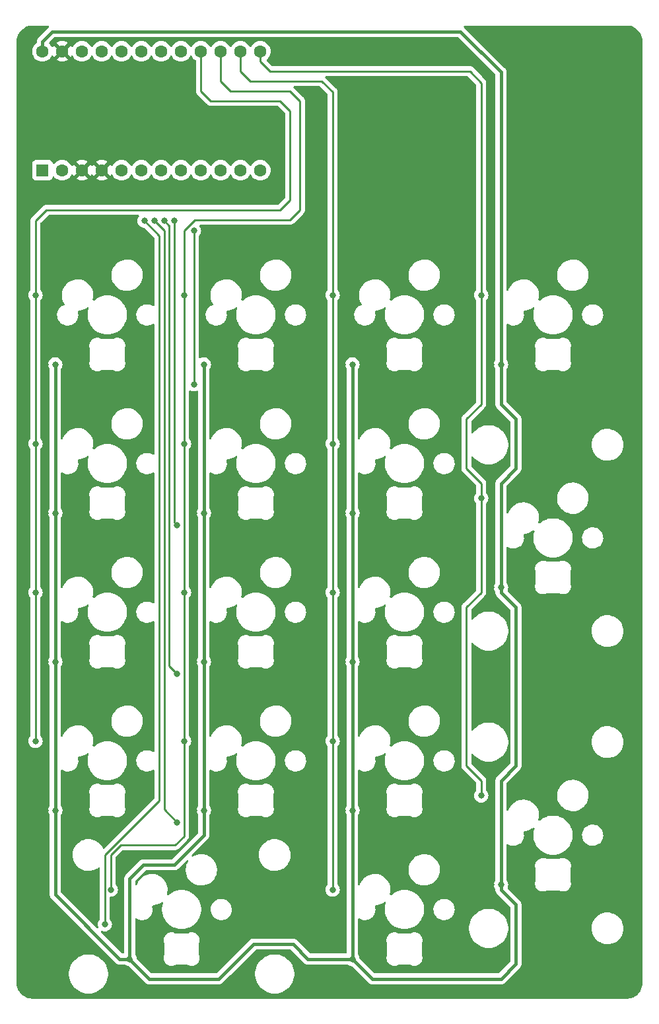
<source format=gbr>
%TF.GenerationSoftware,KiCad,Pcbnew,(6.0.10-0)*%
%TF.CreationDate,2023-02-04T09:28:37-08:00*%
%TF.ProjectId,ElephantKeyboard,456c6570-6861-46e7-944b-6579626f6172,rev?*%
%TF.SameCoordinates,Original*%
%TF.FileFunction,Copper,L1,Top*%
%TF.FilePolarity,Positive*%
%FSLAX46Y46*%
G04 Gerber Fmt 4.6, Leading zero omitted, Abs format (unit mm)*
G04 Created by KiCad (PCBNEW (6.0.10-0)) date 2023-02-04 09:28:37*
%MOMM*%
%LPD*%
G01*
G04 APERTURE LIST*
%TA.AperFunction,ComponentPad*%
%ADD10R,1.600000X1.600000*%
%TD*%
%TA.AperFunction,ComponentPad*%
%ADD11C,1.600000*%
%TD*%
%TA.AperFunction,ViaPad*%
%ADD12C,0.800000*%
%TD*%
%TA.AperFunction,Conductor*%
%ADD13C,0.250000*%
%TD*%
%TA.AperFunction,Conductor*%
%ADD14C,0.400000*%
%TD*%
G04 APERTURE END LIST*
D10*
%TO.P,U1,1,TX*%
%TO.N,unconnected-(U1-Pad1)*%
X64770000Y-54610000D03*
D11*
%TO.P,U1,2,RX*%
%TO.N,unconnected-(U1-Pad2)*%
X67310000Y-54610000D03*
%TO.P,U1,3,GND*%
%TO.N,GND*%
X69850000Y-54610000D03*
%TO.P,U1,4,GND*%
X72390000Y-54610000D03*
%TO.P,U1,5,SCL*%
%TO.N,unconnected-(U1-Pad5)*%
X74930000Y-54610000D03*
%TO.P,U1,6,SDA*%
%TO.N,unconnected-(U1-Pad6)*%
X77470000Y-54610000D03*
%TO.P,U1,7,D4*%
%TO.N,unconnected-(U1-Pad7)*%
X80010000Y-54610000D03*
%TO.P,U1,8,C6*%
%TO.N,ROW4*%
X82550000Y-54610000D03*
%TO.P,U1,9,D7*%
%TO.N,ROW3*%
X85090000Y-54610000D03*
%TO.P,U1,10,E6*%
%TO.N,ROW2*%
X87630000Y-54610000D03*
%TO.P,U1,11,B4*%
%TO.N,ROW1*%
X90170000Y-54610000D03*
%TO.P,U1,12,B5*%
%TO.N,ROW0*%
X92710000Y-54610000D03*
%TO.P,U1,13,B6*%
%TO.N,COL3*%
X92710000Y-39370000D03*
%TO.P,U1,14,B2*%
%TO.N,COL2*%
X90170000Y-39370000D03*
%TO.P,U1,15,B3*%
%TO.N,COL1*%
X87630000Y-39370000D03*
%TO.P,U1,16,B1*%
%TO.N,COL0*%
X85090000Y-39370000D03*
%TO.P,U1,17,F7*%
%TO.N,RGB*%
X82550000Y-39370000D03*
%TO.P,U1,18,F6*%
%TO.N,unconnected-(U1-Pad18)*%
X80010000Y-39370000D03*
%TO.P,U1,19,F5*%
%TO.N,unconnected-(U1-Pad19)*%
X77470000Y-39370000D03*
%TO.P,U1,20,F4*%
%TO.N,unconnected-(U1-Pad20)*%
X74930000Y-39370000D03*
%TO.P,U1,21,VCC*%
%TO.N,unconnected-(U1-Pad21)*%
X72390000Y-39370000D03*
%TO.P,U1,22,RST*%
%TO.N,unconnected-(U1-Pad22)*%
X69850000Y-39370000D03*
%TO.P,U1,23,GND*%
%TO.N,GND*%
X67310000Y-39370000D03*
%TO.P,U1,24,RAW*%
%TO.N,+5V*%
X64770000Y-39370000D03*
%TD*%
D12*
%TO.N,GND*%
X115824000Y-153035000D03*
X134874000Y-143510000D03*
X96901000Y-95885000D03*
X87503000Y-137922000D03*
X115824000Y-133985000D03*
X87757000Y-80772000D03*
X103251000Y-98552000D03*
X122301000Y-79502000D03*
X96901000Y-133985000D03*
X77851000Y-100711000D03*
X103251000Y-79502000D03*
X125984000Y-109347000D03*
X77851000Y-133985000D03*
X77851000Y-119761000D03*
X77851000Y-81661000D03*
X77851000Y-114935000D03*
X84201000Y-98552000D03*
X135001000Y-76962000D03*
X115951000Y-95885000D03*
X134874000Y-105410000D03*
X103251000Y-136652000D03*
X103251000Y-156972000D03*
X103251000Y-117602000D03*
X87757000Y-99822000D03*
X77851000Y-95885000D03*
X84201000Y-136652000D03*
X115824000Y-114935000D03*
X106680000Y-118872000D03*
X96774000Y-114935000D03*
X73914000Y-139065000D03*
X106680000Y-80772000D03*
X87249000Y-153035000D03*
X125857000Y-80772000D03*
X68961000Y-151892000D03*
X106807000Y-137922000D03*
X115824000Y-76962000D03*
X122301000Y-146177000D03*
X84201000Y-117602000D03*
X87757000Y-118872000D03*
X65151000Y-98552000D03*
X106807000Y-99822000D03*
X65151000Y-117602000D03*
X78613000Y-151257000D03*
X65151000Y-79502000D03*
X122301000Y-108077000D03*
X107696000Y-156972000D03*
X77851000Y-76835000D03*
X65151000Y-136652000D03*
X96901000Y-76835000D03*
%TO.N,ROW0*%
X84201000Y-82042000D03*
X84201000Y-62357000D03*
%TO.N,ROW1*%
X81661000Y-61087000D03*
X82042000Y-100076000D03*
%TO.N,ROW2*%
X80391000Y-61087000D03*
X82042000Y-119126000D03*
%TO.N,ROW3*%
X79121000Y-61087000D03*
X82042000Y-138176000D03*
%TO.N,ROW4*%
X72771000Y-151257000D03*
X77851000Y-61087000D03*
%TO.N,+5V*%
X66421000Y-79502000D03*
X104521000Y-117602000D03*
X104521000Y-155702000D03*
X75946000Y-155702000D03*
X123571000Y-79502000D03*
X85471000Y-136652000D03*
X123571000Y-108077000D03*
X104521000Y-79502000D03*
X66421000Y-136652000D03*
X85471000Y-79502000D03*
X104521000Y-136652000D03*
X66421000Y-117602000D03*
X85471000Y-117602000D03*
X104521000Y-98552000D03*
X123571000Y-146177000D03*
X85471000Y-98552000D03*
X66421000Y-98552000D03*
%TO.N,COL0*%
X63881000Y-108712000D03*
X63881000Y-89662000D03*
X63881000Y-127762000D03*
X63881000Y-70612000D03*
%TO.N,COL1*%
X82931000Y-70612000D03*
X73533000Y-146812000D03*
X82931000Y-89662000D03*
X82931000Y-108712000D03*
X82931000Y-127762000D03*
%TO.N,COL2*%
X101981000Y-89662000D03*
X101981000Y-70612000D03*
X101981000Y-146812000D03*
X101981000Y-127762000D03*
X101981000Y-108712000D03*
%TO.N,COL3*%
X121031000Y-96647000D03*
X121031000Y-70612000D03*
X121031000Y-134747000D03*
%TD*%
D13*
%TO.N,ROW0*%
X84201000Y-62357000D02*
X84201000Y-82042000D01*
%TO.N,ROW1*%
X81661000Y-61087000D02*
X81661000Y-99695000D01*
X81661000Y-99695000D02*
X82042000Y-100076000D01*
%TO.N,ROW2*%
X81026000Y-61722000D02*
X80391000Y-61087000D01*
X81026000Y-118110000D02*
X81026000Y-61722000D01*
X82042000Y-119126000D02*
X81026000Y-118110000D01*
%TO.N,ROW3*%
X79121000Y-61087000D02*
X80391000Y-62357000D01*
X80391000Y-136525000D02*
X82042000Y-138176000D01*
X80391000Y-62357000D02*
X80391000Y-136525000D01*
%TO.N,ROW4*%
X72771000Y-142367000D02*
X72771000Y-149987000D01*
X79756000Y-62992000D02*
X79756000Y-82169000D01*
X79756000Y-135382000D02*
X72771000Y-142367000D01*
X77851000Y-61087000D02*
X79756000Y-62992000D01*
X72771000Y-149987000D02*
X72771000Y-151257000D01*
X79756000Y-132715000D02*
X79756000Y-135382000D01*
X79756000Y-105918000D02*
X79756000Y-132715000D01*
X79756000Y-82169000D02*
X79756000Y-105918000D01*
D14*
%TO.N,+5V*%
X123571000Y-132842000D02*
X125476000Y-130937000D01*
X123571000Y-158242000D02*
X107061000Y-158242000D01*
X123571000Y-94742000D02*
X125476000Y-92837000D01*
X66421000Y-117602000D02*
X66421000Y-136652000D01*
X85471000Y-79502000D02*
X85471000Y-98552000D01*
X85471000Y-136652000D02*
X85471000Y-139827000D01*
X125476000Y-92837000D02*
X125476000Y-86487000D01*
X125476000Y-130937000D02*
X125476000Y-110617000D01*
X78486000Y-158242000D02*
X75946000Y-155702000D01*
X85471000Y-136652000D02*
X85471000Y-117602000D01*
X104521000Y-98552000D02*
X104521000Y-117602000D01*
X98806000Y-155702000D02*
X96901000Y-153797000D01*
X125476000Y-110617000D02*
X123571000Y-108712000D01*
X66040000Y-36830000D02*
X118364000Y-36830000D01*
X66421000Y-147447000D02*
X66421000Y-136652000D01*
X107061000Y-158242000D02*
X104521000Y-155702000D01*
X123571000Y-84582000D02*
X123571000Y-79502000D01*
X81661000Y-143637000D02*
X77724000Y-143637000D01*
X66421000Y-98552000D02*
X66421000Y-79502000D01*
X123571000Y-146177000D02*
X123571000Y-132842000D01*
X123571000Y-42037000D02*
X123571000Y-79502000D01*
X66421000Y-98552000D02*
X66421000Y-117602000D01*
X104521000Y-98552000D02*
X104521000Y-79502000D01*
X87376000Y-158242000D02*
X78486000Y-158242000D01*
X96901000Y-153797000D02*
X91821000Y-153797000D01*
X74676000Y-155702000D02*
X66421000Y-147447000D01*
X91821000Y-153797000D02*
X87376000Y-158242000D01*
X104521000Y-155702000D02*
X98806000Y-155702000D01*
X75946000Y-155702000D02*
X74676000Y-155702000D01*
X123571000Y-146177000D02*
X123571000Y-146812000D01*
X125476000Y-86487000D02*
X123571000Y-84582000D01*
X123571000Y-146812000D02*
X125476000Y-148717000D01*
X104521000Y-136652000D02*
X104521000Y-155702000D01*
X123571000Y-108077000D02*
X123571000Y-94742000D01*
X75946000Y-145415000D02*
X75946000Y-155702000D01*
X125476000Y-148717000D02*
X125476000Y-156337000D01*
X125476000Y-156337000D02*
X123571000Y-158242000D01*
X77724000Y-143637000D02*
X75946000Y-145415000D01*
X123571000Y-108712000D02*
X123571000Y-108077000D01*
X118364000Y-36830000D02*
X123571000Y-42037000D01*
X64770000Y-38100000D02*
X66040000Y-36830000D01*
X104521000Y-136652000D02*
X104521000Y-117602000D01*
X85471000Y-139827000D02*
X81661000Y-143637000D01*
X85471000Y-98552000D02*
X85471000Y-117602000D01*
X64770000Y-39370000D02*
X64770000Y-38100000D01*
D13*
%TO.N,COL0*%
X63881000Y-108712000D02*
X63881000Y-89662000D01*
X63881000Y-70612000D02*
X63881000Y-61087000D01*
X86360000Y-45720000D02*
X85090000Y-44450000D01*
X95250000Y-45720000D02*
X86360000Y-45720000D01*
X63881000Y-127762000D02*
X63881000Y-108712000D01*
X95250000Y-59690000D02*
X96520000Y-58420000D01*
X63881000Y-61087000D02*
X65278000Y-59690000D01*
X63881000Y-89662000D02*
X63881000Y-70612000D01*
X96520000Y-58420000D02*
X96520000Y-47117000D01*
X85090000Y-44450000D02*
X85090000Y-39370000D01*
X65278000Y-59690000D02*
X95250000Y-59690000D01*
X96520000Y-46990000D02*
X95250000Y-45720000D01*
%TO.N,COL1*%
X82931000Y-139954000D02*
X81788000Y-141097000D01*
X82931000Y-62357000D02*
X84328000Y-60960000D01*
X82931000Y-70612000D02*
X82931000Y-62357000D01*
X73533000Y-142367000D02*
X73533000Y-146812000D01*
X82931000Y-89662000D02*
X82931000Y-108712000D01*
X82931000Y-127762000D02*
X82931000Y-139954000D01*
X88900000Y-44450000D02*
X87630000Y-43180000D01*
X74803000Y-141097000D02*
X73533000Y-142367000D01*
X84328000Y-60960000D02*
X96520000Y-60960000D01*
X96520000Y-60960000D02*
X97790000Y-59690000D01*
X97790000Y-59690000D02*
X97790000Y-45720000D01*
X97790000Y-45720000D02*
X96520000Y-44450000D01*
X81788000Y-141097000D02*
X74803000Y-141097000D01*
X87630000Y-43180000D02*
X87630000Y-39370000D01*
X96520000Y-44450000D02*
X88900000Y-44450000D01*
X82931000Y-108712000D02*
X82931000Y-127762000D01*
X82931000Y-70612000D02*
X82931000Y-89662000D01*
%TO.N,COL2*%
X101981000Y-70612000D02*
X101981000Y-89662000D01*
X91440000Y-43180000D02*
X100584000Y-43180000D01*
X101981000Y-108712000D02*
X101981000Y-127762000D01*
X90170000Y-41910000D02*
X91440000Y-43180000D01*
X90170000Y-39370000D02*
X90170000Y-41910000D01*
X101981000Y-89662000D02*
X101981000Y-108712000D01*
X101981000Y-127762000D02*
X101981000Y-146812000D01*
X101981000Y-44577000D02*
X101981000Y-70612000D01*
X100584000Y-43180000D02*
X101981000Y-44577000D01*
%TO.N,COL3*%
X93980000Y-41910000D02*
X119507000Y-41910000D01*
X119570500Y-41910000D02*
X121031000Y-43434000D01*
X121031000Y-132842000D02*
X119126000Y-130937000D01*
X121031000Y-94742000D02*
X119126000Y-92837000D01*
X121031000Y-134747000D02*
X121031000Y-132842000D01*
X121031000Y-84582000D02*
X121031000Y-70612000D01*
X92710000Y-39370000D02*
X92710000Y-40640000D01*
X121031000Y-43434000D02*
X121031000Y-70612000D01*
X121031000Y-108712000D02*
X121031000Y-96647000D01*
X119126000Y-86487000D02*
X121031000Y-84582000D01*
X119126000Y-130937000D02*
X119126000Y-110617000D01*
X119126000Y-110617000D02*
X121031000Y-108712000D01*
X92710000Y-40640000D02*
X93980000Y-41910000D01*
X119126000Y-92837000D02*
X119126000Y-86487000D01*
X121031000Y-96647000D02*
X121031000Y-94742000D01*
%TD*%
%TA.AperFunction,Conductor*%
%TO.N,GND*%
G36*
X65560580Y-36088502D02*
G01*
X65607073Y-36142158D01*
X65617177Y-36212432D01*
X65587683Y-36277012D01*
X65575784Y-36289014D01*
X65574279Y-36290340D01*
X65568019Y-36294643D01*
X65562967Y-36300313D01*
X65562965Y-36300315D01*
X65526565Y-36341170D01*
X65521584Y-36346446D01*
X64289480Y-37578550D01*
X64283215Y-37584404D01*
X64239615Y-37622439D01*
X64235248Y-37628653D01*
X64202872Y-37674719D01*
X64198939Y-37680014D01*
X64159524Y-37730282D01*
X64156401Y-37737198D01*
X64155017Y-37739484D01*
X64146643Y-37754165D01*
X64145378Y-37756525D01*
X64141010Y-37762739D01*
X64138250Y-37769818D01*
X64138249Y-37769820D01*
X64117798Y-37822275D01*
X64115247Y-37828344D01*
X64088955Y-37886573D01*
X64087571Y-37894040D01*
X64086770Y-37896595D01*
X64082141Y-37912848D01*
X64081478Y-37915428D01*
X64078718Y-37922509D01*
X64077727Y-37930040D01*
X64077726Y-37930042D01*
X64070379Y-37985852D01*
X64069348Y-37992359D01*
X64057704Y-38055186D01*
X64058141Y-38062766D01*
X64058141Y-38062767D01*
X64061291Y-38117392D01*
X64061500Y-38124646D01*
X64061500Y-38203122D01*
X64041498Y-38271243D01*
X64007771Y-38306335D01*
X63930211Y-38360643D01*
X63930208Y-38360645D01*
X63925700Y-38363802D01*
X63763802Y-38525700D01*
X63632477Y-38713251D01*
X63630154Y-38718233D01*
X63630151Y-38718238D01*
X63630034Y-38718489D01*
X63535716Y-38920757D01*
X63534294Y-38926065D01*
X63534293Y-38926067D01*
X63513019Y-39005461D01*
X63476457Y-39141913D01*
X63456502Y-39370000D01*
X63476457Y-39598087D01*
X63477881Y-39603400D01*
X63477881Y-39603402D01*
X63515025Y-39742022D01*
X63535716Y-39819243D01*
X63538039Y-39824224D01*
X63538039Y-39824225D01*
X63630151Y-40021762D01*
X63630154Y-40021767D01*
X63632477Y-40026749D01*
X63763802Y-40214300D01*
X63925700Y-40376198D01*
X63930208Y-40379355D01*
X63930211Y-40379357D01*
X64008389Y-40434098D01*
X64113251Y-40507523D01*
X64118233Y-40509846D01*
X64118238Y-40509849D01*
X64268484Y-40579909D01*
X64320757Y-40604284D01*
X64326065Y-40605706D01*
X64326067Y-40605707D01*
X64536598Y-40662119D01*
X64536600Y-40662119D01*
X64541913Y-40663543D01*
X64770000Y-40683498D01*
X64998087Y-40663543D01*
X65003400Y-40662119D01*
X65003402Y-40662119D01*
X65213933Y-40605707D01*
X65213935Y-40605706D01*
X65219243Y-40604284D01*
X65271516Y-40579909D01*
X65421762Y-40509849D01*
X65421767Y-40509846D01*
X65426749Y-40507523D01*
X65500243Y-40456062D01*
X66588493Y-40456062D01*
X66597789Y-40468077D01*
X66648994Y-40503931D01*
X66658489Y-40509414D01*
X66855947Y-40601490D01*
X66866239Y-40605236D01*
X67076688Y-40661625D01*
X67087481Y-40663528D01*
X67304525Y-40682517D01*
X67315475Y-40682517D01*
X67532519Y-40663528D01*
X67543312Y-40661625D01*
X67753761Y-40605236D01*
X67764053Y-40601490D01*
X67961511Y-40509414D01*
X67971006Y-40503931D01*
X68023048Y-40467491D01*
X68031424Y-40457012D01*
X68024356Y-40443566D01*
X67322812Y-39742022D01*
X67308868Y-39734408D01*
X67307035Y-39734539D01*
X67300420Y-39738790D01*
X66594923Y-40444287D01*
X66588493Y-40456062D01*
X65500243Y-40456062D01*
X65531611Y-40434098D01*
X65609789Y-40379357D01*
X65609792Y-40379355D01*
X65614300Y-40376198D01*
X65776198Y-40214300D01*
X65907523Y-40026749D01*
X65909846Y-40021767D01*
X65909849Y-40021762D01*
X65926081Y-39986951D01*
X65972998Y-39933666D01*
X66041275Y-39914205D01*
X66109235Y-39934747D01*
X66154471Y-39986951D01*
X66170586Y-40021511D01*
X66176069Y-40031006D01*
X66212509Y-40083048D01*
X66222988Y-40091424D01*
X66236434Y-40084356D01*
X66937978Y-39382812D01*
X66945592Y-39368868D01*
X66945461Y-39367035D01*
X66941210Y-39360420D01*
X66235713Y-38654923D01*
X66223938Y-38648493D01*
X66211923Y-38657789D01*
X66176069Y-38708994D01*
X66170586Y-38718489D01*
X66154471Y-38753049D01*
X66107554Y-38806334D01*
X66039277Y-38825795D01*
X65971317Y-38805253D01*
X65926081Y-38753049D01*
X65909849Y-38718238D01*
X65909846Y-38718233D01*
X65907523Y-38713251D01*
X65776198Y-38525700D01*
X65650330Y-38399832D01*
X65616304Y-38337520D01*
X65620204Y-38282988D01*
X66588576Y-38282988D01*
X66595644Y-38296434D01*
X67297188Y-38997978D01*
X67311132Y-39005592D01*
X67312965Y-39005461D01*
X67319580Y-39001210D01*
X68025077Y-38295713D01*
X68031507Y-38283938D01*
X68022211Y-38271923D01*
X67971006Y-38236069D01*
X67961511Y-38230586D01*
X67764053Y-38138510D01*
X67753761Y-38134764D01*
X67543312Y-38078375D01*
X67532519Y-38076472D01*
X67315475Y-38057483D01*
X67304525Y-38057483D01*
X67087481Y-38076472D01*
X67076688Y-38078375D01*
X66866239Y-38134764D01*
X66855947Y-38138510D01*
X66658489Y-38230586D01*
X66648994Y-38236069D01*
X66596952Y-38272509D01*
X66588576Y-38282988D01*
X65620204Y-38282988D01*
X65621369Y-38266705D01*
X65650330Y-38221642D01*
X66296567Y-37575405D01*
X66358879Y-37541379D01*
X66385662Y-37538500D01*
X118018340Y-37538500D01*
X118086461Y-37558502D01*
X118107435Y-37575405D01*
X122825595Y-42293565D01*
X122859621Y-42355877D01*
X122862500Y-42382660D01*
X122862500Y-78883256D01*
X122842498Y-78951377D01*
X122838436Y-78957317D01*
X122836379Y-78960148D01*
X122831960Y-78965056D01*
X122828659Y-78970774D01*
X122828658Y-78970775D01*
X122749764Y-79107424D01*
X122736473Y-79130444D01*
X122677458Y-79312072D01*
X122676768Y-79318633D01*
X122676768Y-79318635D01*
X122658186Y-79495435D01*
X122657496Y-79502000D01*
X122658186Y-79508565D01*
X122672234Y-79642220D01*
X122677458Y-79691928D01*
X122736473Y-79873556D01*
X122739776Y-79879278D01*
X122739777Y-79879279D01*
X122792871Y-79971240D01*
X122831960Y-80038944D01*
X122836379Y-80043852D01*
X122838436Y-80046683D01*
X122862295Y-80113551D01*
X122862500Y-80120744D01*
X122862500Y-84553088D01*
X122862208Y-84561658D01*
X122858275Y-84619352D01*
X122859580Y-84626829D01*
X122859580Y-84626830D01*
X122869261Y-84682299D01*
X122870223Y-84688821D01*
X122877898Y-84752242D01*
X122880581Y-84759343D01*
X122881222Y-84761952D01*
X122885685Y-84778262D01*
X122886450Y-84780798D01*
X122887757Y-84788284D01*
X122890811Y-84795241D01*
X122913442Y-84846795D01*
X122915933Y-84852899D01*
X122938513Y-84912656D01*
X122942817Y-84918919D01*
X122944054Y-84921285D01*
X122952299Y-84936097D01*
X122953632Y-84938351D01*
X122956685Y-84945305D01*
X122965906Y-84957321D01*
X122995579Y-84995991D01*
X122999459Y-85001332D01*
X123031339Y-85047720D01*
X123031344Y-85047725D01*
X123035643Y-85053981D01*
X123041313Y-85059032D01*
X123041314Y-85059034D01*
X123082170Y-85095435D01*
X123087446Y-85100416D01*
X124730595Y-86743565D01*
X124764621Y-86805877D01*
X124767500Y-86832660D01*
X124767500Y-92491340D01*
X124747498Y-92559461D01*
X124730595Y-92580435D01*
X123090480Y-94220550D01*
X123084215Y-94226404D01*
X123040615Y-94264439D01*
X123007676Y-94311306D01*
X123003872Y-94316719D01*
X122999939Y-94322014D01*
X122960524Y-94372282D01*
X122957401Y-94379198D01*
X122956017Y-94381484D01*
X122947643Y-94396165D01*
X122946378Y-94398525D01*
X122942010Y-94404739D01*
X122939250Y-94411818D01*
X122939249Y-94411820D01*
X122918798Y-94464275D01*
X122916247Y-94470344D01*
X122889955Y-94528573D01*
X122888571Y-94536040D01*
X122887770Y-94538595D01*
X122883141Y-94554848D01*
X122882478Y-94557428D01*
X122879718Y-94564509D01*
X122872063Y-94622659D01*
X122871379Y-94627852D01*
X122870348Y-94634359D01*
X122858704Y-94697186D01*
X122859141Y-94704766D01*
X122859141Y-94704767D01*
X122862291Y-94759392D01*
X122862500Y-94766646D01*
X122862500Y-107458256D01*
X122842498Y-107526377D01*
X122838436Y-107532317D01*
X122836379Y-107535148D01*
X122831960Y-107540056D01*
X122828659Y-107545774D01*
X122828658Y-107545775D01*
X122749764Y-107682424D01*
X122736473Y-107705444D01*
X122677458Y-107887072D01*
X122676768Y-107893633D01*
X122676768Y-107893635D01*
X122659510Y-108057842D01*
X122657496Y-108077000D01*
X122658186Y-108083565D01*
X122672234Y-108217220D01*
X122677458Y-108266928D01*
X122736473Y-108448556D01*
X122739776Y-108454278D01*
X122739777Y-108454279D01*
X122792857Y-108546215D01*
X122831960Y-108613944D01*
X122836375Y-108618847D01*
X122837649Y-108620601D01*
X122861506Y-108687469D01*
X122861419Y-108703228D01*
X122858791Y-108741775D01*
X122858791Y-108741779D01*
X122858275Y-108749352D01*
X122859580Y-108756829D01*
X122859580Y-108756830D01*
X122869261Y-108812299D01*
X122870223Y-108818821D01*
X122877898Y-108882242D01*
X122880581Y-108889343D01*
X122881222Y-108891952D01*
X122885685Y-108908262D01*
X122886450Y-108910798D01*
X122887757Y-108918284D01*
X122898541Y-108942849D01*
X122913442Y-108976795D01*
X122915933Y-108982899D01*
X122938513Y-109042656D01*
X122942817Y-109048919D01*
X122944054Y-109051285D01*
X122952299Y-109066097D01*
X122953632Y-109068351D01*
X122956685Y-109075305D01*
X122965906Y-109087321D01*
X122995579Y-109125991D01*
X122999459Y-109131332D01*
X123031339Y-109177720D01*
X123031344Y-109177725D01*
X123035643Y-109183981D01*
X123041313Y-109189032D01*
X123041314Y-109189034D01*
X123082170Y-109225435D01*
X123087446Y-109230416D01*
X124730595Y-110873565D01*
X124764621Y-110935877D01*
X124767500Y-110962660D01*
X124767500Y-130591340D01*
X124747498Y-130659461D01*
X124730595Y-130680435D01*
X123090480Y-132320550D01*
X123084215Y-132326404D01*
X123040615Y-132364439D01*
X123007676Y-132411306D01*
X123003872Y-132416719D01*
X122999939Y-132422014D01*
X122960524Y-132472282D01*
X122957401Y-132479198D01*
X122956017Y-132481484D01*
X122947643Y-132496165D01*
X122946378Y-132498525D01*
X122942010Y-132504739D01*
X122939250Y-132511818D01*
X122939249Y-132511820D01*
X122918798Y-132564275D01*
X122916247Y-132570344D01*
X122889955Y-132628573D01*
X122888571Y-132636040D01*
X122887770Y-132638595D01*
X122883141Y-132654848D01*
X122882478Y-132657428D01*
X122879718Y-132664509D01*
X122872063Y-132722659D01*
X122871379Y-132727852D01*
X122870348Y-132734359D01*
X122858704Y-132797186D01*
X122859141Y-132804766D01*
X122859141Y-132804767D01*
X122862291Y-132859392D01*
X122862500Y-132866646D01*
X122862500Y-145558256D01*
X122842498Y-145626377D01*
X122838436Y-145632317D01*
X122836379Y-145635148D01*
X122831960Y-145640056D01*
X122828659Y-145645774D01*
X122828658Y-145645775D01*
X122749764Y-145782424D01*
X122736473Y-145805444D01*
X122677458Y-145987072D01*
X122676768Y-145993633D01*
X122676768Y-145993635D01*
X122659510Y-146157842D01*
X122657496Y-146177000D01*
X122658186Y-146183565D01*
X122672234Y-146317220D01*
X122677458Y-146366928D01*
X122736473Y-146548556D01*
X122739776Y-146554278D01*
X122739777Y-146554279D01*
X122792857Y-146646215D01*
X122831960Y-146713944D01*
X122836375Y-146718847D01*
X122837649Y-146720601D01*
X122861506Y-146787469D01*
X122861419Y-146803228D01*
X122858791Y-146841775D01*
X122858791Y-146841779D01*
X122858275Y-146849352D01*
X122859580Y-146856829D01*
X122859580Y-146856830D01*
X122869261Y-146912299D01*
X122870223Y-146918821D01*
X122877898Y-146982242D01*
X122880581Y-146989343D01*
X122881222Y-146991952D01*
X122885685Y-147008262D01*
X122886450Y-147010798D01*
X122887757Y-147018284D01*
X122898541Y-147042849D01*
X122913442Y-147076795D01*
X122915933Y-147082899D01*
X122938513Y-147142656D01*
X122942817Y-147148919D01*
X122944054Y-147151285D01*
X122952299Y-147166097D01*
X122953632Y-147168351D01*
X122956685Y-147175305D01*
X122963017Y-147183556D01*
X122995579Y-147225991D01*
X122999459Y-147231332D01*
X123031339Y-147277720D01*
X123031344Y-147277725D01*
X123035643Y-147283981D01*
X123041313Y-147289032D01*
X123041314Y-147289034D01*
X123082170Y-147325435D01*
X123087446Y-147330416D01*
X124730595Y-148973565D01*
X124764621Y-149035877D01*
X124767500Y-149062660D01*
X124767500Y-155991340D01*
X124747498Y-156059461D01*
X124730595Y-156080435D01*
X123314435Y-157496595D01*
X123252123Y-157530621D01*
X123225340Y-157533500D01*
X107406660Y-157533500D01*
X107338539Y-157513498D01*
X107317565Y-157496595D01*
X105455665Y-155634695D01*
X105421639Y-155572383D01*
X105419450Y-155558770D01*
X105415232Y-155518637D01*
X105414542Y-155512072D01*
X105405096Y-155483000D01*
X108880538Y-155483000D01*
X108880912Y-155541685D01*
X108881505Y-155634695D01*
X108881711Y-155667059D01*
X108916184Y-155847865D01*
X108918263Y-155853218D01*
X108979912Y-156011960D01*
X108982818Y-156019443D01*
X109079410Y-156176125D01*
X109202769Y-156312732D01*
X109207317Y-156316220D01*
X109207321Y-156316224D01*
X109260167Y-156356756D01*
X109348819Y-156424752D01*
X109512735Y-156508483D01*
X109532851Y-156514491D01*
X109683598Y-156559515D01*
X109683601Y-156559516D01*
X109689100Y-156561158D01*
X109733790Y-156566013D01*
X109866386Y-156580418D01*
X109866389Y-156580418D01*
X109872086Y-156581037D01*
X109929478Y-156576793D01*
X110049933Y-156567886D01*
X110049937Y-156567885D01*
X110055648Y-156567463D01*
X110120777Y-156550427D01*
X110228170Y-156522336D01*
X110228173Y-156522335D01*
X110233720Y-156520884D01*
X110238913Y-156518453D01*
X110238918Y-156518451D01*
X110359338Y-156462073D01*
X110368097Y-156458369D01*
X110390085Y-156450037D01*
X110390086Y-156450036D01*
X110390464Y-156451033D01*
X110437630Y-156440499D01*
X111933612Y-156440499D01*
X111952983Y-156441997D01*
X111967997Y-156444333D01*
X112002049Y-156454721D01*
X112017752Y-156462073D01*
X112129715Y-156514491D01*
X112143295Y-156520849D01*
X112148839Y-156522299D01*
X112148844Y-156522301D01*
X112253540Y-156549686D01*
X112321360Y-156567426D01*
X112327074Y-156567849D01*
X112327077Y-156567849D01*
X112427688Y-156575288D01*
X112504915Y-156580999D01*
X112510613Y-156580380D01*
X112510615Y-156580380D01*
X112643213Y-156565975D01*
X112687895Y-156561121D01*
X112693394Y-156559479D01*
X112693397Y-156559478D01*
X112817868Y-156522301D01*
X112864253Y-156508447D01*
X113028162Y-156424719D01*
X113174207Y-156312703D01*
X113297561Y-156176100D01*
X113356537Y-156080435D01*
X113391138Y-156024310D01*
X113391140Y-156024306D01*
X113394149Y-156019425D01*
X113460780Y-155847852D01*
X113495251Y-155667053D01*
X113496424Y-155483001D01*
X113464260Y-155301777D01*
X113462248Y-155296392D01*
X113415708Y-155171873D01*
X113412712Y-155162827D01*
X113407525Y-155144924D01*
X113407524Y-155144921D01*
X113406169Y-155140245D01*
X113404902Y-155137530D01*
X113398226Y-155110772D01*
X113398057Y-155109483D01*
X113396999Y-155093187D01*
X113396999Y-153778545D01*
X113398501Y-153759149D01*
X113402099Y-153736054D01*
X113408571Y-153711338D01*
X113464300Y-153562229D01*
X113477070Y-153490278D01*
X113495462Y-153386650D01*
X113495462Y-153386647D01*
X113496465Y-153380998D01*
X113495740Y-153267314D01*
X113495328Y-153202681D01*
X113495328Y-153202677D01*
X113495291Y-153196939D01*
X113494216Y-153191299D01*
X113461892Y-153021769D01*
X113461891Y-153021765D01*
X113460817Y-153016133D01*
X113394184Y-152844555D01*
X113391175Y-152839675D01*
X113391173Y-152839670D01*
X113300603Y-152692758D01*
X113300601Y-152692755D01*
X113297591Y-152687873D01*
X113174232Y-152551266D01*
X113169684Y-152547778D01*
X113169680Y-152547774D01*
X113032775Y-152442769D01*
X113028182Y-152439246D01*
X112864266Y-152355515D01*
X112791187Y-152333688D01*
X112693404Y-152304483D01*
X112693401Y-152304482D01*
X112687902Y-152302840D01*
X112624636Y-152295967D01*
X112510616Y-152283580D01*
X112510613Y-152283580D01*
X112504916Y-152282961D01*
X112428760Y-152288593D01*
X112327071Y-152296112D01*
X112327068Y-152296112D01*
X112321354Y-152296535D01*
X112143282Y-152343113D01*
X112138089Y-152345544D01*
X112138087Y-152345545D01*
X112111138Y-152358162D01*
X112042409Y-152390340D01*
X112017681Y-152401917D01*
X112008898Y-152405630D01*
X111986915Y-152413959D01*
X111986538Y-152412965D01*
X111939365Y-152423500D01*
X110443394Y-152423500D01*
X110424023Y-152422002D01*
X110408990Y-152419663D01*
X110374941Y-152409276D01*
X110233703Y-152343151D01*
X110055638Y-152296575D01*
X110049924Y-152296152D01*
X110049921Y-152296152D01*
X109949155Y-152288701D01*
X109872084Y-152283002D01*
X109866386Y-152283621D01*
X109866384Y-152283621D01*
X109747512Y-152296535D01*
X109689106Y-152302880D01*
X109683607Y-152304522D01*
X109683604Y-152304523D01*
X109585421Y-152333848D01*
X109512748Y-152355553D01*
X109507641Y-152358162D01*
X109354020Y-152436635D01*
X109348840Y-152439281D01*
X109202795Y-152551296D01*
X109198949Y-152555555D01*
X109083310Y-152683614D01*
X109079441Y-152687898D01*
X109031147Y-152766235D01*
X108985864Y-152839688D01*
X108985862Y-152839692D01*
X108982853Y-152844573D01*
X108916222Y-153016145D01*
X108915150Y-153021769D01*
X108915147Y-153021781D01*
X108883587Y-153187308D01*
X108881750Y-153196943D01*
X108881713Y-153202681D01*
X108881713Y-153202685D01*
X108881301Y-153267314D01*
X108880576Y-153380995D01*
X108881579Y-153386646D01*
X108881579Y-153386647D01*
X108889958Y-153433856D01*
X108912739Y-153562218D01*
X108956606Y-153679589D01*
X108961294Y-153692131D01*
X108964291Y-153701180D01*
X108970830Y-153723749D01*
X108972096Y-153726462D01*
X108978774Y-153753225D01*
X108978942Y-153754504D01*
X108980001Y-153770809D01*
X108980001Y-155085455D01*
X108978499Y-155104852D01*
X108974899Y-155127958D01*
X108968427Y-155152674D01*
X108914711Y-155296392D01*
X108914709Y-155296399D01*
X108912702Y-155301769D01*
X108911699Y-155307420D01*
X108911698Y-155307424D01*
X108885248Y-155456460D01*
X108880538Y-155483000D01*
X105405096Y-155483000D01*
X105396473Y-155456460D01*
X105357569Y-155336729D01*
X105355527Y-155330444D01*
X105342237Y-155307424D01*
X105263342Y-155170775D01*
X105263341Y-155170774D01*
X105260040Y-155165056D01*
X105255621Y-155160148D01*
X105253564Y-155157317D01*
X105229705Y-155090449D01*
X105229500Y-155083256D01*
X105229500Y-151922438D01*
X119481100Y-151922438D01*
X119520564Y-152234830D01*
X119598870Y-152539813D01*
X119714784Y-152832577D01*
X119716686Y-152836036D01*
X119716687Y-152836039D01*
X119859793Y-153096347D01*
X119866476Y-153108504D01*
X119974611Y-153257339D01*
X120024972Y-153326655D01*
X120051555Y-153363244D01*
X120267102Y-153592778D01*
X120509718Y-153793487D01*
X120775576Y-153962206D01*
X120779155Y-153963890D01*
X120779162Y-153963894D01*
X121056894Y-154094584D01*
X121056898Y-154094586D01*
X121060484Y-154096273D01*
X121359948Y-154193575D01*
X121669246Y-154252577D01*
X121762800Y-154258463D01*
X121902858Y-154267275D01*
X121902874Y-154267276D01*
X121904853Y-154267400D01*
X122062147Y-154267400D01*
X122064126Y-154267276D01*
X122064142Y-154267275D01*
X122204200Y-154258463D01*
X122297754Y-154252577D01*
X122607052Y-154193575D01*
X122906516Y-154096273D01*
X122910102Y-154094586D01*
X122910106Y-154094584D01*
X123187838Y-153963894D01*
X123187845Y-153963890D01*
X123191424Y-153962206D01*
X123457282Y-153793487D01*
X123699898Y-153592778D01*
X123915445Y-153363244D01*
X123942029Y-153326655D01*
X123992389Y-153257339D01*
X124100524Y-153108504D01*
X124107208Y-153096347D01*
X124250313Y-152836039D01*
X124250314Y-152836036D01*
X124252216Y-152832577D01*
X124368130Y-152539813D01*
X124446436Y-152234830D01*
X124485900Y-151922438D01*
X124485900Y-151607562D01*
X124446436Y-151295170D01*
X124368130Y-150990187D01*
X124252216Y-150697423D01*
X124250313Y-150693961D01*
X124102433Y-150424968D01*
X124102431Y-150424965D01*
X124100524Y-150421496D01*
X123915445Y-150166756D01*
X123699898Y-149937222D01*
X123457282Y-149736513D01*
X123191424Y-149567794D01*
X123187845Y-149566110D01*
X123187838Y-149566106D01*
X122910106Y-149435416D01*
X122910102Y-149435414D01*
X122906516Y-149433727D01*
X122869049Y-149421553D01*
X122610828Y-149337652D01*
X122610829Y-149337652D01*
X122607052Y-149336425D01*
X122297754Y-149277423D01*
X122204200Y-149271537D01*
X122064142Y-149262725D01*
X122064126Y-149262724D01*
X122062147Y-149262600D01*
X121904853Y-149262600D01*
X121902874Y-149262724D01*
X121902858Y-149262725D01*
X121762800Y-149271537D01*
X121669246Y-149277423D01*
X121359948Y-149336425D01*
X121356171Y-149337652D01*
X121356172Y-149337652D01*
X121097952Y-149421553D01*
X121060484Y-149433727D01*
X121056898Y-149435414D01*
X121056894Y-149435416D01*
X120779162Y-149566106D01*
X120779155Y-149566110D01*
X120775576Y-149567794D01*
X120509718Y-149736513D01*
X120267102Y-149937222D01*
X120051555Y-150166756D01*
X119866476Y-150421496D01*
X119864569Y-150424965D01*
X119864567Y-150424968D01*
X119716687Y-150693961D01*
X119714784Y-150697423D01*
X119598870Y-150990187D01*
X119520564Y-151295170D01*
X119481100Y-151607562D01*
X119481100Y-151922438D01*
X105229500Y-151922438D01*
X105229500Y-150632597D01*
X105249502Y-150564476D01*
X105303158Y-150517983D01*
X105373432Y-150507879D01*
X105417830Y-150523094D01*
X105536235Y-150590494D01*
X105541251Y-150592315D01*
X105541256Y-150592317D01*
X105748075Y-150667389D01*
X105748079Y-150667390D01*
X105753090Y-150669209D01*
X105758339Y-150670158D01*
X105758342Y-150670159D01*
X105976023Y-150709522D01*
X105976030Y-150709523D01*
X105980107Y-150710260D01*
X105997844Y-150711096D01*
X106002792Y-150711330D01*
X106002799Y-150711330D01*
X106004280Y-150711400D01*
X106166425Y-150711400D01*
X106233381Y-150705719D01*
X106333062Y-150697261D01*
X106333066Y-150697260D01*
X106338373Y-150696810D01*
X106343528Y-150695472D01*
X106343534Y-150695471D01*
X106556503Y-150640195D01*
X106556507Y-150640194D01*
X106561672Y-150638853D01*
X106566538Y-150636661D01*
X106566541Y-150636660D01*
X106767149Y-150546293D01*
X106772015Y-150544101D01*
X106776435Y-150541125D01*
X106776439Y-150541123D01*
X106954125Y-150421496D01*
X106963385Y-150415262D01*
X107130312Y-150256022D01*
X107208238Y-150151286D01*
X107264837Y-150075214D01*
X107264839Y-150075211D01*
X107268021Y-150070934D01*
X107322805Y-149963183D01*
X107370158Y-149870046D01*
X107370158Y-149870045D01*
X107372577Y-149865288D01*
X107413809Y-149732500D01*
X107439405Y-149650070D01*
X107439406Y-149650064D01*
X107440989Y-149644967D01*
X107459476Y-149505479D01*
X107470600Y-149421553D01*
X107470600Y-149421548D01*
X107471300Y-149416268D01*
X107462646Y-149185732D01*
X107416604Y-148966298D01*
X107422191Y-148895523D01*
X107465156Y-148839003D01*
X107531129Y-148814732D01*
X107575757Y-148811612D01*
X107654328Y-148806118D01*
X107654334Y-148806117D01*
X107658712Y-148805811D01*
X107933470Y-148747409D01*
X107937599Y-148745906D01*
X107937603Y-148745905D01*
X108193281Y-148652846D01*
X108193285Y-148652844D01*
X108197426Y-148651337D01*
X108445442Y-148519464D01*
X108457482Y-148510717D01*
X108629827Y-148385501D01*
X108696695Y-148361642D01*
X108765847Y-148377723D01*
X108815327Y-148428637D01*
X108829426Y-148498220D01*
X108821040Y-148533820D01*
X108803870Y-148577187D01*
X108725564Y-148882170D01*
X108686100Y-149194562D01*
X108686100Y-149509438D01*
X108725564Y-149821830D01*
X108803870Y-150126813D01*
X108919784Y-150419577D01*
X108921686Y-150423036D01*
X108921687Y-150423039D01*
X109056020Y-150667389D01*
X109071476Y-150695504D01*
X109256555Y-150950244D01*
X109472102Y-151179778D01*
X109714718Y-151380487D01*
X109980576Y-151549206D01*
X109984155Y-151550890D01*
X109984162Y-151550894D01*
X110261894Y-151681584D01*
X110261898Y-151681586D01*
X110265484Y-151683273D01*
X110269256Y-151684499D01*
X110269257Y-151684499D01*
X110298172Y-151693894D01*
X110564948Y-151780575D01*
X110874246Y-151839577D01*
X110967800Y-151845463D01*
X111107858Y-151854275D01*
X111107874Y-151854276D01*
X111109853Y-151854400D01*
X111267147Y-151854400D01*
X111269126Y-151854276D01*
X111269142Y-151854275D01*
X111409200Y-151845463D01*
X111502754Y-151839577D01*
X111812052Y-151780575D01*
X112078828Y-151693894D01*
X112107743Y-151684499D01*
X112107744Y-151684499D01*
X112111516Y-151683273D01*
X112115102Y-151681586D01*
X112115106Y-151681584D01*
X112392838Y-151550894D01*
X112392845Y-151550890D01*
X112396424Y-151549206D01*
X112662282Y-151380487D01*
X112904898Y-151179778D01*
X113120445Y-150950244D01*
X113305524Y-150695504D01*
X113320981Y-150667389D01*
X113455313Y-150423039D01*
X113455314Y-150423036D01*
X113457216Y-150419577D01*
X113573130Y-150126813D01*
X113651436Y-149821830D01*
X113690900Y-149509438D01*
X113690900Y-149287732D01*
X114905700Y-149287732D01*
X114914354Y-149518268D01*
X114961728Y-149744050D01*
X114963686Y-149749009D01*
X114963687Y-149749011D01*
X114992445Y-149821830D01*
X115046467Y-149958622D01*
X115166147Y-150155849D01*
X115169644Y-150159879D01*
X115293531Y-150302646D01*
X115317347Y-150330092D01*
X115321478Y-150333479D01*
X115491615Y-150472984D01*
X115491621Y-150472988D01*
X115495743Y-150476368D01*
X115696235Y-150590494D01*
X115701251Y-150592315D01*
X115701256Y-150592317D01*
X115908075Y-150667389D01*
X115908079Y-150667390D01*
X115913090Y-150669209D01*
X115918339Y-150670158D01*
X115918342Y-150670159D01*
X116136023Y-150709522D01*
X116136030Y-150709523D01*
X116140107Y-150710260D01*
X116157844Y-150711096D01*
X116162792Y-150711330D01*
X116162799Y-150711330D01*
X116164280Y-150711400D01*
X116326425Y-150711400D01*
X116393381Y-150705719D01*
X116493062Y-150697261D01*
X116493066Y-150697260D01*
X116498373Y-150696810D01*
X116503528Y-150695472D01*
X116503534Y-150695471D01*
X116716503Y-150640195D01*
X116716507Y-150640194D01*
X116721672Y-150638853D01*
X116726538Y-150636661D01*
X116726541Y-150636660D01*
X116927149Y-150546293D01*
X116932015Y-150544101D01*
X116936435Y-150541125D01*
X116936439Y-150541123D01*
X117114125Y-150421496D01*
X117123385Y-150415262D01*
X117290312Y-150256022D01*
X117368238Y-150151286D01*
X117424837Y-150075214D01*
X117424839Y-150075211D01*
X117428021Y-150070934D01*
X117482805Y-149963183D01*
X117530158Y-149870046D01*
X117530158Y-149870045D01*
X117532577Y-149865288D01*
X117573809Y-149732500D01*
X117599405Y-149650070D01*
X117599406Y-149650064D01*
X117600989Y-149644967D01*
X117619476Y-149505479D01*
X117630600Y-149421553D01*
X117630600Y-149421548D01*
X117631300Y-149416268D01*
X117622646Y-149185732D01*
X117575272Y-148959950D01*
X117549829Y-148895523D01*
X117527393Y-148838712D01*
X117490533Y-148745378D01*
X117370853Y-148548151D01*
X117287595Y-148452204D01*
X117223153Y-148377941D01*
X117223151Y-148377939D01*
X117219653Y-148373908D01*
X117133186Y-148303009D01*
X117045385Y-148231016D01*
X117045379Y-148231012D01*
X117041257Y-148227632D01*
X116840765Y-148113506D01*
X116835749Y-148111685D01*
X116835744Y-148111683D01*
X116628925Y-148036611D01*
X116628921Y-148036610D01*
X116623910Y-148034791D01*
X116618661Y-148033842D01*
X116618658Y-148033841D01*
X116400977Y-147994478D01*
X116400970Y-147994477D01*
X116396893Y-147993740D01*
X116379156Y-147992904D01*
X116374208Y-147992670D01*
X116374201Y-147992670D01*
X116372720Y-147992600D01*
X116210575Y-147992600D01*
X116143619Y-147998281D01*
X116043938Y-148006739D01*
X116043934Y-148006740D01*
X116038627Y-148007190D01*
X116033472Y-148008528D01*
X116033466Y-148008529D01*
X115820497Y-148063805D01*
X115820493Y-148063806D01*
X115815328Y-148065147D01*
X115810462Y-148067339D01*
X115810459Y-148067340D01*
X115712021Y-148111683D01*
X115604985Y-148159899D01*
X115600565Y-148162875D01*
X115600561Y-148162877D01*
X115543707Y-148201154D01*
X115413615Y-148288738D01*
X115246688Y-148447978D01*
X115243500Y-148452263D01*
X115121162Y-148616692D01*
X115108979Y-148633066D01*
X115106564Y-148637816D01*
X115051877Y-148745378D01*
X115004423Y-148838712D01*
X114992120Y-148878335D01*
X114937595Y-149053930D01*
X114937594Y-149053936D01*
X114936011Y-149059033D01*
X114935310Y-149064325D01*
X114906968Y-149278167D01*
X114905700Y-149287732D01*
X113690900Y-149287732D01*
X113690900Y-149194562D01*
X113651436Y-148882170D01*
X113573130Y-148577187D01*
X113457216Y-148284423D01*
X113455313Y-148280961D01*
X113307433Y-148011968D01*
X113307431Y-148011965D01*
X113305524Y-148008496D01*
X113120445Y-147753756D01*
X112904898Y-147524222D01*
X112662282Y-147323513D01*
X112396424Y-147154794D01*
X112392845Y-147153110D01*
X112392838Y-147153106D01*
X112115106Y-147022416D01*
X112115102Y-147022414D01*
X112111516Y-147020727D01*
X112072981Y-147008206D01*
X111824861Y-146927587D01*
X111812052Y-146923425D01*
X111502754Y-146864423D01*
X111409200Y-146858537D01*
X111269142Y-146849725D01*
X111269126Y-146849724D01*
X111267147Y-146849600D01*
X111109853Y-146849600D01*
X111107874Y-146849724D01*
X111107858Y-146849725D01*
X110967800Y-146858537D01*
X110874246Y-146864423D01*
X110564948Y-146923425D01*
X110552139Y-146927587D01*
X110304020Y-147008206D01*
X110265484Y-147020727D01*
X110261898Y-147022414D01*
X110261894Y-147022416D01*
X109984162Y-147153106D01*
X109984155Y-147153110D01*
X109980576Y-147154794D01*
X109714718Y-147323513D01*
X109520297Y-147484352D01*
X109513913Y-147489633D01*
X109448676Y-147517643D01*
X109378651Y-147505936D01*
X109326071Y-147458229D01*
X109307631Y-147389669D01*
X109311341Y-147362066D01*
X109360253Y-147165893D01*
X109360254Y-147165888D01*
X109361317Y-147161624D01*
X109362213Y-147153106D01*
X109390219Y-146886636D01*
X109390219Y-146886633D01*
X109390678Y-146882267D01*
X109390055Y-146864423D01*
X109381029Y-146605939D01*
X109381028Y-146605933D01*
X109380875Y-146601542D01*
X109372542Y-146554279D01*
X109332860Y-146329236D01*
X109332098Y-146324913D01*
X109245297Y-146057765D01*
X109242250Y-146051516D01*
X109170857Y-145905142D01*
X109122160Y-145805298D01*
X109119705Y-145801659D01*
X109119702Y-145801653D01*
X109015301Y-145646873D01*
X108965085Y-145572424D01*
X108777129Y-145363678D01*
X108561950Y-145183121D01*
X108323736Y-145034269D01*
X108067125Y-144920018D01*
X107797110Y-144842593D01*
X107792760Y-144841982D01*
X107792757Y-144841981D01*
X107689810Y-144827513D01*
X107518948Y-144803500D01*
X107308354Y-144803500D01*
X107306168Y-144803653D01*
X107306164Y-144803653D01*
X107102673Y-144817882D01*
X107102668Y-144817883D01*
X107098288Y-144818189D01*
X106823530Y-144876591D01*
X106819401Y-144878094D01*
X106819397Y-144878095D01*
X106563719Y-144971154D01*
X106563715Y-144971156D01*
X106559574Y-144972663D01*
X106311558Y-145104536D01*
X106307999Y-145107122D01*
X106307997Y-145107123D01*
X106141833Y-145227848D01*
X106084308Y-145269642D01*
X106081144Y-145272698D01*
X106081141Y-145272700D01*
X105992365Y-145358431D01*
X105882248Y-145464769D01*
X105709312Y-145686118D01*
X105707116Y-145689922D01*
X105707111Y-145689929D01*
X105633778Y-145816947D01*
X105568864Y-145929381D01*
X105487898Y-146129779D01*
X105472325Y-146168323D01*
X105428261Y-146223990D01*
X105361096Y-146246998D01*
X105292154Y-146230041D01*
X105243324Y-146178503D01*
X105229500Y-146121122D01*
X105229500Y-144201733D01*
X111716322Y-144201733D01*
X111716475Y-144206121D01*
X111716475Y-144206127D01*
X111723223Y-144399347D01*
X111726125Y-144482458D01*
X111726887Y-144486781D01*
X111726888Y-144486788D01*
X111750664Y-144621624D01*
X111774902Y-144759087D01*
X111861703Y-145026235D01*
X111863631Y-145030188D01*
X111863633Y-145030193D01*
X111882641Y-145069165D01*
X111984840Y-145278702D01*
X111987295Y-145282341D01*
X111987298Y-145282347D01*
X112051660Y-145377767D01*
X112141915Y-145511576D01*
X112144860Y-145514847D01*
X112144861Y-145514848D01*
X112224705Y-145603523D01*
X112329871Y-145720322D01*
X112545050Y-145900879D01*
X112783264Y-146049731D01*
X112916984Y-146109267D01*
X113003292Y-146147694D01*
X113039875Y-146163982D01*
X113309890Y-146241407D01*
X113314240Y-146242018D01*
X113314243Y-146242019D01*
X113417190Y-146256487D01*
X113588052Y-146280500D01*
X113798646Y-146280500D01*
X113800832Y-146280347D01*
X113800836Y-146280347D01*
X114004327Y-146266118D01*
X114004332Y-146266117D01*
X114008712Y-146265811D01*
X114283470Y-146207409D01*
X114287599Y-146205906D01*
X114287603Y-146205905D01*
X114543281Y-146112846D01*
X114543285Y-146112844D01*
X114547426Y-146111337D01*
X114795442Y-145979464D01*
X114799003Y-145976877D01*
X115019129Y-145816947D01*
X115019132Y-145816944D01*
X115022692Y-145814358D01*
X115027982Y-145809250D01*
X115155488Y-145686118D01*
X115224752Y-145619231D01*
X115397688Y-145397882D01*
X115399884Y-145394078D01*
X115399889Y-145394071D01*
X115535935Y-145158431D01*
X115538136Y-145154619D01*
X115643362Y-144894176D01*
X115644428Y-144889901D01*
X115710253Y-144625893D01*
X115710254Y-144625888D01*
X115711317Y-144621624D01*
X115736460Y-144382405D01*
X115740219Y-144346636D01*
X115740219Y-144346633D01*
X115740678Y-144342267D01*
X115740525Y-144337873D01*
X115731029Y-144065939D01*
X115731028Y-144065933D01*
X115730875Y-144061542D01*
X115707291Y-143927787D01*
X115684499Y-143798532D01*
X115682098Y-143784913D01*
X115595297Y-143517765D01*
X115589723Y-143506335D01*
X115528972Y-143381779D01*
X115472160Y-143265298D01*
X115469705Y-143261659D01*
X115469702Y-143261653D01*
X115365599Y-143107314D01*
X115315085Y-143032424D01*
X115287534Y-143001825D01*
X115131842Y-142828912D01*
X115127129Y-142823678D01*
X114911950Y-142643121D01*
X114673736Y-142494269D01*
X114417125Y-142380018D01*
X114189772Y-142314826D01*
X114151337Y-142303805D01*
X114151336Y-142303805D01*
X114147110Y-142302593D01*
X114142760Y-142301982D01*
X114142757Y-142301981D01*
X114039810Y-142287513D01*
X113868948Y-142263500D01*
X113658354Y-142263500D01*
X113656168Y-142263653D01*
X113656164Y-142263653D01*
X113452673Y-142277882D01*
X113452668Y-142277883D01*
X113448288Y-142278189D01*
X113173530Y-142336591D01*
X113169401Y-142338094D01*
X113169397Y-142338095D01*
X112913719Y-142431154D01*
X112913715Y-142431156D01*
X112909574Y-142432663D01*
X112661558Y-142564536D01*
X112657999Y-142567122D01*
X112657997Y-142567123D01*
X112440597Y-142725073D01*
X112434308Y-142729642D01*
X112431144Y-142732698D01*
X112431141Y-142732700D01*
X112384998Y-142777260D01*
X112232248Y-142924769D01*
X112097422Y-143097339D01*
X112074985Y-143126058D01*
X112059312Y-143146118D01*
X112057116Y-143149922D01*
X112057111Y-143149929D01*
X111961998Y-143314670D01*
X111918864Y-143389381D01*
X111813638Y-143649824D01*
X111812573Y-143654097D01*
X111812572Y-143654099D01*
X111747526Y-143914985D01*
X111745683Y-143922376D01*
X111745224Y-143926744D01*
X111745223Y-143926749D01*
X111718957Y-144176661D01*
X111716322Y-144201733D01*
X105229500Y-144201733D01*
X105229500Y-137270744D01*
X105249502Y-137202623D01*
X105253564Y-137196683D01*
X105255621Y-137193852D01*
X105260040Y-137188944D01*
X105263342Y-137183225D01*
X105352223Y-137029279D01*
X105352224Y-137029278D01*
X105355527Y-137023556D01*
X105414542Y-136841928D01*
X105416296Y-136825246D01*
X105433814Y-136658565D01*
X105434504Y-136652000D01*
X105431655Y-136624889D01*
X105415232Y-136468635D01*
X105415232Y-136468633D01*
X105414542Y-136462072D01*
X105405096Y-136433000D01*
X108880538Y-136433000D01*
X108881108Y-136522404D01*
X108881578Y-136596122D01*
X108881711Y-136617059D01*
X108916184Y-136797865D01*
X108926818Y-136825246D01*
X108973604Y-136945717D01*
X108982818Y-136969443D01*
X109012303Y-137017271D01*
X109051554Y-137080939D01*
X109079410Y-137126125D01*
X109202769Y-137262732D01*
X109207317Y-137266220D01*
X109207321Y-137266224D01*
X109279718Y-137321752D01*
X109348819Y-137374752D01*
X109512735Y-137458483D01*
X109545996Y-137468417D01*
X109683598Y-137509515D01*
X109683601Y-137509516D01*
X109689100Y-137511158D01*
X109733790Y-137516013D01*
X109866386Y-137530418D01*
X109866389Y-137530418D01*
X109872086Y-137531037D01*
X109929478Y-137526793D01*
X110049933Y-137517886D01*
X110049937Y-137517885D01*
X110055648Y-137517463D01*
X110105485Y-137504427D01*
X110228170Y-137472336D01*
X110228173Y-137472335D01*
X110233720Y-137470884D01*
X110238913Y-137468453D01*
X110238918Y-137468451D01*
X110359338Y-137412073D01*
X110368097Y-137408369D01*
X110390085Y-137400037D01*
X110390086Y-137400036D01*
X110390464Y-137401033D01*
X110437630Y-137390499D01*
X111933612Y-137390499D01*
X111952983Y-137391997D01*
X111967997Y-137394333D01*
X112002049Y-137404721D01*
X112143295Y-137470849D01*
X112148839Y-137472299D01*
X112148844Y-137472301D01*
X112233717Y-137494501D01*
X112321360Y-137517426D01*
X112327074Y-137517849D01*
X112327077Y-137517849D01*
X112427688Y-137525288D01*
X112504915Y-137530999D01*
X112510613Y-137530380D01*
X112510615Y-137530380D01*
X112643213Y-137515975D01*
X112687895Y-137511121D01*
X112693394Y-137509479D01*
X112693397Y-137509478D01*
X112817868Y-137472301D01*
X112864253Y-137458447D01*
X113028162Y-137374719D01*
X113174207Y-137262703D01*
X113297561Y-137126100D01*
X113364653Y-137017271D01*
X113391138Y-136974310D01*
X113391140Y-136974306D01*
X113394149Y-136969425D01*
X113460780Y-136797852D01*
X113495251Y-136617053D01*
X113495385Y-136596122D01*
X113495854Y-136522404D01*
X113496424Y-136433001D01*
X113464260Y-136251777D01*
X113462248Y-136246392D01*
X113415708Y-136121873D01*
X113412712Y-136112827D01*
X113407525Y-136094924D01*
X113407524Y-136094921D01*
X113406169Y-136090245D01*
X113404902Y-136087530D01*
X113398226Y-136060772D01*
X113398057Y-136059483D01*
X113396999Y-136043187D01*
X113396999Y-134728545D01*
X113398501Y-134709149D01*
X113402099Y-134686054D01*
X113408571Y-134661338D01*
X113464300Y-134512229D01*
X113484684Y-134397376D01*
X113495462Y-134336650D01*
X113495462Y-134336647D01*
X113496465Y-134330998D01*
X113495291Y-134146939D01*
X113494216Y-134141299D01*
X113461892Y-133971769D01*
X113461891Y-133971765D01*
X113460817Y-133966133D01*
X113394184Y-133794555D01*
X113391175Y-133789675D01*
X113391173Y-133789670D01*
X113300603Y-133642758D01*
X113300601Y-133642755D01*
X113297591Y-133637873D01*
X113174232Y-133501266D01*
X113169684Y-133497778D01*
X113169680Y-133497774D01*
X113097283Y-133442246D01*
X113028182Y-133389246D01*
X112864266Y-133305515D01*
X112791187Y-133283688D01*
X112693404Y-133254483D01*
X112693401Y-133254482D01*
X112687902Y-133252840D01*
X112625971Y-133246112D01*
X112510616Y-133233580D01*
X112510613Y-133233580D01*
X112504916Y-133232961D01*
X112428760Y-133238593D01*
X112327071Y-133246112D01*
X112327068Y-133246112D01*
X112321354Y-133246535D01*
X112143282Y-133293113D01*
X112138089Y-133295544D01*
X112138087Y-133295545D01*
X112017681Y-133351917D01*
X112008898Y-133355630D01*
X111986915Y-133363959D01*
X111986538Y-133362965D01*
X111939365Y-133373500D01*
X110443394Y-133373500D01*
X110424023Y-133372002D01*
X110408990Y-133369663D01*
X110374941Y-133359276D01*
X110233703Y-133293151D01*
X110055638Y-133246575D01*
X110049924Y-133246152D01*
X110049921Y-133246152D01*
X109949155Y-133238701D01*
X109872084Y-133233002D01*
X109866386Y-133233621D01*
X109866384Y-133233621D01*
X109747512Y-133246535D01*
X109689106Y-133252880D01*
X109683607Y-133254522D01*
X109683604Y-133254523D01*
X109585421Y-133283848D01*
X109512748Y-133305553D01*
X109507641Y-133308162D01*
X109354020Y-133386635D01*
X109348840Y-133389281D01*
X109202795Y-133501296D01*
X109198949Y-133505555D01*
X109083310Y-133633614D01*
X109079441Y-133637898D01*
X109031147Y-133716236D01*
X108985864Y-133789688D01*
X108985862Y-133789692D01*
X108982853Y-133794573D01*
X108980778Y-133799916D01*
X108980776Y-133799920D01*
X108954158Y-133868461D01*
X108916222Y-133966145D01*
X108915150Y-133971769D01*
X108915147Y-133971781D01*
X108885152Y-134129099D01*
X108881750Y-134146943D01*
X108880576Y-134330995D01*
X108881579Y-134336646D01*
X108881579Y-134336647D01*
X108889958Y-134383856D01*
X108912739Y-134512218D01*
X108931956Y-134563635D01*
X108961294Y-134642131D01*
X108964291Y-134651180D01*
X108970830Y-134673749D01*
X108972096Y-134676462D01*
X108978774Y-134703225D01*
X108978942Y-134704504D01*
X108980001Y-134720809D01*
X108980001Y-136035455D01*
X108978499Y-136054852D01*
X108974899Y-136077958D01*
X108968427Y-136102674D01*
X108914711Y-136246392D01*
X108914709Y-136246399D01*
X108912702Y-136251769D01*
X108911699Y-136257420D01*
X108911698Y-136257424D01*
X108885248Y-136406460D01*
X108880538Y-136433000D01*
X105405096Y-136433000D01*
X105355527Y-136280444D01*
X105342237Y-136257424D01*
X105263342Y-136120775D01*
X105263341Y-136120774D01*
X105260040Y-136115056D01*
X105255621Y-136110148D01*
X105253564Y-136107317D01*
X105229705Y-136040449D01*
X105229500Y-136033256D01*
X105229500Y-131582597D01*
X105249502Y-131514476D01*
X105303158Y-131467983D01*
X105373432Y-131457879D01*
X105417830Y-131473094D01*
X105536235Y-131540494D01*
X105541251Y-131542315D01*
X105541256Y-131542317D01*
X105748075Y-131617389D01*
X105748079Y-131617390D01*
X105753090Y-131619209D01*
X105758339Y-131620158D01*
X105758342Y-131620159D01*
X105976023Y-131659522D01*
X105976030Y-131659523D01*
X105980107Y-131660260D01*
X105997844Y-131661096D01*
X106002792Y-131661330D01*
X106002799Y-131661330D01*
X106004280Y-131661400D01*
X106166425Y-131661400D01*
X106233381Y-131655719D01*
X106333062Y-131647261D01*
X106333066Y-131647260D01*
X106338373Y-131646810D01*
X106343528Y-131645472D01*
X106343534Y-131645471D01*
X106556503Y-131590195D01*
X106556507Y-131590194D01*
X106561672Y-131588853D01*
X106566538Y-131586661D01*
X106566541Y-131586660D01*
X106767149Y-131496293D01*
X106772015Y-131494101D01*
X106776435Y-131491125D01*
X106776439Y-131491123D01*
X106908374Y-131402298D01*
X106963385Y-131365262D01*
X107130312Y-131206022D01*
X107218175Y-131087930D01*
X107264837Y-131025214D01*
X107264839Y-131025211D01*
X107268021Y-131020934D01*
X107323227Y-130912353D01*
X107370158Y-130820046D01*
X107370158Y-130820045D01*
X107372577Y-130815288D01*
X107425910Y-130643530D01*
X107439405Y-130600070D01*
X107439406Y-130600064D01*
X107440989Y-130594967D01*
X107469934Y-130376577D01*
X107470600Y-130371553D01*
X107470600Y-130371548D01*
X107471300Y-130366268D01*
X107462646Y-130135732D01*
X107416604Y-129916298D01*
X107422191Y-129845523D01*
X107465156Y-129789003D01*
X107531129Y-129764732D01*
X107575757Y-129761612D01*
X107654328Y-129756118D01*
X107654334Y-129756117D01*
X107658712Y-129755811D01*
X107933470Y-129697409D01*
X107937599Y-129695906D01*
X107937603Y-129695905D01*
X108193281Y-129602846D01*
X108193285Y-129602844D01*
X108197426Y-129601337D01*
X108445442Y-129469464D01*
X108629827Y-129335501D01*
X108696695Y-129311642D01*
X108765847Y-129327723D01*
X108815327Y-129378637D01*
X108829426Y-129448220D01*
X108821040Y-129483820D01*
X108803870Y-129527187D01*
X108725564Y-129832170D01*
X108686100Y-130144562D01*
X108686100Y-130459438D01*
X108725564Y-130771830D01*
X108803870Y-131076813D01*
X108805323Y-131080482D01*
X108805323Y-131080483D01*
X108815366Y-131105849D01*
X108919784Y-131369577D01*
X108921686Y-131373036D01*
X108921687Y-131373039D01*
X109056020Y-131617389D01*
X109071476Y-131645504D01*
X109256555Y-131900244D01*
X109472102Y-132129778D01*
X109714718Y-132330487D01*
X109980576Y-132499206D01*
X109984155Y-132500890D01*
X109984162Y-132500894D01*
X110261894Y-132631584D01*
X110261898Y-132631586D01*
X110265484Y-132633273D01*
X110564948Y-132730575D01*
X110874246Y-132789577D01*
X110967800Y-132795463D01*
X111107858Y-132804275D01*
X111107874Y-132804276D01*
X111109853Y-132804400D01*
X111267147Y-132804400D01*
X111269126Y-132804276D01*
X111269142Y-132804275D01*
X111409200Y-132795463D01*
X111502754Y-132789577D01*
X111812052Y-132730575D01*
X112111516Y-132633273D01*
X112115102Y-132631586D01*
X112115106Y-132631584D01*
X112392838Y-132500894D01*
X112392845Y-132500890D01*
X112396424Y-132499206D01*
X112662282Y-132330487D01*
X112904898Y-132129778D01*
X113120445Y-131900244D01*
X113305524Y-131645504D01*
X113320981Y-131617389D01*
X113455313Y-131373039D01*
X113455314Y-131373036D01*
X113457216Y-131369577D01*
X113561634Y-131105849D01*
X113571677Y-131080483D01*
X113571677Y-131080482D01*
X113573130Y-131076813D01*
X113651436Y-130771830D01*
X113690900Y-130459438D01*
X113690900Y-130237732D01*
X114905700Y-130237732D01*
X114914354Y-130468268D01*
X114961728Y-130694050D01*
X114963686Y-130699009D01*
X114963687Y-130699011D01*
X114992445Y-130771830D01*
X115046467Y-130908622D01*
X115117217Y-131025214D01*
X115155274Y-131087930D01*
X115166147Y-131105849D01*
X115169644Y-131109879D01*
X115309207Y-131270711D01*
X115317347Y-131280092D01*
X115321478Y-131283479D01*
X115491615Y-131422984D01*
X115491621Y-131422988D01*
X115495743Y-131426368D01*
X115696235Y-131540494D01*
X115701251Y-131542315D01*
X115701256Y-131542317D01*
X115908075Y-131617389D01*
X115908079Y-131617390D01*
X115913090Y-131619209D01*
X115918339Y-131620158D01*
X115918342Y-131620159D01*
X116136023Y-131659522D01*
X116136030Y-131659523D01*
X116140107Y-131660260D01*
X116157844Y-131661096D01*
X116162792Y-131661330D01*
X116162799Y-131661330D01*
X116164280Y-131661400D01*
X116326425Y-131661400D01*
X116393381Y-131655719D01*
X116493062Y-131647261D01*
X116493066Y-131647260D01*
X116498373Y-131646810D01*
X116503528Y-131645472D01*
X116503534Y-131645471D01*
X116716503Y-131590195D01*
X116716507Y-131590194D01*
X116721672Y-131588853D01*
X116726538Y-131586661D01*
X116726541Y-131586660D01*
X116927149Y-131496293D01*
X116932015Y-131494101D01*
X116936435Y-131491125D01*
X116936439Y-131491123D01*
X117068374Y-131402298D01*
X117123385Y-131365262D01*
X117290312Y-131206022D01*
X117378175Y-131087930D01*
X117424837Y-131025214D01*
X117424839Y-131025211D01*
X117428021Y-131020934D01*
X117483227Y-130912353D01*
X117530158Y-130820046D01*
X117530158Y-130820045D01*
X117532577Y-130815288D01*
X117585910Y-130643530D01*
X117599405Y-130600070D01*
X117599406Y-130600064D01*
X117600989Y-130594967D01*
X117629934Y-130376577D01*
X117630600Y-130371553D01*
X117630600Y-130371548D01*
X117631300Y-130366268D01*
X117622646Y-130135732D01*
X117575272Y-129909950D01*
X117549829Y-129845523D01*
X117527393Y-129788712D01*
X117490533Y-129695378D01*
X117370853Y-129498151D01*
X117327525Y-129448220D01*
X117223153Y-129327941D01*
X117223151Y-129327939D01*
X117219653Y-129323908D01*
X117136081Y-129255383D01*
X117045385Y-129181016D01*
X117045379Y-129181012D01*
X117041257Y-129177632D01*
X116840765Y-129063506D01*
X116835749Y-129061685D01*
X116835744Y-129061683D01*
X116628925Y-128986611D01*
X116628921Y-128986610D01*
X116623910Y-128984791D01*
X116618661Y-128983842D01*
X116618658Y-128983841D01*
X116400977Y-128944478D01*
X116400970Y-128944477D01*
X116396893Y-128943740D01*
X116379156Y-128942904D01*
X116374208Y-128942670D01*
X116374201Y-128942670D01*
X116372720Y-128942600D01*
X116210575Y-128942600D01*
X116143619Y-128948281D01*
X116043938Y-128956739D01*
X116043934Y-128956740D01*
X116038627Y-128957190D01*
X116033472Y-128958528D01*
X116033466Y-128958529D01*
X115820497Y-129013805D01*
X115820493Y-129013806D01*
X115815328Y-129015147D01*
X115810462Y-129017339D01*
X115810459Y-129017340D01*
X115702107Y-129066149D01*
X115604985Y-129109899D01*
X115600565Y-129112875D01*
X115600561Y-129112877D01*
X115550385Y-129146658D01*
X115413615Y-129238738D01*
X115246688Y-129397978D01*
X115243500Y-129402263D01*
X115142999Y-129537342D01*
X115108979Y-129583066D01*
X115106564Y-129587816D01*
X115051877Y-129695378D01*
X115004423Y-129788712D01*
X114992120Y-129828335D01*
X114937595Y-130003930D01*
X114937594Y-130003936D01*
X114936011Y-130009033D01*
X114935310Y-130014325D01*
X114908238Y-130218584D01*
X114905700Y-130237732D01*
X113690900Y-130237732D01*
X113690900Y-130144562D01*
X113651436Y-129832170D01*
X113573130Y-129527187D01*
X113457216Y-129234423D01*
X113455313Y-129230961D01*
X113307433Y-128961968D01*
X113307431Y-128961965D01*
X113305524Y-128958496D01*
X113120445Y-128703756D01*
X112904898Y-128474222D01*
X112662282Y-128273513D01*
X112396424Y-128104794D01*
X112392845Y-128103110D01*
X112392838Y-128103106D01*
X112115106Y-127972416D01*
X112115102Y-127972414D01*
X112111516Y-127970727D01*
X112092275Y-127964475D01*
X111815828Y-127874652D01*
X111815829Y-127874652D01*
X111812052Y-127873425D01*
X111502754Y-127814423D01*
X111409200Y-127808537D01*
X111269142Y-127799725D01*
X111269126Y-127799724D01*
X111267147Y-127799600D01*
X111109853Y-127799600D01*
X111107874Y-127799724D01*
X111107858Y-127799725D01*
X110967800Y-127808537D01*
X110874246Y-127814423D01*
X110564948Y-127873425D01*
X110561171Y-127874652D01*
X110561172Y-127874652D01*
X110284726Y-127964475D01*
X110265484Y-127970727D01*
X110261898Y-127972414D01*
X110261894Y-127972416D01*
X109984162Y-128103106D01*
X109984155Y-128103110D01*
X109980576Y-128104794D01*
X109714718Y-128273513D01*
X109518359Y-128435955D01*
X109513913Y-128439633D01*
X109448676Y-128467643D01*
X109378651Y-128455936D01*
X109326071Y-128408229D01*
X109307631Y-128339669D01*
X109311341Y-128312066D01*
X109360253Y-128115893D01*
X109360254Y-128115888D01*
X109361317Y-128111624D01*
X109361877Y-128106303D01*
X109390219Y-127836636D01*
X109390219Y-127836633D01*
X109390678Y-127832267D01*
X109390330Y-127822288D01*
X109381029Y-127555939D01*
X109381028Y-127555933D01*
X109380875Y-127551542D01*
X109378765Y-127539572D01*
X109332860Y-127279236D01*
X109332098Y-127274913D01*
X109245297Y-127007765D01*
X109242250Y-127001516D01*
X109178235Y-126870269D01*
X109122160Y-126755298D01*
X109119705Y-126751659D01*
X109119702Y-126751653D01*
X108998718Y-126572287D01*
X108965085Y-126522424D01*
X108777129Y-126313678D01*
X108561950Y-126133121D01*
X108323736Y-125984269D01*
X108067125Y-125870018D01*
X107797110Y-125792593D01*
X107792760Y-125791982D01*
X107792757Y-125791981D01*
X107689810Y-125777513D01*
X107518948Y-125753500D01*
X107308354Y-125753500D01*
X107306168Y-125753653D01*
X107306164Y-125753653D01*
X107102673Y-125767882D01*
X107102668Y-125767883D01*
X107098288Y-125768189D01*
X106823530Y-125826591D01*
X106819401Y-125828094D01*
X106819397Y-125828095D01*
X106563719Y-125921154D01*
X106563715Y-125921156D01*
X106559574Y-125922663D01*
X106311558Y-126054536D01*
X106307999Y-126057122D01*
X106307997Y-126057123D01*
X106161276Y-126163722D01*
X106084308Y-126219642D01*
X106081144Y-126222698D01*
X106081141Y-126222700D01*
X106064960Y-126238326D01*
X105882248Y-126414769D01*
X105709312Y-126636118D01*
X105707116Y-126639922D01*
X105707111Y-126639929D01*
X105633778Y-126766947D01*
X105568864Y-126879381D01*
X105487898Y-127079779D01*
X105472325Y-127118323D01*
X105428261Y-127173990D01*
X105361096Y-127196998D01*
X105292154Y-127180041D01*
X105243324Y-127128503D01*
X105229500Y-127071122D01*
X105229500Y-125151733D01*
X111716322Y-125151733D01*
X111716475Y-125156121D01*
X111716475Y-125156127D01*
X111725033Y-125401174D01*
X111726125Y-125432458D01*
X111726887Y-125436781D01*
X111726888Y-125436788D01*
X111750664Y-125571624D01*
X111774902Y-125709087D01*
X111861703Y-125976235D01*
X111863631Y-125980188D01*
X111863633Y-125980193D01*
X111865621Y-125984269D01*
X111984840Y-126228702D01*
X111987295Y-126232341D01*
X111987298Y-126232347D01*
X112051961Y-126328213D01*
X112141915Y-126461576D01*
X112144860Y-126464847D01*
X112144861Y-126464848D01*
X112217477Y-126545496D01*
X112329871Y-126670322D01*
X112545050Y-126850879D01*
X112783264Y-126999731D01*
X112916984Y-127059267D01*
X113032093Y-127110517D01*
X113039875Y-127113982D01*
X113309890Y-127191407D01*
X113314240Y-127192018D01*
X113314243Y-127192019D01*
X113417190Y-127206487D01*
X113588052Y-127230500D01*
X113798646Y-127230500D01*
X113800832Y-127230347D01*
X113800836Y-127230347D01*
X114004327Y-127216118D01*
X114004332Y-127216117D01*
X114008712Y-127215811D01*
X114283470Y-127157409D01*
X114287599Y-127155906D01*
X114287603Y-127155905D01*
X114543281Y-127062846D01*
X114543285Y-127062844D01*
X114547426Y-127061337D01*
X114795442Y-126929464D01*
X114864376Y-126879381D01*
X115019129Y-126766947D01*
X115019132Y-126766944D01*
X115022692Y-126764358D01*
X115027982Y-126759250D01*
X115157047Y-126634613D01*
X115224752Y-126569231D01*
X115397688Y-126347882D01*
X115399884Y-126344078D01*
X115399889Y-126344071D01*
X115535935Y-126108431D01*
X115538136Y-126104619D01*
X115643362Y-125844176D01*
X115644428Y-125839901D01*
X115710253Y-125575893D01*
X115710254Y-125575888D01*
X115711317Y-125571624D01*
X115712907Y-125556501D01*
X115740219Y-125296636D01*
X115740219Y-125296633D01*
X115740678Y-125292267D01*
X115730875Y-125011542D01*
X115707108Y-124876749D01*
X115682860Y-124739236D01*
X115682098Y-124734913D01*
X115595297Y-124467765D01*
X115472160Y-124215298D01*
X115469705Y-124211659D01*
X115469702Y-124211653D01*
X115389435Y-124092653D01*
X115315085Y-123982424D01*
X115127129Y-123773678D01*
X114911950Y-123593121D01*
X114673736Y-123444269D01*
X114417125Y-123330018D01*
X114147110Y-123252593D01*
X114142760Y-123251982D01*
X114142757Y-123251981D01*
X114039810Y-123237513D01*
X113868948Y-123213500D01*
X113658354Y-123213500D01*
X113656168Y-123213653D01*
X113656164Y-123213653D01*
X113452673Y-123227882D01*
X113452668Y-123227883D01*
X113448288Y-123228189D01*
X113173530Y-123286591D01*
X113169401Y-123288094D01*
X113169397Y-123288095D01*
X112913719Y-123381154D01*
X112913715Y-123381156D01*
X112909574Y-123382663D01*
X112661558Y-123514536D01*
X112657999Y-123517122D01*
X112657997Y-123517123D01*
X112553395Y-123593121D01*
X112434308Y-123679642D01*
X112232248Y-123874769D01*
X112059312Y-124096118D01*
X112057116Y-124099922D01*
X112057111Y-124099929D01*
X111943294Y-124297068D01*
X111918864Y-124339381D01*
X111813638Y-124599824D01*
X111812573Y-124604097D01*
X111812572Y-124604099D01*
X111778879Y-124739236D01*
X111745683Y-124872376D01*
X111716322Y-125151733D01*
X105229500Y-125151733D01*
X105229500Y-118220744D01*
X105249502Y-118152623D01*
X105253564Y-118146683D01*
X105255621Y-118143852D01*
X105260040Y-118138944D01*
X105263342Y-118133225D01*
X105352223Y-117979279D01*
X105352224Y-117979278D01*
X105355527Y-117973556D01*
X105414542Y-117791928D01*
X105419767Y-117742220D01*
X105433814Y-117608565D01*
X105434504Y-117602000D01*
X105433814Y-117595435D01*
X105415232Y-117418635D01*
X105415232Y-117418633D01*
X105414542Y-117412072D01*
X105405096Y-117383000D01*
X108880538Y-117383000D01*
X108881711Y-117567059D01*
X108916184Y-117747865D01*
X108982818Y-117919443D01*
X109079410Y-118076125D01*
X109202769Y-118212732D01*
X109207317Y-118216220D01*
X109207321Y-118216224D01*
X109279718Y-118271752D01*
X109348819Y-118324752D01*
X109512735Y-118408483D01*
X109545996Y-118418417D01*
X109683598Y-118459515D01*
X109683601Y-118459516D01*
X109689100Y-118461158D01*
X109733790Y-118466013D01*
X109866386Y-118480418D01*
X109866389Y-118480418D01*
X109872086Y-118481037D01*
X109929478Y-118476793D01*
X110049933Y-118467886D01*
X110049937Y-118467885D01*
X110055648Y-118467463D01*
X110105485Y-118454427D01*
X110228170Y-118422336D01*
X110228173Y-118422335D01*
X110233720Y-118420884D01*
X110238913Y-118418453D01*
X110238918Y-118418451D01*
X110359338Y-118362073D01*
X110368097Y-118358369D01*
X110390085Y-118350037D01*
X110390086Y-118350036D01*
X110390464Y-118351033D01*
X110437630Y-118340499D01*
X111933612Y-118340499D01*
X111952983Y-118341997D01*
X111967997Y-118344333D01*
X112002049Y-118354721D01*
X112143295Y-118420849D01*
X112148839Y-118422299D01*
X112148844Y-118422301D01*
X112253540Y-118449686D01*
X112321360Y-118467426D01*
X112327074Y-118467849D01*
X112327077Y-118467849D01*
X112427688Y-118475288D01*
X112504915Y-118480999D01*
X112510613Y-118480380D01*
X112510615Y-118480380D01*
X112643213Y-118465975D01*
X112687895Y-118461121D01*
X112693394Y-118459479D01*
X112693397Y-118459478D01*
X112817868Y-118422301D01*
X112864253Y-118408447D01*
X113028162Y-118324719D01*
X113174207Y-118212703D01*
X113297561Y-118076100D01*
X113364653Y-117967271D01*
X113391138Y-117924310D01*
X113391140Y-117924306D01*
X113394149Y-117919425D01*
X113460780Y-117747852D01*
X113495251Y-117567053D01*
X113496424Y-117383001D01*
X113464260Y-117201777D01*
X113462248Y-117196392D01*
X113415708Y-117071873D01*
X113412712Y-117062827D01*
X113407525Y-117044924D01*
X113407524Y-117044921D01*
X113406169Y-117040245D01*
X113404902Y-117037530D01*
X113398226Y-117010772D01*
X113398057Y-117009483D01*
X113396999Y-116993187D01*
X113396999Y-115678545D01*
X113398501Y-115659149D01*
X113402099Y-115636054D01*
X113408571Y-115611338D01*
X113464300Y-115462229D01*
X113477070Y-115390278D01*
X113495462Y-115286650D01*
X113495462Y-115286647D01*
X113496465Y-115280998D01*
X113495291Y-115096939D01*
X113482792Y-115031383D01*
X113461892Y-114921769D01*
X113461891Y-114921765D01*
X113460817Y-114916133D01*
X113394184Y-114744555D01*
X113391175Y-114739675D01*
X113391173Y-114739670D01*
X113300603Y-114592758D01*
X113300601Y-114592755D01*
X113297591Y-114587873D01*
X113174232Y-114451266D01*
X113169684Y-114447778D01*
X113169680Y-114447774D01*
X113032775Y-114342769D01*
X113028182Y-114339246D01*
X112864266Y-114255515D01*
X112791187Y-114233688D01*
X112693404Y-114204483D01*
X112693401Y-114204482D01*
X112687902Y-114202840D01*
X112625971Y-114196112D01*
X112510616Y-114183580D01*
X112510613Y-114183580D01*
X112504916Y-114182961D01*
X112428760Y-114188593D01*
X112327071Y-114196112D01*
X112327068Y-114196112D01*
X112321354Y-114196535D01*
X112143282Y-114243113D01*
X112138089Y-114245544D01*
X112138087Y-114245545D01*
X112111138Y-114258162D01*
X112042409Y-114290340D01*
X112017681Y-114301917D01*
X112008898Y-114305630D01*
X111986915Y-114313959D01*
X111986538Y-114312965D01*
X111939365Y-114323500D01*
X110443394Y-114323500D01*
X110424023Y-114322002D01*
X110408990Y-114319663D01*
X110374941Y-114309276D01*
X110233703Y-114243151D01*
X110055638Y-114196575D01*
X110049924Y-114196152D01*
X110049921Y-114196152D01*
X109949155Y-114188701D01*
X109872084Y-114183002D01*
X109866386Y-114183621D01*
X109866384Y-114183621D01*
X109747512Y-114196535D01*
X109689106Y-114202880D01*
X109683607Y-114204522D01*
X109683604Y-114204523D01*
X109585421Y-114233848D01*
X109512748Y-114255553D01*
X109507641Y-114258162D01*
X109354020Y-114336635D01*
X109348840Y-114339281D01*
X109202795Y-114451296D01*
X109198949Y-114455555D01*
X109083310Y-114583614D01*
X109079441Y-114587898D01*
X109031147Y-114666235D01*
X108985864Y-114739688D01*
X108985862Y-114739692D01*
X108982853Y-114744573D01*
X108980778Y-114749916D01*
X108980776Y-114749920D01*
X108939553Y-114856070D01*
X108916222Y-114916145D01*
X108915150Y-114921769D01*
X108915147Y-114921781D01*
X108894832Y-115028329D01*
X108881750Y-115096943D01*
X108880576Y-115280995D01*
X108881579Y-115286646D01*
X108881579Y-115286647D01*
X108889958Y-115333856D01*
X108912739Y-115462218D01*
X108956606Y-115579589D01*
X108961294Y-115592131D01*
X108964291Y-115601180D01*
X108970830Y-115623749D01*
X108972096Y-115626462D01*
X108978774Y-115653225D01*
X108978942Y-115654504D01*
X108980001Y-115670809D01*
X108980001Y-116985455D01*
X108978499Y-117004852D01*
X108974899Y-117027958D01*
X108968427Y-117052674D01*
X108914711Y-117196392D01*
X108914709Y-117196399D01*
X108912702Y-117201769D01*
X108911699Y-117207420D01*
X108911698Y-117207424D01*
X108885248Y-117356460D01*
X108880538Y-117383000D01*
X105405096Y-117383000D01*
X105355527Y-117230444D01*
X105342237Y-117207424D01*
X105263342Y-117070775D01*
X105263341Y-117070774D01*
X105260040Y-117065056D01*
X105255621Y-117060148D01*
X105253564Y-117057317D01*
X105229705Y-116990449D01*
X105229500Y-116983256D01*
X105229500Y-112532597D01*
X105249502Y-112464476D01*
X105303158Y-112417983D01*
X105373432Y-112407879D01*
X105417830Y-112423094D01*
X105536235Y-112490494D01*
X105541251Y-112492315D01*
X105541256Y-112492317D01*
X105748075Y-112567389D01*
X105748079Y-112567390D01*
X105753090Y-112569209D01*
X105758339Y-112570158D01*
X105758342Y-112570159D01*
X105976023Y-112609522D01*
X105976030Y-112609523D01*
X105980107Y-112610260D01*
X105997844Y-112611096D01*
X106002792Y-112611330D01*
X106002799Y-112611330D01*
X106004280Y-112611400D01*
X106166425Y-112611400D01*
X106233381Y-112605719D01*
X106333062Y-112597261D01*
X106333066Y-112597260D01*
X106338373Y-112596810D01*
X106343528Y-112595472D01*
X106343534Y-112595471D01*
X106556503Y-112540195D01*
X106556507Y-112540194D01*
X106561672Y-112538853D01*
X106566538Y-112536661D01*
X106566541Y-112536660D01*
X106767149Y-112446293D01*
X106772015Y-112444101D01*
X106776435Y-112441125D01*
X106776439Y-112441123D01*
X106954125Y-112321496D01*
X106963385Y-112315262D01*
X107130312Y-112156022D01*
X107208238Y-112051286D01*
X107264837Y-111975214D01*
X107264839Y-111975211D01*
X107268021Y-111970934D01*
X107322805Y-111863183D01*
X107370158Y-111770046D01*
X107370158Y-111770045D01*
X107372577Y-111765288D01*
X107413809Y-111632500D01*
X107439405Y-111550070D01*
X107439406Y-111550064D01*
X107440989Y-111544967D01*
X107459476Y-111405479D01*
X107470600Y-111321553D01*
X107470600Y-111321548D01*
X107471300Y-111316268D01*
X107462646Y-111085732D01*
X107416604Y-110866298D01*
X107422191Y-110795523D01*
X107465156Y-110739003D01*
X107531129Y-110714732D01*
X107575757Y-110711612D01*
X107654328Y-110706118D01*
X107654334Y-110706117D01*
X107658712Y-110705811D01*
X107933470Y-110647409D01*
X107937599Y-110645906D01*
X107937603Y-110645905D01*
X108193281Y-110552846D01*
X108193285Y-110552844D01*
X108197426Y-110551337D01*
X108445442Y-110419464D01*
X108456864Y-110411166D01*
X108628667Y-110286344D01*
X108629827Y-110285501D01*
X108696695Y-110261642D01*
X108765847Y-110277723D01*
X108815327Y-110328637D01*
X108829426Y-110398220D01*
X108821040Y-110433820D01*
X108803870Y-110477187D01*
X108725564Y-110782170D01*
X108686100Y-111094562D01*
X108686100Y-111409438D01*
X108725564Y-111721830D01*
X108803870Y-112026813D01*
X108919784Y-112319577D01*
X108921686Y-112323036D01*
X108921687Y-112323039D01*
X109056020Y-112567389D01*
X109071476Y-112595504D01*
X109256555Y-112850244D01*
X109472102Y-113079778D01*
X109714718Y-113280487D01*
X109980576Y-113449206D01*
X109984155Y-113450890D01*
X109984162Y-113450894D01*
X110261894Y-113581584D01*
X110261898Y-113581586D01*
X110265484Y-113583273D01*
X110269256Y-113584499D01*
X110269257Y-113584499D01*
X110298172Y-113593894D01*
X110564948Y-113680575D01*
X110874246Y-113739577D01*
X110967800Y-113745463D01*
X111107858Y-113754275D01*
X111107874Y-113754276D01*
X111109853Y-113754400D01*
X111267147Y-113754400D01*
X111269126Y-113754276D01*
X111269142Y-113754275D01*
X111409200Y-113745463D01*
X111502754Y-113739577D01*
X111812052Y-113680575D01*
X112078828Y-113593894D01*
X112107743Y-113584499D01*
X112107744Y-113584499D01*
X112111516Y-113583273D01*
X112115102Y-113581586D01*
X112115106Y-113581584D01*
X112392838Y-113450894D01*
X112392845Y-113450890D01*
X112396424Y-113449206D01*
X112662282Y-113280487D01*
X112904898Y-113079778D01*
X113120445Y-112850244D01*
X113305524Y-112595504D01*
X113320981Y-112567389D01*
X113455313Y-112323039D01*
X113455314Y-112323036D01*
X113457216Y-112319577D01*
X113573130Y-112026813D01*
X113651436Y-111721830D01*
X113690900Y-111409438D01*
X113690900Y-111187732D01*
X114905700Y-111187732D01*
X114914354Y-111418268D01*
X114961728Y-111644050D01*
X114963686Y-111649009D01*
X114963687Y-111649011D01*
X114992445Y-111721830D01*
X115046467Y-111858622D01*
X115166147Y-112055849D01*
X115169644Y-112059879D01*
X115309207Y-112220711D01*
X115317347Y-112230092D01*
X115321478Y-112233479D01*
X115491615Y-112372984D01*
X115491621Y-112372988D01*
X115495743Y-112376368D01*
X115696235Y-112490494D01*
X115701251Y-112492315D01*
X115701256Y-112492317D01*
X115908075Y-112567389D01*
X115908079Y-112567390D01*
X115913090Y-112569209D01*
X115918339Y-112570158D01*
X115918342Y-112570159D01*
X116136023Y-112609522D01*
X116136030Y-112609523D01*
X116140107Y-112610260D01*
X116157844Y-112611096D01*
X116162792Y-112611330D01*
X116162799Y-112611330D01*
X116164280Y-112611400D01*
X116326425Y-112611400D01*
X116393381Y-112605719D01*
X116493062Y-112597261D01*
X116493066Y-112597260D01*
X116498373Y-112596810D01*
X116503528Y-112595472D01*
X116503534Y-112595471D01*
X116716503Y-112540195D01*
X116716507Y-112540194D01*
X116721672Y-112538853D01*
X116726538Y-112536661D01*
X116726541Y-112536660D01*
X116927149Y-112446293D01*
X116932015Y-112444101D01*
X116936435Y-112441125D01*
X116936439Y-112441123D01*
X117114125Y-112321496D01*
X117123385Y-112315262D01*
X117290312Y-112156022D01*
X117368238Y-112051286D01*
X117424837Y-111975214D01*
X117424839Y-111975211D01*
X117428021Y-111970934D01*
X117482805Y-111863183D01*
X117530158Y-111770046D01*
X117530158Y-111770045D01*
X117532577Y-111765288D01*
X117573809Y-111632500D01*
X117599405Y-111550070D01*
X117599406Y-111550064D01*
X117600989Y-111544967D01*
X117619476Y-111405479D01*
X117630600Y-111321553D01*
X117630600Y-111321548D01*
X117631300Y-111316268D01*
X117622646Y-111085732D01*
X117575272Y-110859950D01*
X117549829Y-110795523D01*
X117527393Y-110738712D01*
X117490533Y-110645378D01*
X117370853Y-110448151D01*
X117358418Y-110433821D01*
X117223153Y-110277941D01*
X117223151Y-110277939D01*
X117219653Y-110273908D01*
X117130027Y-110200419D01*
X117045385Y-110131016D01*
X117045379Y-110131012D01*
X117041257Y-110127632D01*
X116840765Y-110013506D01*
X116835749Y-110011685D01*
X116835744Y-110011683D01*
X116628925Y-109936611D01*
X116628921Y-109936610D01*
X116623910Y-109934791D01*
X116618661Y-109933842D01*
X116618658Y-109933841D01*
X116400977Y-109894478D01*
X116400970Y-109894477D01*
X116396893Y-109893740D01*
X116379156Y-109892904D01*
X116374208Y-109892670D01*
X116374201Y-109892670D01*
X116372720Y-109892600D01*
X116210575Y-109892600D01*
X116143619Y-109898281D01*
X116043938Y-109906739D01*
X116043934Y-109906740D01*
X116038627Y-109907190D01*
X116033472Y-109908528D01*
X116033466Y-109908529D01*
X115820497Y-109963805D01*
X115820493Y-109963806D01*
X115815328Y-109965147D01*
X115810462Y-109967339D01*
X115810459Y-109967340D01*
X115702107Y-110016149D01*
X115604985Y-110059899D01*
X115600565Y-110062875D01*
X115600561Y-110062877D01*
X115510372Y-110123597D01*
X115413615Y-110188738D01*
X115246688Y-110347978D01*
X115243500Y-110352263D01*
X115121162Y-110516692D01*
X115108979Y-110533066D01*
X115106564Y-110537816D01*
X115051877Y-110645378D01*
X115004423Y-110738712D01*
X114992120Y-110778335D01*
X114937595Y-110953930D01*
X114937594Y-110953936D01*
X114936011Y-110959033D01*
X114935310Y-110964325D01*
X114906968Y-111178167D01*
X114905700Y-111187732D01*
X113690900Y-111187732D01*
X113690900Y-111094562D01*
X113651436Y-110782170D01*
X113573130Y-110477187D01*
X113457216Y-110184423D01*
X113451844Y-110174651D01*
X113307433Y-109911968D01*
X113307431Y-109911965D01*
X113305524Y-109908496D01*
X113120445Y-109653756D01*
X112904898Y-109424222D01*
X112662282Y-109223513D01*
X112396424Y-109054794D01*
X112392845Y-109053110D01*
X112392838Y-109053106D01*
X112115106Y-108922416D01*
X112115102Y-108922414D01*
X112111516Y-108920727D01*
X112102613Y-108917834D01*
X111969863Y-108874701D01*
X111812052Y-108823425D01*
X111502754Y-108764423D01*
X111409200Y-108758537D01*
X111269142Y-108749725D01*
X111269126Y-108749724D01*
X111267147Y-108749600D01*
X111109853Y-108749600D01*
X111107874Y-108749724D01*
X111107858Y-108749725D01*
X110967800Y-108758537D01*
X110874246Y-108764423D01*
X110564948Y-108823425D01*
X110407137Y-108874701D01*
X110274388Y-108917834D01*
X110265484Y-108920727D01*
X110261898Y-108922414D01*
X110261894Y-108922416D01*
X109984162Y-109053106D01*
X109984155Y-109053110D01*
X109980576Y-109054794D01*
X109714718Y-109223513D01*
X109514937Y-109388785D01*
X109513913Y-109389633D01*
X109448676Y-109417643D01*
X109378651Y-109405936D01*
X109326071Y-109358229D01*
X109307631Y-109289669D01*
X109311341Y-109262066D01*
X109360253Y-109065893D01*
X109360254Y-109065888D01*
X109361317Y-109061624D01*
X109362213Y-109053106D01*
X109390219Y-108786636D01*
X109390219Y-108786633D01*
X109390678Y-108782267D01*
X109390055Y-108764423D01*
X109381029Y-108505939D01*
X109381028Y-108505933D01*
X109380875Y-108501542D01*
X109372542Y-108454279D01*
X109332860Y-108229236D01*
X109332098Y-108224913D01*
X109245297Y-107957765D01*
X109242250Y-107951516D01*
X109170857Y-107805142D01*
X109122160Y-107705298D01*
X109119705Y-107701659D01*
X109119702Y-107701653D01*
X109015301Y-107546873D01*
X108965085Y-107472424D01*
X108777129Y-107263678D01*
X108561950Y-107083121D01*
X108323736Y-106934269D01*
X108067125Y-106820018D01*
X107797110Y-106742593D01*
X107792760Y-106741982D01*
X107792757Y-106741981D01*
X107689810Y-106727513D01*
X107518948Y-106703500D01*
X107308354Y-106703500D01*
X107306168Y-106703653D01*
X107306164Y-106703653D01*
X107102673Y-106717882D01*
X107102668Y-106717883D01*
X107098288Y-106718189D01*
X106823530Y-106776591D01*
X106819401Y-106778094D01*
X106819397Y-106778095D01*
X106563719Y-106871154D01*
X106563715Y-106871156D01*
X106559574Y-106872663D01*
X106311558Y-107004536D01*
X106307999Y-107007122D01*
X106307997Y-107007123D01*
X106203395Y-107083121D01*
X106084308Y-107169642D01*
X106081144Y-107172698D01*
X106081141Y-107172700D01*
X105992364Y-107258431D01*
X105882248Y-107364769D01*
X105709312Y-107586118D01*
X105707116Y-107589922D01*
X105707111Y-107589929D01*
X105633778Y-107716947D01*
X105568864Y-107829381D01*
X105487898Y-108029779D01*
X105472325Y-108068323D01*
X105428261Y-108123990D01*
X105361096Y-108146998D01*
X105292154Y-108130041D01*
X105243324Y-108078503D01*
X105229500Y-108021122D01*
X105229500Y-106101733D01*
X111716322Y-106101733D01*
X111716475Y-106106121D01*
X111716475Y-106106127D01*
X111717898Y-106146857D01*
X111726125Y-106382458D01*
X111726887Y-106386781D01*
X111726888Y-106386788D01*
X111750664Y-106521624D01*
X111774902Y-106659087D01*
X111861703Y-106926235D01*
X111863631Y-106930188D01*
X111863633Y-106930193D01*
X111865621Y-106934269D01*
X111984840Y-107178702D01*
X111987295Y-107182341D01*
X111987298Y-107182347D01*
X112040253Y-107260856D01*
X112141915Y-107411576D01*
X112144860Y-107414847D01*
X112144861Y-107414848D01*
X112224705Y-107503523D01*
X112329871Y-107620322D01*
X112545050Y-107800879D01*
X112783264Y-107949731D01*
X112916984Y-108009267D01*
X113003292Y-108047694D01*
X113039875Y-108063982D01*
X113309890Y-108141407D01*
X113314240Y-108142018D01*
X113314243Y-108142019D01*
X113417190Y-108156487D01*
X113588052Y-108180500D01*
X113798646Y-108180500D01*
X113800832Y-108180347D01*
X113800836Y-108180347D01*
X114004327Y-108166118D01*
X114004332Y-108166117D01*
X114008712Y-108165811D01*
X114283470Y-108107409D01*
X114287599Y-108105906D01*
X114287603Y-108105905D01*
X114543281Y-108012846D01*
X114543285Y-108012844D01*
X114547426Y-108011337D01*
X114795442Y-107879464D01*
X114799003Y-107876877D01*
X115019129Y-107716947D01*
X115019132Y-107716944D01*
X115022692Y-107714358D01*
X115027982Y-107709250D01*
X115155488Y-107586118D01*
X115224752Y-107519231D01*
X115397688Y-107297882D01*
X115399884Y-107294078D01*
X115399889Y-107294071D01*
X115535935Y-107058431D01*
X115538136Y-107054619D01*
X115643362Y-106794176D01*
X115644428Y-106789901D01*
X115710253Y-106525893D01*
X115710254Y-106525888D01*
X115711317Y-106521624D01*
X115740678Y-106242267D01*
X115737580Y-106153545D01*
X115731029Y-105965939D01*
X115731028Y-105965933D01*
X115730875Y-105961542D01*
X115707108Y-105826749D01*
X115684499Y-105698532D01*
X115682098Y-105684913D01*
X115595297Y-105417765D01*
X115585063Y-105396781D01*
X115530820Y-105285569D01*
X115472160Y-105165298D01*
X115469705Y-105161659D01*
X115469702Y-105161653D01*
X115389435Y-105042653D01*
X115315085Y-104932424D01*
X115127129Y-104723678D01*
X114911950Y-104543121D01*
X114673736Y-104394269D01*
X114417125Y-104280018D01*
X114189772Y-104214826D01*
X114151337Y-104203805D01*
X114151336Y-104203805D01*
X114147110Y-104202593D01*
X114142760Y-104201982D01*
X114142757Y-104201981D01*
X114039810Y-104187513D01*
X113868948Y-104163500D01*
X113658354Y-104163500D01*
X113656168Y-104163653D01*
X113656164Y-104163653D01*
X113452673Y-104177882D01*
X113452668Y-104177883D01*
X113448288Y-104178189D01*
X113173530Y-104236591D01*
X113169401Y-104238094D01*
X113169397Y-104238095D01*
X112913719Y-104331154D01*
X112913715Y-104331156D01*
X112909574Y-104332663D01*
X112661558Y-104464536D01*
X112657999Y-104467122D01*
X112657997Y-104467123D01*
X112553395Y-104543121D01*
X112434308Y-104629642D01*
X112431144Y-104632698D01*
X112431141Y-104632700D01*
X112384998Y-104677260D01*
X112232248Y-104824769D01*
X112059312Y-105046118D01*
X112057116Y-105049922D01*
X112057111Y-105049929D01*
X111961998Y-105214670D01*
X111918864Y-105289381D01*
X111813638Y-105549824D01*
X111812573Y-105554097D01*
X111812572Y-105554099D01*
X111747526Y-105814985D01*
X111745683Y-105822376D01*
X111745224Y-105826744D01*
X111745223Y-105826749D01*
X111717940Y-106086338D01*
X111716322Y-106101733D01*
X105229500Y-106101733D01*
X105229500Y-99170744D01*
X105249502Y-99102623D01*
X105253564Y-99096683D01*
X105255621Y-99093852D01*
X105260040Y-99088944D01*
X105299129Y-99021240D01*
X105352223Y-98929279D01*
X105352224Y-98929278D01*
X105355527Y-98923556D01*
X105414542Y-98741928D01*
X105419767Y-98692220D01*
X105433814Y-98558565D01*
X105434504Y-98552000D01*
X105432948Y-98537195D01*
X105415232Y-98368635D01*
X105415232Y-98368633D01*
X105414542Y-98362072D01*
X105405096Y-98333000D01*
X108880538Y-98333000D01*
X108880912Y-98391685D01*
X108881578Y-98496122D01*
X108881711Y-98517059D01*
X108916184Y-98697865D01*
X108982818Y-98869443D01*
X108985830Y-98874328D01*
X109051554Y-98980939D01*
X109079410Y-99026125D01*
X109202769Y-99162732D01*
X109207317Y-99166220D01*
X109207321Y-99166224D01*
X109279718Y-99221752D01*
X109348819Y-99274752D01*
X109512735Y-99358483D01*
X109545996Y-99368417D01*
X109683598Y-99409515D01*
X109683601Y-99409516D01*
X109689100Y-99411158D01*
X109733790Y-99416013D01*
X109866386Y-99430418D01*
X109866389Y-99430418D01*
X109872086Y-99431037D01*
X109929478Y-99426793D01*
X110049933Y-99417886D01*
X110049937Y-99417885D01*
X110055648Y-99417463D01*
X110105485Y-99404427D01*
X110228170Y-99372336D01*
X110228173Y-99372335D01*
X110233720Y-99370884D01*
X110238913Y-99368453D01*
X110238918Y-99368451D01*
X110359338Y-99312073D01*
X110368097Y-99308369D01*
X110390085Y-99300037D01*
X110390086Y-99300036D01*
X110390464Y-99301033D01*
X110437630Y-99290499D01*
X111933612Y-99290499D01*
X111952983Y-99291997D01*
X111967997Y-99294333D01*
X112002049Y-99304721D01*
X112143295Y-99370849D01*
X112148839Y-99372299D01*
X112148844Y-99372301D01*
X112233717Y-99394501D01*
X112321360Y-99417426D01*
X112327074Y-99417849D01*
X112327077Y-99417849D01*
X112427688Y-99425288D01*
X112504915Y-99430999D01*
X112510613Y-99430380D01*
X112510615Y-99430380D01*
X112643213Y-99415975D01*
X112687895Y-99411121D01*
X112693394Y-99409479D01*
X112693397Y-99409478D01*
X112817868Y-99372301D01*
X112864253Y-99358447D01*
X113028162Y-99274719D01*
X113174207Y-99162703D01*
X113297561Y-99026100D01*
X113364653Y-98917271D01*
X113391138Y-98874310D01*
X113391140Y-98874306D01*
X113394149Y-98869425D01*
X113460780Y-98697852D01*
X113495251Y-98517053D01*
X113495385Y-98496122D01*
X113496050Y-98391685D01*
X113496424Y-98333001D01*
X113464260Y-98151777D01*
X113462248Y-98146392D01*
X113415708Y-98021873D01*
X113412712Y-98012827D01*
X113407525Y-97994924D01*
X113407524Y-97994921D01*
X113406169Y-97990245D01*
X113404902Y-97987530D01*
X113398226Y-97960772D01*
X113398057Y-97959483D01*
X113396999Y-97943187D01*
X113396999Y-96628545D01*
X113398501Y-96609149D01*
X113402099Y-96586054D01*
X113408571Y-96561338D01*
X113464300Y-96412229D01*
X113484684Y-96297376D01*
X113495462Y-96236650D01*
X113495462Y-96236647D01*
X113496465Y-96230998D01*
X113495291Y-96046939D01*
X113494216Y-96041299D01*
X113461892Y-95871769D01*
X113461891Y-95871765D01*
X113460817Y-95866133D01*
X113394184Y-95694555D01*
X113391175Y-95689675D01*
X113391173Y-95689670D01*
X113300603Y-95542758D01*
X113300601Y-95542755D01*
X113297591Y-95537873D01*
X113174232Y-95401266D01*
X113169684Y-95397778D01*
X113169680Y-95397774D01*
X113097283Y-95342246D01*
X113028182Y-95289246D01*
X112864266Y-95205515D01*
X112791187Y-95183688D01*
X112693404Y-95154483D01*
X112693401Y-95154482D01*
X112687902Y-95152840D01*
X112625971Y-95146112D01*
X112510616Y-95133580D01*
X112510613Y-95133580D01*
X112504916Y-95132961D01*
X112428760Y-95138593D01*
X112327071Y-95146112D01*
X112327068Y-95146112D01*
X112321354Y-95146535D01*
X112143282Y-95193113D01*
X112138089Y-95195544D01*
X112138087Y-95195545D01*
X112017681Y-95251917D01*
X112008898Y-95255630D01*
X111986915Y-95263959D01*
X111986538Y-95262965D01*
X111939365Y-95273500D01*
X110443394Y-95273500D01*
X110424023Y-95272002D01*
X110408990Y-95269663D01*
X110374941Y-95259276D01*
X110233703Y-95193151D01*
X110055638Y-95146575D01*
X110049924Y-95146152D01*
X110049921Y-95146152D01*
X109949155Y-95138701D01*
X109872084Y-95133002D01*
X109866386Y-95133621D01*
X109866384Y-95133621D01*
X109747512Y-95146535D01*
X109689106Y-95152880D01*
X109683607Y-95154522D01*
X109683604Y-95154523D01*
X109585421Y-95183848D01*
X109512748Y-95205553D01*
X109507641Y-95208162D01*
X109354020Y-95286635D01*
X109348840Y-95289281D01*
X109202795Y-95401296D01*
X109198949Y-95405555D01*
X109083310Y-95533614D01*
X109079441Y-95537898D01*
X109031147Y-95616235D01*
X108985864Y-95689688D01*
X108985862Y-95689692D01*
X108982853Y-95694573D01*
X108980778Y-95699916D01*
X108980776Y-95699920D01*
X108954158Y-95768461D01*
X108916222Y-95866145D01*
X108915150Y-95871769D01*
X108915147Y-95871781D01*
X108885152Y-96029099D01*
X108881750Y-96046943D01*
X108880576Y-96230995D01*
X108881579Y-96236646D01*
X108881579Y-96236647D01*
X108889958Y-96283856D01*
X108912739Y-96412218D01*
X108931956Y-96463635D01*
X108961294Y-96542131D01*
X108964291Y-96551180D01*
X108970830Y-96573749D01*
X108972096Y-96576462D01*
X108978774Y-96603225D01*
X108978942Y-96604504D01*
X108980001Y-96620809D01*
X108980001Y-97935455D01*
X108978499Y-97954852D01*
X108974899Y-97977958D01*
X108968427Y-98002674D01*
X108914711Y-98146392D01*
X108914709Y-98146399D01*
X108912702Y-98151769D01*
X108911699Y-98157420D01*
X108911698Y-98157424D01*
X108885248Y-98306460D01*
X108880538Y-98333000D01*
X105405096Y-98333000D01*
X105355527Y-98180444D01*
X105342237Y-98157424D01*
X105263342Y-98020775D01*
X105263341Y-98020774D01*
X105260040Y-98015056D01*
X105255621Y-98010148D01*
X105253564Y-98007317D01*
X105229705Y-97940449D01*
X105229500Y-97933256D01*
X105229500Y-93482597D01*
X105249502Y-93414476D01*
X105303158Y-93367983D01*
X105373432Y-93357879D01*
X105417830Y-93373094D01*
X105536235Y-93440494D01*
X105541251Y-93442315D01*
X105541256Y-93442317D01*
X105748075Y-93517389D01*
X105748079Y-93517390D01*
X105753090Y-93519209D01*
X105758339Y-93520158D01*
X105758342Y-93520159D01*
X105976023Y-93559522D01*
X105976030Y-93559523D01*
X105980107Y-93560260D01*
X105997844Y-93561096D01*
X106002792Y-93561330D01*
X106002799Y-93561330D01*
X106004280Y-93561400D01*
X106166425Y-93561400D01*
X106233381Y-93555719D01*
X106333062Y-93547261D01*
X106333066Y-93547260D01*
X106338373Y-93546810D01*
X106343528Y-93545472D01*
X106343534Y-93545471D01*
X106556503Y-93490195D01*
X106556507Y-93490194D01*
X106561672Y-93488853D01*
X106566538Y-93486661D01*
X106566541Y-93486660D01*
X106767149Y-93396293D01*
X106772015Y-93394101D01*
X106776435Y-93391125D01*
X106776439Y-93391123D01*
X106908374Y-93302298D01*
X106963385Y-93265262D01*
X107130312Y-93106022D01*
X107218175Y-92987930D01*
X107264837Y-92925214D01*
X107264839Y-92925211D01*
X107268021Y-92920934D01*
X107323227Y-92812353D01*
X107370158Y-92720046D01*
X107370158Y-92720045D01*
X107372577Y-92715288D01*
X107425910Y-92543530D01*
X107439405Y-92500070D01*
X107439406Y-92500064D01*
X107440989Y-92494967D01*
X107469934Y-92276577D01*
X107470600Y-92271553D01*
X107470600Y-92271548D01*
X107471300Y-92266268D01*
X107462646Y-92035732D01*
X107416604Y-91816298D01*
X107422191Y-91745523D01*
X107465156Y-91689003D01*
X107531129Y-91664732D01*
X107575757Y-91661612D01*
X107654328Y-91656118D01*
X107654334Y-91656117D01*
X107658712Y-91655811D01*
X107933470Y-91597409D01*
X107937599Y-91595906D01*
X107937603Y-91595905D01*
X108193281Y-91502846D01*
X108193285Y-91502844D01*
X108197426Y-91501337D01*
X108445442Y-91369464D01*
X108629827Y-91235501D01*
X108696695Y-91211642D01*
X108765847Y-91227723D01*
X108815327Y-91278637D01*
X108829426Y-91348220D01*
X108821040Y-91383820D01*
X108803870Y-91427187D01*
X108725564Y-91732170D01*
X108686100Y-92044562D01*
X108686100Y-92359438D01*
X108725564Y-92671830D01*
X108803870Y-92976813D01*
X108805323Y-92980482D01*
X108805323Y-92980483D01*
X108815366Y-93005849D01*
X108919784Y-93269577D01*
X108921686Y-93273036D01*
X108921687Y-93273039D01*
X109056020Y-93517389D01*
X109071476Y-93545504D01*
X109256555Y-93800244D01*
X109472102Y-94029778D01*
X109714718Y-94230487D01*
X109980576Y-94399206D01*
X109984155Y-94400890D01*
X109984162Y-94400894D01*
X110261894Y-94531584D01*
X110261898Y-94531586D01*
X110265484Y-94533273D01*
X110564948Y-94630575D01*
X110874246Y-94689577D01*
X110967800Y-94695463D01*
X111107858Y-94704275D01*
X111107874Y-94704276D01*
X111109853Y-94704400D01*
X111267147Y-94704400D01*
X111269126Y-94704276D01*
X111269142Y-94704275D01*
X111409200Y-94695463D01*
X111502754Y-94689577D01*
X111812052Y-94630575D01*
X112111516Y-94533273D01*
X112115102Y-94531586D01*
X112115106Y-94531584D01*
X112392838Y-94400894D01*
X112392845Y-94400890D01*
X112396424Y-94399206D01*
X112662282Y-94230487D01*
X112904898Y-94029778D01*
X113120445Y-93800244D01*
X113305524Y-93545504D01*
X113320981Y-93517389D01*
X113455313Y-93273039D01*
X113455314Y-93273036D01*
X113457216Y-93269577D01*
X113561634Y-93005849D01*
X113571677Y-92980483D01*
X113571677Y-92980482D01*
X113573130Y-92976813D01*
X113651436Y-92671830D01*
X113690900Y-92359438D01*
X113690900Y-92137732D01*
X114905700Y-92137732D01*
X114914354Y-92368268D01*
X114961728Y-92594050D01*
X114963686Y-92599009D01*
X114963687Y-92599011D01*
X114992445Y-92671830D01*
X115046467Y-92808622D01*
X115117217Y-92925214D01*
X115155274Y-92987930D01*
X115166147Y-93005849D01*
X115169644Y-93009879D01*
X115309207Y-93170711D01*
X115317347Y-93180092D01*
X115321478Y-93183479D01*
X115491615Y-93322984D01*
X115491621Y-93322988D01*
X115495743Y-93326368D01*
X115696235Y-93440494D01*
X115701251Y-93442315D01*
X115701256Y-93442317D01*
X115908075Y-93517389D01*
X115908079Y-93517390D01*
X115913090Y-93519209D01*
X115918339Y-93520158D01*
X115918342Y-93520159D01*
X116136023Y-93559522D01*
X116136030Y-93559523D01*
X116140107Y-93560260D01*
X116157844Y-93561096D01*
X116162792Y-93561330D01*
X116162799Y-93561330D01*
X116164280Y-93561400D01*
X116326425Y-93561400D01*
X116393381Y-93555719D01*
X116493062Y-93547261D01*
X116493066Y-93547260D01*
X116498373Y-93546810D01*
X116503528Y-93545472D01*
X116503534Y-93545471D01*
X116716503Y-93490195D01*
X116716507Y-93490194D01*
X116721672Y-93488853D01*
X116726538Y-93486661D01*
X116726541Y-93486660D01*
X116927149Y-93396293D01*
X116932015Y-93394101D01*
X116936435Y-93391125D01*
X116936439Y-93391123D01*
X117068374Y-93302298D01*
X117123385Y-93265262D01*
X117290312Y-93106022D01*
X117378175Y-92987930D01*
X117424837Y-92925214D01*
X117424839Y-92925211D01*
X117428021Y-92920934D01*
X117483227Y-92812353D01*
X117530158Y-92720046D01*
X117530158Y-92720045D01*
X117532577Y-92715288D01*
X117585910Y-92543530D01*
X117599405Y-92500070D01*
X117599406Y-92500064D01*
X117600989Y-92494967D01*
X117629934Y-92276577D01*
X117630600Y-92271553D01*
X117630600Y-92271548D01*
X117631300Y-92266268D01*
X117622646Y-92035732D01*
X117575272Y-91809950D01*
X117549829Y-91745523D01*
X117527393Y-91688712D01*
X117490533Y-91595378D01*
X117370853Y-91398151D01*
X117327525Y-91348220D01*
X117223153Y-91227941D01*
X117223151Y-91227939D01*
X117219653Y-91223908D01*
X117136081Y-91155383D01*
X117045385Y-91081016D01*
X117045379Y-91081012D01*
X117041257Y-91077632D01*
X116840765Y-90963506D01*
X116835749Y-90961685D01*
X116835744Y-90961683D01*
X116628925Y-90886611D01*
X116628921Y-90886610D01*
X116623910Y-90884791D01*
X116618661Y-90883842D01*
X116618658Y-90883841D01*
X116400977Y-90844478D01*
X116400970Y-90844477D01*
X116396893Y-90843740D01*
X116379156Y-90842904D01*
X116374208Y-90842670D01*
X116374201Y-90842670D01*
X116372720Y-90842600D01*
X116210575Y-90842600D01*
X116143619Y-90848281D01*
X116043938Y-90856739D01*
X116043934Y-90856740D01*
X116038627Y-90857190D01*
X116033472Y-90858528D01*
X116033466Y-90858529D01*
X115820497Y-90913805D01*
X115820493Y-90913806D01*
X115815328Y-90915147D01*
X115810462Y-90917339D01*
X115810459Y-90917340D01*
X115702107Y-90966149D01*
X115604985Y-91009899D01*
X115600565Y-91012875D01*
X115600561Y-91012877D01*
X115550385Y-91046658D01*
X115413615Y-91138738D01*
X115246688Y-91297978D01*
X115243500Y-91302263D01*
X115142999Y-91437342D01*
X115108979Y-91483066D01*
X115106564Y-91487816D01*
X115051877Y-91595378D01*
X115004423Y-91688712D01*
X114992120Y-91728335D01*
X114937595Y-91903930D01*
X114937594Y-91903936D01*
X114936011Y-91909033D01*
X114935310Y-91914325D01*
X114908238Y-92118584D01*
X114905700Y-92137732D01*
X113690900Y-92137732D01*
X113690900Y-92044562D01*
X113651436Y-91732170D01*
X113573130Y-91427187D01*
X113457216Y-91134423D01*
X113455313Y-91130961D01*
X113307433Y-90861968D01*
X113307431Y-90861965D01*
X113305524Y-90858496D01*
X113120445Y-90603756D01*
X112904898Y-90374222D01*
X112662282Y-90173513D01*
X112396424Y-90004794D01*
X112392845Y-90003110D01*
X112392838Y-90003106D01*
X112115106Y-89872416D01*
X112115102Y-89872414D01*
X112111516Y-89870727D01*
X112092275Y-89864475D01*
X111815828Y-89774652D01*
X111815829Y-89774652D01*
X111812052Y-89773425D01*
X111502754Y-89714423D01*
X111409200Y-89708537D01*
X111269142Y-89699725D01*
X111269126Y-89699724D01*
X111267147Y-89699600D01*
X111109853Y-89699600D01*
X111107874Y-89699724D01*
X111107858Y-89699725D01*
X110967800Y-89708537D01*
X110874246Y-89714423D01*
X110564948Y-89773425D01*
X110561171Y-89774652D01*
X110561172Y-89774652D01*
X110284726Y-89864475D01*
X110265484Y-89870727D01*
X110261898Y-89872414D01*
X110261894Y-89872416D01*
X109984162Y-90003106D01*
X109984155Y-90003110D01*
X109980576Y-90004794D01*
X109714718Y-90173513D01*
X109514937Y-90338785D01*
X109513913Y-90339633D01*
X109448676Y-90367643D01*
X109378651Y-90355936D01*
X109326071Y-90308229D01*
X109307631Y-90239669D01*
X109311341Y-90212066D01*
X109360253Y-90015893D01*
X109360254Y-90015888D01*
X109361317Y-90011624D01*
X109361877Y-90006303D01*
X109390219Y-89736636D01*
X109390219Y-89736633D01*
X109390678Y-89732267D01*
X109390330Y-89722288D01*
X109381029Y-89455939D01*
X109381028Y-89455933D01*
X109380875Y-89451542D01*
X109378765Y-89439572D01*
X109332860Y-89179236D01*
X109332098Y-89174913D01*
X109245297Y-88907765D01*
X109242250Y-88901516D01*
X109178235Y-88770269D01*
X109122160Y-88655298D01*
X109119705Y-88651659D01*
X109119702Y-88651653D01*
X108998718Y-88472287D01*
X108965085Y-88422424D01*
X108777129Y-88213678D01*
X108561950Y-88033121D01*
X108323736Y-87884269D01*
X108067125Y-87770018D01*
X107797110Y-87692593D01*
X107792760Y-87691982D01*
X107792757Y-87691981D01*
X107689810Y-87677513D01*
X107518948Y-87653500D01*
X107308354Y-87653500D01*
X107306168Y-87653653D01*
X107306164Y-87653653D01*
X107102673Y-87667882D01*
X107102668Y-87667883D01*
X107098288Y-87668189D01*
X106823530Y-87726591D01*
X106819401Y-87728094D01*
X106819397Y-87728095D01*
X106563719Y-87821154D01*
X106563715Y-87821156D01*
X106559574Y-87822663D01*
X106311558Y-87954536D01*
X106307999Y-87957122D01*
X106307997Y-87957123D01*
X106161276Y-88063722D01*
X106084308Y-88119642D01*
X106081144Y-88122698D01*
X106081141Y-88122700D01*
X106064960Y-88138326D01*
X105882248Y-88314769D01*
X105709312Y-88536118D01*
X105707116Y-88539922D01*
X105707111Y-88539929D01*
X105633778Y-88666947D01*
X105568864Y-88779381D01*
X105487898Y-88979779D01*
X105472325Y-89018323D01*
X105428261Y-89073990D01*
X105361096Y-89096998D01*
X105292154Y-89080041D01*
X105243324Y-89028503D01*
X105229500Y-88971122D01*
X105229500Y-87051733D01*
X111716322Y-87051733D01*
X111716475Y-87056121D01*
X111716475Y-87056127D01*
X111725033Y-87301174D01*
X111726125Y-87332458D01*
X111726887Y-87336781D01*
X111726888Y-87336788D01*
X111750664Y-87471624D01*
X111774902Y-87609087D01*
X111861703Y-87876235D01*
X111863631Y-87880188D01*
X111863633Y-87880193D01*
X111865621Y-87884269D01*
X111984840Y-88128702D01*
X111987295Y-88132341D01*
X111987298Y-88132347D01*
X112051961Y-88228213D01*
X112141915Y-88361576D01*
X112144860Y-88364847D01*
X112144861Y-88364848D01*
X112217477Y-88445496D01*
X112329871Y-88570322D01*
X112545050Y-88750879D01*
X112783264Y-88899731D01*
X112916984Y-88959267D01*
X113032093Y-89010517D01*
X113039875Y-89013982D01*
X113309890Y-89091407D01*
X113314240Y-89092018D01*
X113314243Y-89092019D01*
X113417190Y-89106487D01*
X113588052Y-89130500D01*
X113798646Y-89130500D01*
X113800832Y-89130347D01*
X113800836Y-89130347D01*
X114004327Y-89116118D01*
X114004332Y-89116117D01*
X114008712Y-89115811D01*
X114283470Y-89057409D01*
X114287599Y-89055906D01*
X114287603Y-89055905D01*
X114543281Y-88962846D01*
X114543285Y-88962844D01*
X114547426Y-88961337D01*
X114795442Y-88829464D01*
X114864376Y-88779381D01*
X115019129Y-88666947D01*
X115019132Y-88666944D01*
X115022692Y-88664358D01*
X115027982Y-88659250D01*
X115157047Y-88534613D01*
X115224752Y-88469231D01*
X115397688Y-88247882D01*
X115399884Y-88244078D01*
X115399889Y-88244071D01*
X115535935Y-88008431D01*
X115538136Y-88004619D01*
X115643362Y-87744176D01*
X115644428Y-87739901D01*
X115710253Y-87475893D01*
X115710254Y-87475888D01*
X115711317Y-87471624D01*
X115712907Y-87456501D01*
X115740219Y-87196636D01*
X115740219Y-87196633D01*
X115740678Y-87192267D01*
X115730875Y-86911542D01*
X115712244Y-86805877D01*
X115682860Y-86639236D01*
X115682098Y-86634913D01*
X115595297Y-86367765D01*
X115587864Y-86352524D01*
X115519909Y-86213198D01*
X115472160Y-86115298D01*
X115469705Y-86111659D01*
X115469702Y-86111653D01*
X115389435Y-85992653D01*
X115315085Y-85882424D01*
X115127129Y-85673678D01*
X114911950Y-85493121D01*
X114673736Y-85344269D01*
X114417125Y-85230018D01*
X114147110Y-85152593D01*
X114142760Y-85151982D01*
X114142757Y-85151981D01*
X114039810Y-85137513D01*
X113868948Y-85113500D01*
X113658354Y-85113500D01*
X113656168Y-85113653D01*
X113656164Y-85113653D01*
X113452673Y-85127882D01*
X113452668Y-85127883D01*
X113448288Y-85128189D01*
X113173530Y-85186591D01*
X113169401Y-85188094D01*
X113169397Y-85188095D01*
X112913719Y-85281154D01*
X112913715Y-85281156D01*
X112909574Y-85282663D01*
X112661558Y-85414536D01*
X112657999Y-85417122D01*
X112657997Y-85417123D01*
X112553395Y-85493121D01*
X112434308Y-85579642D01*
X112232248Y-85774769D01*
X112059312Y-85996118D01*
X112057116Y-85999922D01*
X112057111Y-85999929D01*
X111943294Y-86197068D01*
X111918864Y-86239381D01*
X111813638Y-86499824D01*
X111812573Y-86504097D01*
X111812572Y-86504099D01*
X111751411Y-86749404D01*
X111745683Y-86772376D01*
X111716322Y-87051733D01*
X105229500Y-87051733D01*
X105229500Y-80120744D01*
X105249502Y-80052623D01*
X105253564Y-80046683D01*
X105255621Y-80043852D01*
X105260040Y-80038944D01*
X105299129Y-79971240D01*
X105352223Y-79879279D01*
X105352224Y-79879278D01*
X105355527Y-79873556D01*
X105414542Y-79691928D01*
X105419767Y-79642220D01*
X105433814Y-79508565D01*
X105434504Y-79502000D01*
X105433814Y-79495435D01*
X105415232Y-79318635D01*
X105415232Y-79318633D01*
X105414542Y-79312072D01*
X105405096Y-79283000D01*
X108880538Y-79283000D01*
X108881711Y-79467059D01*
X108916184Y-79647865D01*
X108982818Y-79819443D01*
X109079410Y-79976125D01*
X109202769Y-80112732D01*
X109207317Y-80116220D01*
X109207321Y-80116224D01*
X109279718Y-80171752D01*
X109348819Y-80224752D01*
X109512735Y-80308483D01*
X109545996Y-80318417D01*
X109683598Y-80359515D01*
X109683601Y-80359516D01*
X109689100Y-80361158D01*
X109733790Y-80366013D01*
X109866386Y-80380418D01*
X109866389Y-80380418D01*
X109872086Y-80381037D01*
X109929478Y-80376793D01*
X110049933Y-80367886D01*
X110049937Y-80367885D01*
X110055648Y-80367463D01*
X110105485Y-80354427D01*
X110228170Y-80322336D01*
X110228173Y-80322335D01*
X110233720Y-80320884D01*
X110238913Y-80318453D01*
X110238918Y-80318451D01*
X110359338Y-80262073D01*
X110368097Y-80258369D01*
X110390085Y-80250037D01*
X110390086Y-80250036D01*
X110390464Y-80251033D01*
X110437630Y-80240499D01*
X111933612Y-80240499D01*
X111952983Y-80241997D01*
X111967997Y-80244333D01*
X112002049Y-80254721D01*
X112143295Y-80320849D01*
X112148839Y-80322299D01*
X112148844Y-80322301D01*
X112253540Y-80349686D01*
X112321360Y-80367426D01*
X112327074Y-80367849D01*
X112327077Y-80367849D01*
X112427688Y-80375288D01*
X112504915Y-80380999D01*
X112510613Y-80380380D01*
X112510615Y-80380380D01*
X112643213Y-80365975D01*
X112687895Y-80361121D01*
X112693394Y-80359479D01*
X112693397Y-80359478D01*
X112817868Y-80322301D01*
X112864253Y-80308447D01*
X113028162Y-80224719D01*
X113174207Y-80112703D01*
X113297561Y-79976100D01*
X113364653Y-79867271D01*
X113391138Y-79824310D01*
X113391140Y-79824306D01*
X113394149Y-79819425D01*
X113460780Y-79647852D01*
X113495251Y-79467053D01*
X113496424Y-79283001D01*
X113464260Y-79101777D01*
X113462248Y-79096392D01*
X113415708Y-78971873D01*
X113412712Y-78962827D01*
X113407525Y-78944924D01*
X113407524Y-78944921D01*
X113406169Y-78940245D01*
X113404902Y-78937530D01*
X113398226Y-78910772D01*
X113398057Y-78909483D01*
X113396999Y-78893187D01*
X113396999Y-77578545D01*
X113398501Y-77559149D01*
X113402099Y-77536054D01*
X113408571Y-77511338D01*
X113464300Y-77362229D01*
X113465305Y-77356567D01*
X113495462Y-77186650D01*
X113495462Y-77186647D01*
X113496465Y-77180998D01*
X113495291Y-76996939D01*
X113460817Y-76816133D01*
X113394184Y-76644555D01*
X113391175Y-76639675D01*
X113391173Y-76639670D01*
X113300603Y-76492758D01*
X113300601Y-76492755D01*
X113297591Y-76487873D01*
X113174232Y-76351266D01*
X113169684Y-76347778D01*
X113169680Y-76347774D01*
X113032775Y-76242769D01*
X113028182Y-76239246D01*
X112864266Y-76155515D01*
X112791187Y-76133688D01*
X112693404Y-76104483D01*
X112693401Y-76104482D01*
X112687902Y-76102840D01*
X112625971Y-76096112D01*
X112510616Y-76083580D01*
X112510613Y-76083580D01*
X112504916Y-76082961D01*
X112428760Y-76088593D01*
X112327071Y-76096112D01*
X112327068Y-76096112D01*
X112321354Y-76096535D01*
X112143282Y-76143113D01*
X112138089Y-76145544D01*
X112138087Y-76145545D01*
X112017681Y-76201917D01*
X112008898Y-76205630D01*
X111986915Y-76213959D01*
X111986538Y-76212965D01*
X111939365Y-76223500D01*
X110443394Y-76223500D01*
X110424023Y-76222002D01*
X110408990Y-76219663D01*
X110374941Y-76209276D01*
X110233703Y-76143151D01*
X110055638Y-76096575D01*
X110049924Y-76096152D01*
X110049921Y-76096152D01*
X109949155Y-76088701D01*
X109872084Y-76083002D01*
X109866386Y-76083621D01*
X109866384Y-76083621D01*
X109747512Y-76096535D01*
X109689106Y-76102880D01*
X109683607Y-76104522D01*
X109683604Y-76104523D01*
X109585421Y-76133848D01*
X109512748Y-76155553D01*
X109507641Y-76158162D01*
X109354020Y-76236635D01*
X109348840Y-76239281D01*
X109202795Y-76351296D01*
X109198949Y-76355555D01*
X109083310Y-76483614D01*
X109079441Y-76487898D01*
X109031147Y-76566235D01*
X108985864Y-76639688D01*
X108985862Y-76639692D01*
X108982853Y-76644573D01*
X108916222Y-76816145D01*
X108881750Y-76996943D01*
X108880576Y-77180995D01*
X108881579Y-77186646D01*
X108881579Y-77186647D01*
X108889958Y-77233856D01*
X108912739Y-77362218D01*
X108914748Y-77367592D01*
X108961294Y-77492131D01*
X108964291Y-77501180D01*
X108970830Y-77523749D01*
X108972096Y-77526462D01*
X108978774Y-77553225D01*
X108978942Y-77554504D01*
X108980001Y-77570809D01*
X108980001Y-78885455D01*
X108978499Y-78904852D01*
X108974899Y-78927958D01*
X108968427Y-78952674D01*
X108914711Y-79096392D01*
X108914709Y-79096399D01*
X108912702Y-79101769D01*
X108911699Y-79107420D01*
X108911698Y-79107424D01*
X108885248Y-79256460D01*
X108880538Y-79283000D01*
X105405096Y-79283000D01*
X105355527Y-79130444D01*
X105338972Y-79101769D01*
X105318314Y-79065990D01*
X105260040Y-78965056D01*
X105247724Y-78951377D01*
X105136675Y-78828045D01*
X105136674Y-78828044D01*
X105132253Y-78823134D01*
X104977752Y-78710882D01*
X104971724Y-78708198D01*
X104971722Y-78708197D01*
X104809319Y-78635891D01*
X104809318Y-78635891D01*
X104803288Y-78633206D01*
X104709887Y-78613353D01*
X104622944Y-78594872D01*
X104622939Y-78594872D01*
X104616487Y-78593500D01*
X104425513Y-78593500D01*
X104419061Y-78594872D01*
X104419056Y-78594872D01*
X104332113Y-78613353D01*
X104238712Y-78633206D01*
X104232682Y-78635891D01*
X104232681Y-78635891D01*
X104070278Y-78708197D01*
X104070276Y-78708198D01*
X104064248Y-78710882D01*
X103909747Y-78823134D01*
X103905326Y-78828044D01*
X103905325Y-78828045D01*
X103794277Y-78951377D01*
X103781960Y-78965056D01*
X103723686Y-79065990D01*
X103703029Y-79101769D01*
X103686473Y-79130444D01*
X103627458Y-79312072D01*
X103626768Y-79318633D01*
X103626768Y-79318635D01*
X103608186Y-79495435D01*
X103607496Y-79502000D01*
X103608186Y-79508565D01*
X103622234Y-79642220D01*
X103627458Y-79691928D01*
X103686473Y-79873556D01*
X103689776Y-79879278D01*
X103689777Y-79879279D01*
X103742871Y-79971240D01*
X103781960Y-80038944D01*
X103786379Y-80043852D01*
X103788436Y-80046683D01*
X103812295Y-80113551D01*
X103812500Y-80120744D01*
X103812500Y-97933256D01*
X103792498Y-98001377D01*
X103788436Y-98007317D01*
X103786379Y-98010148D01*
X103781960Y-98015056D01*
X103778659Y-98020774D01*
X103778658Y-98020775D01*
X103699764Y-98157424D01*
X103686473Y-98180444D01*
X103627458Y-98362072D01*
X103626768Y-98368633D01*
X103626768Y-98368635D01*
X103609052Y-98537195D01*
X103607496Y-98552000D01*
X103608186Y-98558565D01*
X103622234Y-98692220D01*
X103627458Y-98741928D01*
X103686473Y-98923556D01*
X103689776Y-98929278D01*
X103689777Y-98929279D01*
X103742871Y-99021240D01*
X103781960Y-99088944D01*
X103786379Y-99093852D01*
X103788436Y-99096683D01*
X103812295Y-99163551D01*
X103812500Y-99170744D01*
X103812500Y-116983256D01*
X103792498Y-117051377D01*
X103788436Y-117057317D01*
X103786379Y-117060148D01*
X103781960Y-117065056D01*
X103778659Y-117070774D01*
X103778658Y-117070775D01*
X103699764Y-117207424D01*
X103686473Y-117230444D01*
X103627458Y-117412072D01*
X103626768Y-117418633D01*
X103626768Y-117418635D01*
X103608186Y-117595435D01*
X103607496Y-117602000D01*
X103608186Y-117608565D01*
X103622234Y-117742220D01*
X103627458Y-117791928D01*
X103686473Y-117973556D01*
X103689776Y-117979278D01*
X103689777Y-117979279D01*
X103778658Y-118133225D01*
X103781960Y-118138944D01*
X103786379Y-118143852D01*
X103788436Y-118146683D01*
X103812295Y-118213551D01*
X103812500Y-118220744D01*
X103812500Y-136033256D01*
X103792498Y-136101377D01*
X103788436Y-136107317D01*
X103786379Y-136110148D01*
X103781960Y-136115056D01*
X103778659Y-136120774D01*
X103778658Y-136120775D01*
X103699764Y-136257424D01*
X103686473Y-136280444D01*
X103627458Y-136462072D01*
X103626768Y-136468633D01*
X103626768Y-136468635D01*
X103610345Y-136624889D01*
X103607496Y-136652000D01*
X103608186Y-136658565D01*
X103625705Y-136825246D01*
X103627458Y-136841928D01*
X103686473Y-137023556D01*
X103689776Y-137029278D01*
X103689777Y-137029279D01*
X103778658Y-137183225D01*
X103781960Y-137188944D01*
X103786379Y-137193852D01*
X103788436Y-137196683D01*
X103812295Y-137263551D01*
X103812500Y-137270744D01*
X103812500Y-154867500D01*
X103792498Y-154935621D01*
X103738842Y-154982114D01*
X103686500Y-154993500D01*
X99151660Y-154993500D01*
X99083539Y-154973498D01*
X99062565Y-154956595D01*
X97422450Y-153316480D01*
X97416596Y-153310215D01*
X97414812Y-153308170D01*
X97378561Y-153266615D01*
X97326280Y-153229871D01*
X97320986Y-153225939D01*
X97276693Y-153191209D01*
X97270718Y-153186524D01*
X97263802Y-153183401D01*
X97261516Y-153182017D01*
X97246835Y-153173643D01*
X97244475Y-153172378D01*
X97238261Y-153168010D01*
X97231182Y-153165250D01*
X97231180Y-153165249D01*
X97178725Y-153144798D01*
X97172656Y-153142247D01*
X97114427Y-153115955D01*
X97106960Y-153114571D01*
X97104405Y-153113770D01*
X97088152Y-153109141D01*
X97085572Y-153108478D01*
X97078491Y-153105718D01*
X97070960Y-153104727D01*
X97070958Y-153104726D01*
X97041339Y-153100827D01*
X97015139Y-153097378D01*
X97008641Y-153096348D01*
X96945814Y-153084704D01*
X96938234Y-153085141D01*
X96938233Y-153085141D01*
X96883608Y-153088291D01*
X96876354Y-153088500D01*
X91849912Y-153088500D01*
X91841342Y-153088208D01*
X91791224Y-153084791D01*
X91791220Y-153084791D01*
X91783648Y-153084275D01*
X91776171Y-153085580D01*
X91776170Y-153085580D01*
X91759440Y-153088500D01*
X91720703Y-153095261D01*
X91714186Y-153096222D01*
X91650758Y-153103898D01*
X91643650Y-153106584D01*
X91641056Y-153107221D01*
X91624750Y-153111682D01*
X91622199Y-153112452D01*
X91614716Y-153113758D01*
X91607764Y-153116810D01*
X91607763Y-153116810D01*
X91556212Y-153139439D01*
X91550105Y-153141931D01*
X91542518Y-153144798D01*
X91490344Y-153164513D01*
X91484083Y-153168816D01*
X91481717Y-153170053D01*
X91466937Y-153178280D01*
X91464652Y-153179631D01*
X91457695Y-153182685D01*
X91451675Y-153187305D01*
X91451669Y-153187308D01*
X91431636Y-153202681D01*
X91406998Y-153221587D01*
X91401668Y-153225459D01*
X91355280Y-153257339D01*
X91355275Y-153257344D01*
X91349019Y-153261643D01*
X91343968Y-153267313D01*
X91343966Y-153267314D01*
X91307565Y-153308170D01*
X91302584Y-153313446D01*
X87119435Y-157496595D01*
X87057123Y-157530621D01*
X87030340Y-157533500D01*
X78831660Y-157533500D01*
X78763539Y-157513498D01*
X78742565Y-157496595D01*
X76880665Y-155634695D01*
X76846639Y-155572383D01*
X76844450Y-155558770D01*
X76840232Y-155518637D01*
X76839542Y-155512072D01*
X76830096Y-155483000D01*
X80305538Y-155483000D01*
X80305912Y-155541685D01*
X80306505Y-155634695D01*
X80306711Y-155667059D01*
X80341184Y-155847865D01*
X80343263Y-155853218D01*
X80404912Y-156011960D01*
X80407818Y-156019443D01*
X80504410Y-156176125D01*
X80627769Y-156312732D01*
X80632317Y-156316220D01*
X80632321Y-156316224D01*
X80685167Y-156356756D01*
X80773819Y-156424752D01*
X80937735Y-156508483D01*
X80957851Y-156514491D01*
X81108598Y-156559515D01*
X81108601Y-156559516D01*
X81114100Y-156561158D01*
X81158790Y-156566013D01*
X81291386Y-156580418D01*
X81291389Y-156580418D01*
X81297086Y-156581037D01*
X81354478Y-156576793D01*
X81474933Y-156567886D01*
X81474937Y-156567885D01*
X81480648Y-156567463D01*
X81545777Y-156550427D01*
X81653170Y-156522336D01*
X81653173Y-156522335D01*
X81658720Y-156520884D01*
X81663913Y-156518453D01*
X81663918Y-156518451D01*
X81784338Y-156462073D01*
X81793097Y-156458369D01*
X81815085Y-156450037D01*
X81815086Y-156450036D01*
X81815464Y-156451033D01*
X81862630Y-156440499D01*
X83358612Y-156440499D01*
X83377983Y-156441997D01*
X83392997Y-156444333D01*
X83427049Y-156454721D01*
X83442752Y-156462073D01*
X83554715Y-156514491D01*
X83568295Y-156520849D01*
X83573839Y-156522299D01*
X83573844Y-156522301D01*
X83678540Y-156549686D01*
X83746360Y-156567426D01*
X83752074Y-156567849D01*
X83752077Y-156567849D01*
X83852688Y-156575288D01*
X83929915Y-156580999D01*
X83935613Y-156580380D01*
X83935615Y-156580380D01*
X84068213Y-156565975D01*
X84112895Y-156561121D01*
X84118394Y-156559479D01*
X84118397Y-156559478D01*
X84242868Y-156522301D01*
X84289253Y-156508447D01*
X84453162Y-156424719D01*
X84599207Y-156312703D01*
X84722561Y-156176100D01*
X84781537Y-156080435D01*
X84816138Y-156024310D01*
X84816140Y-156024306D01*
X84819149Y-156019425D01*
X84885780Y-155847852D01*
X84920251Y-155667053D01*
X84921424Y-155483001D01*
X84889260Y-155301777D01*
X84887248Y-155296392D01*
X84840708Y-155171873D01*
X84837712Y-155162827D01*
X84832525Y-155144924D01*
X84832524Y-155144921D01*
X84831169Y-155140245D01*
X84829902Y-155137530D01*
X84823226Y-155110772D01*
X84823057Y-155109483D01*
X84821999Y-155093187D01*
X84821999Y-153778545D01*
X84823501Y-153759149D01*
X84827099Y-153736054D01*
X84833571Y-153711338D01*
X84889300Y-153562229D01*
X84902070Y-153490278D01*
X84920462Y-153386650D01*
X84920462Y-153386647D01*
X84921465Y-153380998D01*
X84920740Y-153267314D01*
X84920328Y-153202681D01*
X84920328Y-153202677D01*
X84920291Y-153196939D01*
X84919216Y-153191299D01*
X84886892Y-153021769D01*
X84886891Y-153021765D01*
X84885817Y-153016133D01*
X84819184Y-152844555D01*
X84816175Y-152839675D01*
X84816173Y-152839670D01*
X84725603Y-152692758D01*
X84725601Y-152692755D01*
X84722591Y-152687873D01*
X84599232Y-152551266D01*
X84594684Y-152547778D01*
X84594680Y-152547774D01*
X84457775Y-152442769D01*
X84453182Y-152439246D01*
X84289266Y-152355515D01*
X84216187Y-152333688D01*
X84118404Y-152304483D01*
X84118401Y-152304482D01*
X84112902Y-152302840D01*
X84049636Y-152295967D01*
X83935616Y-152283580D01*
X83935613Y-152283580D01*
X83929916Y-152282961D01*
X83853760Y-152288593D01*
X83752071Y-152296112D01*
X83752068Y-152296112D01*
X83746354Y-152296535D01*
X83568282Y-152343113D01*
X83563089Y-152345544D01*
X83563087Y-152345545D01*
X83536138Y-152358162D01*
X83467409Y-152390340D01*
X83442681Y-152401917D01*
X83433898Y-152405630D01*
X83411915Y-152413959D01*
X83411538Y-152412965D01*
X83364365Y-152423500D01*
X81868394Y-152423500D01*
X81849023Y-152422002D01*
X81833990Y-152419663D01*
X81799941Y-152409276D01*
X81658703Y-152343151D01*
X81480638Y-152296575D01*
X81474924Y-152296152D01*
X81474921Y-152296152D01*
X81374155Y-152288701D01*
X81297084Y-152283002D01*
X81291386Y-152283621D01*
X81291384Y-152283621D01*
X81172512Y-152296535D01*
X81114106Y-152302880D01*
X81108607Y-152304522D01*
X81108604Y-152304523D01*
X81010421Y-152333848D01*
X80937748Y-152355553D01*
X80932641Y-152358162D01*
X80779020Y-152436635D01*
X80773840Y-152439281D01*
X80627795Y-152551296D01*
X80623949Y-152555555D01*
X80508310Y-152683614D01*
X80504441Y-152687898D01*
X80456147Y-152766235D01*
X80410864Y-152839688D01*
X80410862Y-152839692D01*
X80407853Y-152844573D01*
X80341222Y-153016145D01*
X80340150Y-153021769D01*
X80340147Y-153021781D01*
X80308587Y-153187308D01*
X80306750Y-153196943D01*
X80306713Y-153202681D01*
X80306713Y-153202685D01*
X80306301Y-153267314D01*
X80305576Y-153380995D01*
X80306579Y-153386646D01*
X80306579Y-153386647D01*
X80314958Y-153433856D01*
X80337739Y-153562218D01*
X80381606Y-153679589D01*
X80386294Y-153692131D01*
X80389291Y-153701180D01*
X80395830Y-153723749D01*
X80397096Y-153726462D01*
X80403774Y-153753225D01*
X80403942Y-153754504D01*
X80405001Y-153770809D01*
X80405001Y-155085455D01*
X80403499Y-155104852D01*
X80399899Y-155127958D01*
X80393427Y-155152674D01*
X80339711Y-155296392D01*
X80339709Y-155296399D01*
X80337702Y-155301769D01*
X80336699Y-155307420D01*
X80336698Y-155307424D01*
X80310248Y-155456460D01*
X80305538Y-155483000D01*
X76830096Y-155483000D01*
X76821473Y-155456460D01*
X76782569Y-155336729D01*
X76780527Y-155330444D01*
X76767237Y-155307424D01*
X76688342Y-155170775D01*
X76688341Y-155170774D01*
X76685040Y-155165056D01*
X76680621Y-155160148D01*
X76678564Y-155157317D01*
X76654705Y-155090449D01*
X76654500Y-155083256D01*
X76654500Y-150632597D01*
X76674502Y-150564476D01*
X76728158Y-150517983D01*
X76798432Y-150507879D01*
X76842830Y-150523094D01*
X76961235Y-150590494D01*
X76966251Y-150592315D01*
X76966256Y-150592317D01*
X77173075Y-150667389D01*
X77173079Y-150667390D01*
X77178090Y-150669209D01*
X77183339Y-150670158D01*
X77183342Y-150670159D01*
X77401023Y-150709522D01*
X77401030Y-150709523D01*
X77405107Y-150710260D01*
X77422844Y-150711096D01*
X77427792Y-150711330D01*
X77427799Y-150711330D01*
X77429280Y-150711400D01*
X77591425Y-150711400D01*
X77658381Y-150705719D01*
X77758062Y-150697261D01*
X77758066Y-150697260D01*
X77763373Y-150696810D01*
X77768528Y-150695472D01*
X77768534Y-150695471D01*
X77981503Y-150640195D01*
X77981507Y-150640194D01*
X77986672Y-150638853D01*
X77991538Y-150636661D01*
X77991541Y-150636660D01*
X78192149Y-150546293D01*
X78197015Y-150544101D01*
X78201435Y-150541125D01*
X78201439Y-150541123D01*
X78379125Y-150421496D01*
X78388385Y-150415262D01*
X78555312Y-150256022D01*
X78633238Y-150151286D01*
X78689837Y-150075214D01*
X78689839Y-150075211D01*
X78693021Y-150070934D01*
X78747805Y-149963183D01*
X78795158Y-149870046D01*
X78795158Y-149870045D01*
X78797577Y-149865288D01*
X78838809Y-149732500D01*
X78864405Y-149650070D01*
X78864406Y-149650064D01*
X78865989Y-149644967D01*
X78884476Y-149505479D01*
X78895600Y-149421553D01*
X78895600Y-149421548D01*
X78896300Y-149416268D01*
X78887646Y-149185732D01*
X78841604Y-148966298D01*
X78847191Y-148895523D01*
X78890156Y-148839003D01*
X78956129Y-148814732D01*
X79000757Y-148811612D01*
X79079328Y-148806118D01*
X79079334Y-148806117D01*
X79083712Y-148805811D01*
X79358470Y-148747409D01*
X79362599Y-148745906D01*
X79362603Y-148745905D01*
X79618281Y-148652846D01*
X79618285Y-148652844D01*
X79622426Y-148651337D01*
X79870442Y-148519464D01*
X79882482Y-148510717D01*
X80054827Y-148385501D01*
X80121695Y-148361642D01*
X80190847Y-148377723D01*
X80240327Y-148428637D01*
X80254426Y-148498220D01*
X80246040Y-148533820D01*
X80228870Y-148577187D01*
X80150564Y-148882170D01*
X80111100Y-149194562D01*
X80111100Y-149509438D01*
X80150564Y-149821830D01*
X80228870Y-150126813D01*
X80344784Y-150419577D01*
X80346686Y-150423036D01*
X80346687Y-150423039D01*
X80481020Y-150667389D01*
X80496476Y-150695504D01*
X80681555Y-150950244D01*
X80897102Y-151179778D01*
X81139718Y-151380487D01*
X81405576Y-151549206D01*
X81409155Y-151550890D01*
X81409162Y-151550894D01*
X81686894Y-151681584D01*
X81686898Y-151681586D01*
X81690484Y-151683273D01*
X81694256Y-151684499D01*
X81694257Y-151684499D01*
X81723172Y-151693894D01*
X81989948Y-151780575D01*
X82299246Y-151839577D01*
X82392800Y-151845463D01*
X82532858Y-151854275D01*
X82532874Y-151854276D01*
X82534853Y-151854400D01*
X82692147Y-151854400D01*
X82694126Y-151854276D01*
X82694142Y-151854275D01*
X82834200Y-151845463D01*
X82927754Y-151839577D01*
X83237052Y-151780575D01*
X83503828Y-151693894D01*
X83532743Y-151684499D01*
X83532744Y-151684499D01*
X83536516Y-151683273D01*
X83540102Y-151681586D01*
X83540106Y-151681584D01*
X83817838Y-151550894D01*
X83817845Y-151550890D01*
X83821424Y-151549206D01*
X84087282Y-151380487D01*
X84329898Y-151179778D01*
X84545445Y-150950244D01*
X84730524Y-150695504D01*
X84745981Y-150667389D01*
X84880313Y-150423039D01*
X84880314Y-150423036D01*
X84882216Y-150419577D01*
X84998130Y-150126813D01*
X85076436Y-149821830D01*
X85115900Y-149509438D01*
X85115900Y-149287732D01*
X86330700Y-149287732D01*
X86339354Y-149518268D01*
X86386728Y-149744050D01*
X86388686Y-149749009D01*
X86388687Y-149749011D01*
X86417445Y-149821830D01*
X86471467Y-149958622D01*
X86591147Y-150155849D01*
X86594644Y-150159879D01*
X86718531Y-150302646D01*
X86742347Y-150330092D01*
X86746478Y-150333479D01*
X86916615Y-150472984D01*
X86916621Y-150472988D01*
X86920743Y-150476368D01*
X87121235Y-150590494D01*
X87126251Y-150592315D01*
X87126256Y-150592317D01*
X87333075Y-150667389D01*
X87333079Y-150667390D01*
X87338090Y-150669209D01*
X87343339Y-150670158D01*
X87343342Y-150670159D01*
X87561023Y-150709522D01*
X87561030Y-150709523D01*
X87565107Y-150710260D01*
X87582844Y-150711096D01*
X87587792Y-150711330D01*
X87587799Y-150711330D01*
X87589280Y-150711400D01*
X87751425Y-150711400D01*
X87818381Y-150705719D01*
X87918062Y-150697261D01*
X87918066Y-150697260D01*
X87923373Y-150696810D01*
X87928528Y-150695472D01*
X87928534Y-150695471D01*
X88141503Y-150640195D01*
X88141507Y-150640194D01*
X88146672Y-150638853D01*
X88151538Y-150636661D01*
X88151541Y-150636660D01*
X88352149Y-150546293D01*
X88357015Y-150544101D01*
X88361435Y-150541125D01*
X88361439Y-150541123D01*
X88539125Y-150421496D01*
X88548385Y-150415262D01*
X88715312Y-150256022D01*
X88793238Y-150151286D01*
X88849837Y-150075214D01*
X88849839Y-150075211D01*
X88853021Y-150070934D01*
X88907805Y-149963183D01*
X88955158Y-149870046D01*
X88955158Y-149870045D01*
X88957577Y-149865288D01*
X88998809Y-149732500D01*
X89024405Y-149650070D01*
X89024406Y-149650064D01*
X89025989Y-149644967D01*
X89044476Y-149505479D01*
X89055600Y-149421553D01*
X89055600Y-149421548D01*
X89056300Y-149416268D01*
X89047646Y-149185732D01*
X89000272Y-148959950D01*
X88974829Y-148895523D01*
X88952393Y-148838712D01*
X88915533Y-148745378D01*
X88795853Y-148548151D01*
X88712595Y-148452204D01*
X88648153Y-148377941D01*
X88648151Y-148377939D01*
X88644653Y-148373908D01*
X88558186Y-148303009D01*
X88470385Y-148231016D01*
X88470379Y-148231012D01*
X88466257Y-148227632D01*
X88265765Y-148113506D01*
X88260749Y-148111685D01*
X88260744Y-148111683D01*
X88053925Y-148036611D01*
X88053921Y-148036610D01*
X88048910Y-148034791D01*
X88043661Y-148033842D01*
X88043658Y-148033841D01*
X87825977Y-147994478D01*
X87825970Y-147994477D01*
X87821893Y-147993740D01*
X87804156Y-147992904D01*
X87799208Y-147992670D01*
X87799201Y-147992670D01*
X87797720Y-147992600D01*
X87635575Y-147992600D01*
X87568619Y-147998281D01*
X87468938Y-148006739D01*
X87468934Y-148006740D01*
X87463627Y-148007190D01*
X87458472Y-148008528D01*
X87458466Y-148008529D01*
X87245497Y-148063805D01*
X87245493Y-148063806D01*
X87240328Y-148065147D01*
X87235462Y-148067339D01*
X87235459Y-148067340D01*
X87137021Y-148111683D01*
X87029985Y-148159899D01*
X87025565Y-148162875D01*
X87025561Y-148162877D01*
X86968707Y-148201154D01*
X86838615Y-148288738D01*
X86671688Y-148447978D01*
X86668500Y-148452263D01*
X86546162Y-148616692D01*
X86533979Y-148633066D01*
X86531564Y-148637816D01*
X86476877Y-148745378D01*
X86429423Y-148838712D01*
X86417120Y-148878335D01*
X86362595Y-149053930D01*
X86362594Y-149053936D01*
X86361011Y-149059033D01*
X86360310Y-149064325D01*
X86331968Y-149278167D01*
X86330700Y-149287732D01*
X85115900Y-149287732D01*
X85115900Y-149194562D01*
X85076436Y-148882170D01*
X84998130Y-148577187D01*
X84882216Y-148284423D01*
X84880313Y-148280961D01*
X84732433Y-148011968D01*
X84732431Y-148011965D01*
X84730524Y-148008496D01*
X84545445Y-147753756D01*
X84329898Y-147524222D01*
X84087282Y-147323513D01*
X83821424Y-147154794D01*
X83817845Y-147153110D01*
X83817838Y-147153106D01*
X83540106Y-147022416D01*
X83540102Y-147022414D01*
X83536516Y-147020727D01*
X83497981Y-147008206D01*
X83249861Y-146927587D01*
X83237052Y-146923425D01*
X82927754Y-146864423D01*
X82834200Y-146858537D01*
X82694142Y-146849725D01*
X82694126Y-146849724D01*
X82692147Y-146849600D01*
X82534853Y-146849600D01*
X82532874Y-146849724D01*
X82532858Y-146849725D01*
X82392800Y-146858537D01*
X82299246Y-146864423D01*
X81989948Y-146923425D01*
X81977139Y-146927587D01*
X81729020Y-147008206D01*
X81690484Y-147020727D01*
X81686898Y-147022414D01*
X81686894Y-147022416D01*
X81409162Y-147153106D01*
X81409155Y-147153110D01*
X81405576Y-147154794D01*
X81139718Y-147323513D01*
X80945297Y-147484352D01*
X80938913Y-147489633D01*
X80873676Y-147517643D01*
X80803651Y-147505936D01*
X80751071Y-147458229D01*
X80732631Y-147389669D01*
X80736341Y-147362066D01*
X80785253Y-147165893D01*
X80785254Y-147165888D01*
X80786317Y-147161624D01*
X80787213Y-147153106D01*
X80815219Y-146886636D01*
X80815219Y-146886633D01*
X80815678Y-146882267D01*
X80815055Y-146864423D01*
X80806029Y-146605939D01*
X80806028Y-146605933D01*
X80805875Y-146601542D01*
X80797542Y-146554279D01*
X80757860Y-146329236D01*
X80757098Y-146324913D01*
X80670297Y-146057765D01*
X80667250Y-146051516D01*
X80595857Y-145905142D01*
X80547160Y-145805298D01*
X80544705Y-145801659D01*
X80544702Y-145801653D01*
X80440301Y-145646873D01*
X80390085Y-145572424D01*
X80202129Y-145363678D01*
X79986950Y-145183121D01*
X79748736Y-145034269D01*
X79492125Y-144920018D01*
X79222110Y-144842593D01*
X79217760Y-144841982D01*
X79217757Y-144841981D01*
X79114810Y-144827513D01*
X78943948Y-144803500D01*
X78733354Y-144803500D01*
X78731168Y-144803653D01*
X78731164Y-144803653D01*
X78527673Y-144817882D01*
X78527668Y-144817883D01*
X78523288Y-144818189D01*
X78248530Y-144876591D01*
X78244401Y-144878094D01*
X78244397Y-144878095D01*
X77988719Y-144971154D01*
X77988715Y-144971156D01*
X77984574Y-144972663D01*
X77736558Y-145104536D01*
X77732999Y-145107122D01*
X77732997Y-145107123D01*
X77566833Y-145227848D01*
X77509308Y-145269642D01*
X77506144Y-145272698D01*
X77506141Y-145272700D01*
X77417365Y-145358431D01*
X77307248Y-145464769D01*
X77134312Y-145686118D01*
X77132116Y-145689922D01*
X77132111Y-145689929D01*
X77058778Y-145816947D01*
X76993864Y-145929381D01*
X76912898Y-146129779D01*
X76897325Y-146168323D01*
X76853261Y-146223990D01*
X76786096Y-146246998D01*
X76717154Y-146230041D01*
X76668324Y-146178503D01*
X76654500Y-146121122D01*
X76654500Y-145760660D01*
X76674502Y-145692539D01*
X76691405Y-145671565D01*
X77980565Y-144382405D01*
X78042877Y-144348379D01*
X78069660Y-144345500D01*
X81632088Y-144345500D01*
X81640658Y-144345792D01*
X81690776Y-144349209D01*
X81690780Y-144349209D01*
X81698352Y-144349725D01*
X81705829Y-144348420D01*
X81705830Y-144348420D01*
X81741085Y-144342267D01*
X81761303Y-144338738D01*
X81767821Y-144337777D01*
X81831242Y-144330102D01*
X81838343Y-144327419D01*
X81840952Y-144326778D01*
X81857262Y-144322315D01*
X81859798Y-144321550D01*
X81867284Y-144320243D01*
X81925800Y-144294556D01*
X81931904Y-144292065D01*
X81984548Y-144272173D01*
X81984549Y-144272172D01*
X81991656Y-144269487D01*
X81997919Y-144265183D01*
X82000285Y-144263946D01*
X82015097Y-144255701D01*
X82017351Y-144254368D01*
X82024305Y-144251315D01*
X82075002Y-144212413D01*
X82080332Y-144208541D01*
X82126720Y-144176661D01*
X82126725Y-144176656D01*
X82132981Y-144172357D01*
X82140743Y-144163646D01*
X82174435Y-144125830D01*
X82179416Y-144120554D01*
X83258984Y-143040986D01*
X83321296Y-143006960D01*
X83392111Y-143012025D01*
X83448947Y-143054572D01*
X83473758Y-143121092D01*
X83457198Y-143193081D01*
X83343864Y-143389381D01*
X83238638Y-143649824D01*
X83237573Y-143654097D01*
X83237572Y-143654099D01*
X83172526Y-143914985D01*
X83170683Y-143922376D01*
X83170224Y-143926744D01*
X83170223Y-143926749D01*
X83143957Y-144176661D01*
X83141322Y-144201733D01*
X83141475Y-144206121D01*
X83141475Y-144206127D01*
X83148223Y-144399347D01*
X83151125Y-144482458D01*
X83151887Y-144486781D01*
X83151888Y-144486788D01*
X83175664Y-144621624D01*
X83199902Y-144759087D01*
X83286703Y-145026235D01*
X83288631Y-145030188D01*
X83288633Y-145030193D01*
X83307641Y-145069165D01*
X83409840Y-145278702D01*
X83412295Y-145282341D01*
X83412298Y-145282347D01*
X83476660Y-145377767D01*
X83566915Y-145511576D01*
X83569860Y-145514847D01*
X83569861Y-145514848D01*
X83649705Y-145603523D01*
X83754871Y-145720322D01*
X83970050Y-145900879D01*
X84208264Y-146049731D01*
X84341984Y-146109267D01*
X84428292Y-146147694D01*
X84464875Y-146163982D01*
X84734890Y-146241407D01*
X84739240Y-146242018D01*
X84739243Y-146242019D01*
X84842190Y-146256487D01*
X85013052Y-146280500D01*
X85223646Y-146280500D01*
X85225832Y-146280347D01*
X85225836Y-146280347D01*
X85429327Y-146266118D01*
X85429332Y-146266117D01*
X85433712Y-146265811D01*
X85708470Y-146207409D01*
X85712599Y-146205906D01*
X85712603Y-146205905D01*
X85968281Y-146112846D01*
X85968285Y-146112844D01*
X85972426Y-146111337D01*
X86220442Y-145979464D01*
X86224003Y-145976877D01*
X86444129Y-145816947D01*
X86444132Y-145816944D01*
X86447692Y-145814358D01*
X86452982Y-145809250D01*
X86580488Y-145686118D01*
X86649752Y-145619231D01*
X86822688Y-145397882D01*
X86824884Y-145394078D01*
X86824889Y-145394071D01*
X86960935Y-145158431D01*
X86963136Y-145154619D01*
X87068362Y-144894176D01*
X87069428Y-144889901D01*
X87135253Y-144625893D01*
X87135254Y-144625888D01*
X87136317Y-144621624D01*
X87161460Y-144382405D01*
X87165219Y-144346636D01*
X87165219Y-144346633D01*
X87165678Y-144342267D01*
X87165525Y-144337873D01*
X87156029Y-144065939D01*
X87156028Y-144065933D01*
X87155875Y-144061542D01*
X87132291Y-143927787D01*
X87109499Y-143798532D01*
X87107098Y-143784913D01*
X87020297Y-143517765D01*
X87014723Y-143506335D01*
X86953972Y-143381779D01*
X86897160Y-143265298D01*
X86894705Y-143261659D01*
X86894702Y-143261653D01*
X86790599Y-143107314D01*
X86740085Y-143032424D01*
X86712534Y-143001825D01*
X86556842Y-142828912D01*
X86552129Y-142823678D01*
X86336950Y-142643121D01*
X86098736Y-142494269D01*
X85842125Y-142380018D01*
X85614772Y-142314826D01*
X85576337Y-142303805D01*
X85576336Y-142303805D01*
X85572110Y-142302593D01*
X85567760Y-142301982D01*
X85567757Y-142301981D01*
X85524445Y-142295894D01*
X92515278Y-142295894D01*
X92515431Y-142300282D01*
X92515431Y-142300288D01*
X92524659Y-142564536D01*
X92525198Y-142579973D01*
X92525960Y-142584296D01*
X92525961Y-142584303D01*
X92549259Y-142716428D01*
X92574558Y-142859907D01*
X92575913Y-142864078D01*
X92575915Y-142864085D01*
X92633394Y-143040986D01*
X92662397Y-143130247D01*
X92664325Y-143134200D01*
X92664327Y-143134205D01*
X92693043Y-143193081D01*
X92787005Y-143385731D01*
X92789460Y-143389370D01*
X92789463Y-143389376D01*
X92943497Y-143617741D01*
X92943502Y-143617748D01*
X92945957Y-143621387D01*
X92948901Y-143624656D01*
X92948902Y-143624658D01*
X93089376Y-143780670D01*
X93136159Y-143832628D01*
X93353909Y-144015342D01*
X93594969Y-144165973D01*
X93730349Y-144226248D01*
X93803595Y-144258859D01*
X93854647Y-144281589D01*
X93858875Y-144282801D01*
X93858874Y-144282801D01*
X94081492Y-144346636D01*
X94127888Y-144359940D01*
X94132238Y-144360551D01*
X94132241Y-144360552D01*
X94236717Y-144375235D01*
X94409374Y-144399500D01*
X94622476Y-144399500D01*
X94624661Y-144399347D01*
X94624667Y-144399347D01*
X94830675Y-144384942D01*
X94830680Y-144384941D01*
X94835060Y-144384635D01*
X95113101Y-144325535D01*
X95117232Y-144324031D01*
X95117237Y-144324030D01*
X95267092Y-144269487D01*
X95380211Y-144228315D01*
X95513587Y-144157398D01*
X95627299Y-144096937D01*
X95627305Y-144096933D01*
X95631191Y-144094867D01*
X95634751Y-144092281D01*
X95634755Y-144092278D01*
X95857593Y-143930376D01*
X95857596Y-143930374D01*
X95861156Y-143927787D01*
X95864323Y-143924729D01*
X96062468Y-143733383D01*
X96062471Y-143733379D01*
X96065630Y-143730329D01*
X96240633Y-143506335D01*
X96351281Y-143314688D01*
X96380555Y-143263985D01*
X96380558Y-143263980D01*
X96382760Y-143260165D01*
X96384410Y-143256081D01*
X96384413Y-143256075D01*
X96487593Y-143000693D01*
X96487594Y-143000690D01*
X96489242Y-142996611D01*
X96515327Y-142891992D01*
X96548590Y-142758580D01*
X96558009Y-142720802D01*
X96565877Y-142645949D01*
X96587263Y-142442475D01*
X96587263Y-142442472D01*
X96587722Y-142438106D01*
X96587532Y-142432663D01*
X96577956Y-142158424D01*
X96577955Y-142158417D01*
X96577802Y-142154027D01*
X96554537Y-142022082D01*
X96529204Y-141878416D01*
X96528442Y-141874093D01*
X96527087Y-141869922D01*
X96527085Y-141869915D01*
X96441964Y-141607942D01*
X96440603Y-141603753D01*
X96422742Y-141567131D01*
X96382885Y-141485413D01*
X96315995Y-141348269D01*
X96313540Y-141344630D01*
X96313537Y-141344624D01*
X96159503Y-141116259D01*
X96159498Y-141116252D01*
X96157043Y-141112613D01*
X96116259Y-141067317D01*
X95969789Y-140904646D01*
X95969788Y-140904645D01*
X95966841Y-140901372D01*
X95749091Y-140718658D01*
X95508031Y-140568027D01*
X95324357Y-140486250D01*
X95252367Y-140454198D01*
X95252365Y-140454197D01*
X95248353Y-140452411D01*
X95047863Y-140394921D01*
X94979339Y-140375272D01*
X94979338Y-140375272D01*
X94975112Y-140374060D01*
X94970762Y-140373449D01*
X94970759Y-140373448D01*
X94866283Y-140358765D01*
X94693626Y-140334500D01*
X94480524Y-140334500D01*
X94478339Y-140334653D01*
X94478333Y-140334653D01*
X94272325Y-140349058D01*
X94272320Y-140349059D01*
X94267940Y-140349365D01*
X93989899Y-140408465D01*
X93985768Y-140409969D01*
X93985763Y-140409970D01*
X93869158Y-140452411D01*
X93722789Y-140505685D01*
X93718902Y-140507752D01*
X93475701Y-140637063D01*
X93475695Y-140637067D01*
X93471809Y-140639133D01*
X93468249Y-140641719D01*
X93468245Y-140641722D01*
X93245407Y-140803624D01*
X93241844Y-140806213D01*
X93238680Y-140809269D01*
X93238677Y-140809271D01*
X93040532Y-141000617D01*
X93040529Y-141000621D01*
X93037370Y-141003671D01*
X92862367Y-141227665D01*
X92720240Y-141473835D01*
X92718590Y-141477919D01*
X92718587Y-141477925D01*
X92615407Y-141733307D01*
X92613758Y-141737389D01*
X92544991Y-142013198D01*
X92544532Y-142017568D01*
X92544531Y-142017572D01*
X92518683Y-142263500D01*
X92515278Y-142295894D01*
X85524445Y-142295894D01*
X85464810Y-142287513D01*
X85293948Y-142263500D01*
X85083354Y-142263500D01*
X85081168Y-142263653D01*
X85081164Y-142263653D01*
X84877673Y-142277882D01*
X84877668Y-142277883D01*
X84873288Y-142278189D01*
X84598530Y-142336591D01*
X84594401Y-142338094D01*
X84594397Y-142338095D01*
X84338719Y-142431154D01*
X84338715Y-142431156D01*
X84334574Y-142432663D01*
X84086558Y-142564536D01*
X84086424Y-142564633D01*
X84019064Y-142583488D01*
X83951203Y-142562624D01*
X83905394Y-142508383D01*
X83896182Y-142437986D01*
X83926491Y-142373785D01*
X83931567Y-142368403D01*
X85951520Y-140348450D01*
X85957785Y-140342596D01*
X85966890Y-140334653D01*
X86001385Y-140304561D01*
X86038114Y-140252300D01*
X86042046Y-140247005D01*
X86076791Y-140202694D01*
X86081477Y-140196718D01*
X86084602Y-140189796D01*
X86085964Y-140187548D01*
X86094368Y-140172815D01*
X86095622Y-140170476D01*
X86099990Y-140164261D01*
X86102749Y-140157185D01*
X86102751Y-140157181D01*
X86123200Y-140104731D01*
X86125749Y-140098666D01*
X86152045Y-140040427D01*
X86153429Y-140032962D01*
X86154226Y-140030418D01*
X86158859Y-140014152D01*
X86159521Y-140011572D01*
X86162282Y-140004491D01*
X86163760Y-139993268D01*
X86170621Y-139941147D01*
X86171653Y-139934629D01*
X86178711Y-139896553D01*
X86183296Y-139871813D01*
X86179709Y-139809602D01*
X86179500Y-139802349D01*
X86179500Y-137270744D01*
X86199502Y-137202623D01*
X86203564Y-137196683D01*
X86205621Y-137193852D01*
X86210040Y-137188944D01*
X86213342Y-137183225D01*
X86302223Y-137029279D01*
X86302224Y-137029278D01*
X86305527Y-137023556D01*
X86364542Y-136841928D01*
X86366296Y-136825246D01*
X86383814Y-136658565D01*
X86384504Y-136652000D01*
X86381655Y-136624889D01*
X86365232Y-136468635D01*
X86365232Y-136468633D01*
X86364542Y-136462072D01*
X86355096Y-136433000D01*
X89830538Y-136433000D01*
X89831108Y-136522404D01*
X89831578Y-136596122D01*
X89831711Y-136617059D01*
X89866184Y-136797865D01*
X89876818Y-136825246D01*
X89923604Y-136945717D01*
X89932818Y-136969443D01*
X89962303Y-137017271D01*
X90001554Y-137080939D01*
X90029410Y-137126125D01*
X90152769Y-137262732D01*
X90157317Y-137266220D01*
X90157321Y-137266224D01*
X90229718Y-137321752D01*
X90298819Y-137374752D01*
X90462735Y-137458483D01*
X90495996Y-137468417D01*
X90633598Y-137509515D01*
X90633601Y-137509516D01*
X90639100Y-137511158D01*
X90683790Y-137516013D01*
X90816386Y-137530418D01*
X90816389Y-137530418D01*
X90822086Y-137531037D01*
X90879478Y-137526793D01*
X90999933Y-137517886D01*
X90999937Y-137517885D01*
X91005648Y-137517463D01*
X91055485Y-137504427D01*
X91178170Y-137472336D01*
X91178173Y-137472335D01*
X91183720Y-137470884D01*
X91188913Y-137468453D01*
X91188918Y-137468451D01*
X91309338Y-137412073D01*
X91318097Y-137408369D01*
X91340085Y-137400037D01*
X91340086Y-137400036D01*
X91340464Y-137401033D01*
X91387630Y-137390499D01*
X92883612Y-137390499D01*
X92902983Y-137391997D01*
X92917997Y-137394333D01*
X92952049Y-137404721D01*
X93093295Y-137470849D01*
X93098839Y-137472299D01*
X93098844Y-137472301D01*
X93183717Y-137494501D01*
X93271360Y-137517426D01*
X93277074Y-137517849D01*
X93277077Y-137517849D01*
X93377688Y-137525288D01*
X93454915Y-137530999D01*
X93460613Y-137530380D01*
X93460615Y-137530380D01*
X93593213Y-137515975D01*
X93637895Y-137511121D01*
X93643394Y-137509479D01*
X93643397Y-137509478D01*
X93767868Y-137472301D01*
X93814253Y-137458447D01*
X93978162Y-137374719D01*
X94124207Y-137262703D01*
X94247561Y-137126100D01*
X94314653Y-137017271D01*
X94341138Y-136974310D01*
X94341140Y-136974306D01*
X94344149Y-136969425D01*
X94410780Y-136797852D01*
X94445251Y-136617053D01*
X94445385Y-136596122D01*
X94445854Y-136522404D01*
X94446424Y-136433001D01*
X94414260Y-136251777D01*
X94412248Y-136246392D01*
X94365708Y-136121873D01*
X94362712Y-136112827D01*
X94357525Y-136094924D01*
X94357524Y-136094921D01*
X94356169Y-136090245D01*
X94354902Y-136087530D01*
X94348226Y-136060772D01*
X94348057Y-136059483D01*
X94346999Y-136043187D01*
X94346999Y-134728545D01*
X94348501Y-134709149D01*
X94352099Y-134686054D01*
X94358571Y-134661338D01*
X94414300Y-134512229D01*
X94434684Y-134397376D01*
X94445462Y-134336650D01*
X94445462Y-134336647D01*
X94446465Y-134330998D01*
X94445291Y-134146939D01*
X94444216Y-134141299D01*
X94411892Y-133971769D01*
X94411891Y-133971765D01*
X94410817Y-133966133D01*
X94344184Y-133794555D01*
X94341175Y-133789675D01*
X94341173Y-133789670D01*
X94250603Y-133642758D01*
X94250601Y-133642755D01*
X94247591Y-133637873D01*
X94124232Y-133501266D01*
X94119684Y-133497778D01*
X94119680Y-133497774D01*
X94047283Y-133442246D01*
X93978182Y-133389246D01*
X93814266Y-133305515D01*
X93741187Y-133283688D01*
X93643404Y-133254483D01*
X93643401Y-133254482D01*
X93637902Y-133252840D01*
X93575971Y-133246112D01*
X93460616Y-133233580D01*
X93460613Y-133233580D01*
X93454916Y-133232961D01*
X93378760Y-133238593D01*
X93277071Y-133246112D01*
X93277068Y-133246112D01*
X93271354Y-133246535D01*
X93093282Y-133293113D01*
X93088089Y-133295544D01*
X93088087Y-133295545D01*
X92967681Y-133351917D01*
X92958898Y-133355630D01*
X92936915Y-133363959D01*
X92936538Y-133362965D01*
X92889365Y-133373500D01*
X91393394Y-133373500D01*
X91374023Y-133372002D01*
X91358990Y-133369663D01*
X91324941Y-133359276D01*
X91183703Y-133293151D01*
X91005638Y-133246575D01*
X90999924Y-133246152D01*
X90999921Y-133246152D01*
X90899155Y-133238701D01*
X90822084Y-133233002D01*
X90816386Y-133233621D01*
X90816384Y-133233621D01*
X90697512Y-133246535D01*
X90639106Y-133252880D01*
X90633607Y-133254522D01*
X90633604Y-133254523D01*
X90535421Y-133283848D01*
X90462748Y-133305553D01*
X90457641Y-133308162D01*
X90304020Y-133386635D01*
X90298840Y-133389281D01*
X90152795Y-133501296D01*
X90148949Y-133505555D01*
X90033310Y-133633614D01*
X90029441Y-133637898D01*
X89981147Y-133716236D01*
X89935864Y-133789688D01*
X89935862Y-133789692D01*
X89932853Y-133794573D01*
X89930778Y-133799916D01*
X89930776Y-133799920D01*
X89904158Y-133868461D01*
X89866222Y-133966145D01*
X89865150Y-133971769D01*
X89865147Y-133971781D01*
X89835152Y-134129099D01*
X89831750Y-134146943D01*
X89830576Y-134330995D01*
X89831579Y-134336646D01*
X89831579Y-134336647D01*
X89839958Y-134383856D01*
X89862739Y-134512218D01*
X89881956Y-134563635D01*
X89911294Y-134642131D01*
X89914291Y-134651180D01*
X89920830Y-134673749D01*
X89922096Y-134676462D01*
X89928774Y-134703225D01*
X89928942Y-134704504D01*
X89930001Y-134720809D01*
X89930001Y-136035455D01*
X89928499Y-136054852D01*
X89924899Y-136077958D01*
X89918427Y-136102674D01*
X89864711Y-136246392D01*
X89864709Y-136246399D01*
X89862702Y-136251769D01*
X89861699Y-136257420D01*
X89861698Y-136257424D01*
X89835248Y-136406460D01*
X89830538Y-136433000D01*
X86355096Y-136433000D01*
X86305527Y-136280444D01*
X86292237Y-136257424D01*
X86213342Y-136120775D01*
X86213341Y-136120774D01*
X86210040Y-136115056D01*
X86205621Y-136110148D01*
X86203564Y-136107317D01*
X86179705Y-136040449D01*
X86179500Y-136033256D01*
X86179500Y-131582597D01*
X86199502Y-131514476D01*
X86253158Y-131467983D01*
X86323432Y-131457879D01*
X86367830Y-131473094D01*
X86486235Y-131540494D01*
X86491251Y-131542315D01*
X86491256Y-131542317D01*
X86698075Y-131617389D01*
X86698079Y-131617390D01*
X86703090Y-131619209D01*
X86708339Y-131620158D01*
X86708342Y-131620159D01*
X86926023Y-131659522D01*
X86926030Y-131659523D01*
X86930107Y-131660260D01*
X86947844Y-131661096D01*
X86952792Y-131661330D01*
X86952799Y-131661330D01*
X86954280Y-131661400D01*
X87116425Y-131661400D01*
X87183381Y-131655719D01*
X87283062Y-131647261D01*
X87283066Y-131647260D01*
X87288373Y-131646810D01*
X87293528Y-131645472D01*
X87293534Y-131645471D01*
X87506503Y-131590195D01*
X87506507Y-131590194D01*
X87511672Y-131588853D01*
X87516538Y-131586661D01*
X87516541Y-131586660D01*
X87717149Y-131496293D01*
X87722015Y-131494101D01*
X87726435Y-131491125D01*
X87726439Y-131491123D01*
X87858374Y-131402298D01*
X87913385Y-131365262D01*
X88080312Y-131206022D01*
X88168175Y-131087930D01*
X88214837Y-131025214D01*
X88214839Y-131025211D01*
X88218021Y-131020934D01*
X88273227Y-130912353D01*
X88320158Y-130820046D01*
X88320158Y-130820045D01*
X88322577Y-130815288D01*
X88375910Y-130643530D01*
X88389405Y-130600070D01*
X88389406Y-130600064D01*
X88390989Y-130594967D01*
X88419934Y-130376577D01*
X88420600Y-130371553D01*
X88420600Y-130371548D01*
X88421300Y-130366268D01*
X88412646Y-130135732D01*
X88366604Y-129916298D01*
X88372191Y-129845523D01*
X88415156Y-129789003D01*
X88481129Y-129764732D01*
X88525757Y-129761612D01*
X88604328Y-129756118D01*
X88604334Y-129756117D01*
X88608712Y-129755811D01*
X88883470Y-129697409D01*
X88887599Y-129695906D01*
X88887603Y-129695905D01*
X89143281Y-129602846D01*
X89143285Y-129602844D01*
X89147426Y-129601337D01*
X89395442Y-129469464D01*
X89579827Y-129335501D01*
X89646695Y-129311642D01*
X89715847Y-129327723D01*
X89765327Y-129378637D01*
X89779426Y-129448220D01*
X89771040Y-129483820D01*
X89753870Y-129527187D01*
X89675564Y-129832170D01*
X89636100Y-130144562D01*
X89636100Y-130459438D01*
X89675564Y-130771830D01*
X89753870Y-131076813D01*
X89755323Y-131080482D01*
X89755323Y-131080483D01*
X89765366Y-131105849D01*
X89869784Y-131369577D01*
X89871686Y-131373036D01*
X89871687Y-131373039D01*
X90006020Y-131617389D01*
X90021476Y-131645504D01*
X90206555Y-131900244D01*
X90422102Y-132129778D01*
X90664718Y-132330487D01*
X90930576Y-132499206D01*
X90934155Y-132500890D01*
X90934162Y-132500894D01*
X91211894Y-132631584D01*
X91211898Y-132631586D01*
X91215484Y-132633273D01*
X91514948Y-132730575D01*
X91824246Y-132789577D01*
X91917800Y-132795463D01*
X92057858Y-132804275D01*
X92057874Y-132804276D01*
X92059853Y-132804400D01*
X92217147Y-132804400D01*
X92219126Y-132804276D01*
X92219142Y-132804275D01*
X92359200Y-132795463D01*
X92452754Y-132789577D01*
X92762052Y-132730575D01*
X93061516Y-132633273D01*
X93065102Y-132631586D01*
X93065106Y-132631584D01*
X93342838Y-132500894D01*
X93342845Y-132500890D01*
X93346424Y-132499206D01*
X93612282Y-132330487D01*
X93854898Y-132129778D01*
X94070445Y-131900244D01*
X94255524Y-131645504D01*
X94270981Y-131617389D01*
X94405313Y-131373039D01*
X94405314Y-131373036D01*
X94407216Y-131369577D01*
X94511634Y-131105849D01*
X94521677Y-131080483D01*
X94521677Y-131080482D01*
X94523130Y-131076813D01*
X94601436Y-130771830D01*
X94640900Y-130459438D01*
X94640900Y-130237732D01*
X95855700Y-130237732D01*
X95864354Y-130468268D01*
X95911728Y-130694050D01*
X95913686Y-130699009D01*
X95913687Y-130699011D01*
X95942445Y-130771830D01*
X95996467Y-130908622D01*
X96067217Y-131025214D01*
X96105274Y-131087930D01*
X96116147Y-131105849D01*
X96119644Y-131109879D01*
X96259207Y-131270711D01*
X96267347Y-131280092D01*
X96271478Y-131283479D01*
X96441615Y-131422984D01*
X96441621Y-131422988D01*
X96445743Y-131426368D01*
X96646235Y-131540494D01*
X96651251Y-131542315D01*
X96651256Y-131542317D01*
X96858075Y-131617389D01*
X96858079Y-131617390D01*
X96863090Y-131619209D01*
X96868339Y-131620158D01*
X96868342Y-131620159D01*
X97086023Y-131659522D01*
X97086030Y-131659523D01*
X97090107Y-131660260D01*
X97107844Y-131661096D01*
X97112792Y-131661330D01*
X97112799Y-131661330D01*
X97114280Y-131661400D01*
X97276425Y-131661400D01*
X97343381Y-131655719D01*
X97443062Y-131647261D01*
X97443066Y-131647260D01*
X97448373Y-131646810D01*
X97453528Y-131645472D01*
X97453534Y-131645471D01*
X97666503Y-131590195D01*
X97666507Y-131590194D01*
X97671672Y-131588853D01*
X97676538Y-131586661D01*
X97676541Y-131586660D01*
X97877149Y-131496293D01*
X97882015Y-131494101D01*
X97886435Y-131491125D01*
X97886439Y-131491123D01*
X98018374Y-131402298D01*
X98073385Y-131365262D01*
X98240312Y-131206022D01*
X98328175Y-131087930D01*
X98374837Y-131025214D01*
X98374839Y-131025211D01*
X98378021Y-131020934D01*
X98433227Y-130912353D01*
X98480158Y-130820046D01*
X98480158Y-130820045D01*
X98482577Y-130815288D01*
X98535910Y-130643530D01*
X98549405Y-130600070D01*
X98549406Y-130600064D01*
X98550989Y-130594967D01*
X98579934Y-130376577D01*
X98580600Y-130371553D01*
X98580600Y-130371548D01*
X98581300Y-130366268D01*
X98572646Y-130135732D01*
X98525272Y-129909950D01*
X98499829Y-129845523D01*
X98477393Y-129788712D01*
X98440533Y-129695378D01*
X98320853Y-129498151D01*
X98277525Y-129448220D01*
X98173153Y-129327941D01*
X98173151Y-129327939D01*
X98169653Y-129323908D01*
X98086081Y-129255383D01*
X97995385Y-129181016D01*
X97995379Y-129181012D01*
X97991257Y-129177632D01*
X97790765Y-129063506D01*
X97785749Y-129061685D01*
X97785744Y-129061683D01*
X97578925Y-128986611D01*
X97578921Y-128986610D01*
X97573910Y-128984791D01*
X97568661Y-128983842D01*
X97568658Y-128983841D01*
X97350977Y-128944478D01*
X97350970Y-128944477D01*
X97346893Y-128943740D01*
X97329156Y-128942904D01*
X97324208Y-128942670D01*
X97324201Y-128942670D01*
X97322720Y-128942600D01*
X97160575Y-128942600D01*
X97093619Y-128948281D01*
X96993938Y-128956739D01*
X96993934Y-128956740D01*
X96988627Y-128957190D01*
X96983472Y-128958528D01*
X96983466Y-128958529D01*
X96770497Y-129013805D01*
X96770493Y-129013806D01*
X96765328Y-129015147D01*
X96760462Y-129017339D01*
X96760459Y-129017340D01*
X96652107Y-129066149D01*
X96554985Y-129109899D01*
X96550565Y-129112875D01*
X96550561Y-129112877D01*
X96500385Y-129146658D01*
X96363615Y-129238738D01*
X96196688Y-129397978D01*
X96193500Y-129402263D01*
X96092999Y-129537342D01*
X96058979Y-129583066D01*
X96056564Y-129587816D01*
X96001877Y-129695378D01*
X95954423Y-129788712D01*
X95942120Y-129828335D01*
X95887595Y-130003930D01*
X95887594Y-130003936D01*
X95886011Y-130009033D01*
X95885310Y-130014325D01*
X95858238Y-130218584D01*
X95855700Y-130237732D01*
X94640900Y-130237732D01*
X94640900Y-130144562D01*
X94601436Y-129832170D01*
X94523130Y-129527187D01*
X94407216Y-129234423D01*
X94405313Y-129230961D01*
X94257433Y-128961968D01*
X94257431Y-128961965D01*
X94255524Y-128958496D01*
X94070445Y-128703756D01*
X93854898Y-128474222D01*
X93612282Y-128273513D01*
X93346424Y-128104794D01*
X93342845Y-128103110D01*
X93342838Y-128103106D01*
X93065106Y-127972416D01*
X93065102Y-127972414D01*
X93061516Y-127970727D01*
X93042275Y-127964475D01*
X92765828Y-127874652D01*
X92765829Y-127874652D01*
X92762052Y-127873425D01*
X92452754Y-127814423D01*
X92359200Y-127808537D01*
X92219142Y-127799725D01*
X92219126Y-127799724D01*
X92217147Y-127799600D01*
X92059853Y-127799600D01*
X92057874Y-127799724D01*
X92057858Y-127799725D01*
X91917800Y-127808537D01*
X91824246Y-127814423D01*
X91514948Y-127873425D01*
X91511171Y-127874652D01*
X91511172Y-127874652D01*
X91234726Y-127964475D01*
X91215484Y-127970727D01*
X91211898Y-127972414D01*
X91211894Y-127972416D01*
X90934162Y-128103106D01*
X90934155Y-128103110D01*
X90930576Y-128104794D01*
X90664718Y-128273513D01*
X90468359Y-128435955D01*
X90463913Y-128439633D01*
X90398676Y-128467643D01*
X90328651Y-128455936D01*
X90276071Y-128408229D01*
X90257631Y-128339669D01*
X90261341Y-128312066D01*
X90310253Y-128115893D01*
X90310254Y-128115888D01*
X90311317Y-128111624D01*
X90311877Y-128106303D01*
X90340219Y-127836636D01*
X90340219Y-127836633D01*
X90340678Y-127832267D01*
X90340330Y-127822288D01*
X90331029Y-127555939D01*
X90331028Y-127555933D01*
X90330875Y-127551542D01*
X90328765Y-127539572D01*
X90282860Y-127279236D01*
X90282098Y-127274913D01*
X90195297Y-127007765D01*
X90192250Y-127001516D01*
X90128235Y-126870269D01*
X90072160Y-126755298D01*
X90069705Y-126751659D01*
X90069702Y-126751653D01*
X89948718Y-126572287D01*
X89915085Y-126522424D01*
X89727129Y-126313678D01*
X89511950Y-126133121D01*
X89273736Y-125984269D01*
X89017125Y-125870018D01*
X88747110Y-125792593D01*
X88742760Y-125791982D01*
X88742757Y-125791981D01*
X88639810Y-125777513D01*
X88468948Y-125753500D01*
X88258354Y-125753500D01*
X88256168Y-125753653D01*
X88256164Y-125753653D01*
X88052673Y-125767882D01*
X88052668Y-125767883D01*
X88048288Y-125768189D01*
X87773530Y-125826591D01*
X87769401Y-125828094D01*
X87769397Y-125828095D01*
X87513719Y-125921154D01*
X87513715Y-125921156D01*
X87509574Y-125922663D01*
X87261558Y-126054536D01*
X87257999Y-126057122D01*
X87257997Y-126057123D01*
X87111276Y-126163722D01*
X87034308Y-126219642D01*
X87031144Y-126222698D01*
X87031141Y-126222700D01*
X87014960Y-126238326D01*
X86832248Y-126414769D01*
X86659312Y-126636118D01*
X86657116Y-126639922D01*
X86657111Y-126639929D01*
X86583778Y-126766947D01*
X86518864Y-126879381D01*
X86437898Y-127079779D01*
X86422325Y-127118323D01*
X86378261Y-127173990D01*
X86311096Y-127196998D01*
X86242154Y-127180041D01*
X86193324Y-127128503D01*
X86179500Y-127071122D01*
X86179500Y-125151733D01*
X92666322Y-125151733D01*
X92666475Y-125156121D01*
X92666475Y-125156127D01*
X92675033Y-125401174D01*
X92676125Y-125432458D01*
X92676887Y-125436781D01*
X92676888Y-125436788D01*
X92700664Y-125571624D01*
X92724902Y-125709087D01*
X92811703Y-125976235D01*
X92813631Y-125980188D01*
X92813633Y-125980193D01*
X92815621Y-125984269D01*
X92934840Y-126228702D01*
X92937295Y-126232341D01*
X92937298Y-126232347D01*
X93001961Y-126328213D01*
X93091915Y-126461576D01*
X93094860Y-126464847D01*
X93094861Y-126464848D01*
X93167477Y-126545496D01*
X93279871Y-126670322D01*
X93495050Y-126850879D01*
X93733264Y-126999731D01*
X93866984Y-127059267D01*
X93982093Y-127110517D01*
X93989875Y-127113982D01*
X94259890Y-127191407D01*
X94264240Y-127192018D01*
X94264243Y-127192019D01*
X94367190Y-127206487D01*
X94538052Y-127230500D01*
X94748646Y-127230500D01*
X94750832Y-127230347D01*
X94750836Y-127230347D01*
X94954327Y-127216118D01*
X94954332Y-127216117D01*
X94958712Y-127215811D01*
X95233470Y-127157409D01*
X95237599Y-127155906D01*
X95237603Y-127155905D01*
X95493281Y-127062846D01*
X95493285Y-127062844D01*
X95497426Y-127061337D01*
X95745442Y-126929464D01*
X95814376Y-126879381D01*
X95969129Y-126766947D01*
X95969132Y-126766944D01*
X95972692Y-126764358D01*
X95977982Y-126759250D01*
X96107047Y-126634613D01*
X96174752Y-126569231D01*
X96347688Y-126347882D01*
X96349884Y-126344078D01*
X96349889Y-126344071D01*
X96485935Y-126108431D01*
X96488136Y-126104619D01*
X96593362Y-125844176D01*
X96594428Y-125839901D01*
X96660253Y-125575893D01*
X96660254Y-125575888D01*
X96661317Y-125571624D01*
X96662907Y-125556501D01*
X96690219Y-125296636D01*
X96690219Y-125296633D01*
X96690678Y-125292267D01*
X96680875Y-125011542D01*
X96657108Y-124876749D01*
X96632860Y-124739236D01*
X96632098Y-124734913D01*
X96545297Y-124467765D01*
X96422160Y-124215298D01*
X96419705Y-124211659D01*
X96419702Y-124211653D01*
X96339435Y-124092653D01*
X96265085Y-123982424D01*
X96077129Y-123773678D01*
X95861950Y-123593121D01*
X95623736Y-123444269D01*
X95367125Y-123330018D01*
X95097110Y-123252593D01*
X95092760Y-123251982D01*
X95092757Y-123251981D01*
X94989810Y-123237513D01*
X94818948Y-123213500D01*
X94608354Y-123213500D01*
X94606168Y-123213653D01*
X94606164Y-123213653D01*
X94402673Y-123227882D01*
X94402668Y-123227883D01*
X94398288Y-123228189D01*
X94123530Y-123286591D01*
X94119401Y-123288094D01*
X94119397Y-123288095D01*
X93863719Y-123381154D01*
X93863715Y-123381156D01*
X93859574Y-123382663D01*
X93611558Y-123514536D01*
X93607999Y-123517122D01*
X93607997Y-123517123D01*
X93503395Y-123593121D01*
X93384308Y-123679642D01*
X93182248Y-123874769D01*
X93009312Y-124096118D01*
X93007116Y-124099922D01*
X93007111Y-124099929D01*
X92893294Y-124297068D01*
X92868864Y-124339381D01*
X92763638Y-124599824D01*
X92762573Y-124604097D01*
X92762572Y-124604099D01*
X92728879Y-124739236D01*
X92695683Y-124872376D01*
X92666322Y-125151733D01*
X86179500Y-125151733D01*
X86179500Y-118220744D01*
X86199502Y-118152623D01*
X86203564Y-118146683D01*
X86205621Y-118143852D01*
X86210040Y-118138944D01*
X86213342Y-118133225D01*
X86302223Y-117979279D01*
X86302224Y-117979278D01*
X86305527Y-117973556D01*
X86364542Y-117791928D01*
X86369767Y-117742220D01*
X86383814Y-117608565D01*
X86384504Y-117602000D01*
X86383814Y-117595435D01*
X86365232Y-117418635D01*
X86365232Y-117418633D01*
X86364542Y-117412072D01*
X86355096Y-117383000D01*
X89830538Y-117383000D01*
X89831711Y-117567059D01*
X89866184Y-117747865D01*
X89932818Y-117919443D01*
X90029410Y-118076125D01*
X90152769Y-118212732D01*
X90157317Y-118216220D01*
X90157321Y-118216224D01*
X90229718Y-118271752D01*
X90298819Y-118324752D01*
X90462735Y-118408483D01*
X90495996Y-118418417D01*
X90633598Y-118459515D01*
X90633601Y-118459516D01*
X90639100Y-118461158D01*
X90683790Y-118466013D01*
X90816386Y-118480418D01*
X90816389Y-118480418D01*
X90822086Y-118481037D01*
X90879478Y-118476793D01*
X90999933Y-118467886D01*
X90999937Y-118467885D01*
X91005648Y-118467463D01*
X91055485Y-118454427D01*
X91178170Y-118422336D01*
X91178173Y-118422335D01*
X91183720Y-118420884D01*
X91188913Y-118418453D01*
X91188918Y-118418451D01*
X91309338Y-118362073D01*
X91318097Y-118358369D01*
X91340085Y-118350037D01*
X91340086Y-118350036D01*
X91340464Y-118351033D01*
X91387630Y-118340499D01*
X92883612Y-118340499D01*
X92902983Y-118341997D01*
X92917997Y-118344333D01*
X92952049Y-118354721D01*
X93093295Y-118420849D01*
X93098839Y-118422299D01*
X93098844Y-118422301D01*
X93203540Y-118449686D01*
X93271360Y-118467426D01*
X93277074Y-118467849D01*
X93277077Y-118467849D01*
X93377688Y-118475288D01*
X93454915Y-118480999D01*
X93460613Y-118480380D01*
X93460615Y-118480380D01*
X93593213Y-118465975D01*
X93637895Y-118461121D01*
X93643394Y-118459479D01*
X93643397Y-118459478D01*
X93767868Y-118422301D01*
X93814253Y-118408447D01*
X93978162Y-118324719D01*
X94124207Y-118212703D01*
X94247561Y-118076100D01*
X94314653Y-117967271D01*
X94341138Y-117924310D01*
X94341140Y-117924306D01*
X94344149Y-117919425D01*
X94410780Y-117747852D01*
X94445251Y-117567053D01*
X94446424Y-117383001D01*
X94414260Y-117201777D01*
X94412248Y-117196392D01*
X94365708Y-117071873D01*
X94362712Y-117062827D01*
X94357525Y-117044924D01*
X94357524Y-117044921D01*
X94356169Y-117040245D01*
X94354902Y-117037530D01*
X94348226Y-117010772D01*
X94348057Y-117009483D01*
X94346999Y-116993187D01*
X94346999Y-115678545D01*
X94348501Y-115659149D01*
X94352099Y-115636054D01*
X94358571Y-115611338D01*
X94414300Y-115462229D01*
X94427070Y-115390278D01*
X94445462Y-115286650D01*
X94445462Y-115286647D01*
X94446465Y-115280998D01*
X94445291Y-115096939D01*
X94432792Y-115031383D01*
X94411892Y-114921769D01*
X94411891Y-114921765D01*
X94410817Y-114916133D01*
X94344184Y-114744555D01*
X94341175Y-114739675D01*
X94341173Y-114739670D01*
X94250603Y-114592758D01*
X94250601Y-114592755D01*
X94247591Y-114587873D01*
X94124232Y-114451266D01*
X94119684Y-114447778D01*
X94119680Y-114447774D01*
X93982775Y-114342769D01*
X93978182Y-114339246D01*
X93814266Y-114255515D01*
X93741187Y-114233688D01*
X93643404Y-114204483D01*
X93643401Y-114204482D01*
X93637902Y-114202840D01*
X93575971Y-114196112D01*
X93460616Y-114183580D01*
X93460613Y-114183580D01*
X93454916Y-114182961D01*
X93378760Y-114188593D01*
X93277071Y-114196112D01*
X93277068Y-114196112D01*
X93271354Y-114196535D01*
X93093282Y-114243113D01*
X93088089Y-114245544D01*
X93088087Y-114245545D01*
X93061138Y-114258162D01*
X92992409Y-114290340D01*
X92967681Y-114301917D01*
X92958898Y-114305630D01*
X92936915Y-114313959D01*
X92936538Y-114312965D01*
X92889365Y-114323500D01*
X91393394Y-114323500D01*
X91374023Y-114322002D01*
X91358990Y-114319663D01*
X91324941Y-114309276D01*
X91183703Y-114243151D01*
X91005638Y-114196575D01*
X90999924Y-114196152D01*
X90999921Y-114196152D01*
X90899155Y-114188701D01*
X90822084Y-114183002D01*
X90816386Y-114183621D01*
X90816384Y-114183621D01*
X90697512Y-114196535D01*
X90639106Y-114202880D01*
X90633607Y-114204522D01*
X90633604Y-114204523D01*
X90535421Y-114233848D01*
X90462748Y-114255553D01*
X90457641Y-114258162D01*
X90304020Y-114336635D01*
X90298840Y-114339281D01*
X90152795Y-114451296D01*
X90148949Y-114455555D01*
X90033310Y-114583614D01*
X90029441Y-114587898D01*
X89981147Y-114666235D01*
X89935864Y-114739688D01*
X89935862Y-114739692D01*
X89932853Y-114744573D01*
X89930778Y-114749916D01*
X89930776Y-114749920D01*
X89889553Y-114856070D01*
X89866222Y-114916145D01*
X89865150Y-114921769D01*
X89865147Y-114921781D01*
X89844832Y-115028329D01*
X89831750Y-115096943D01*
X89830576Y-115280995D01*
X89831579Y-115286646D01*
X89831579Y-115286647D01*
X89839958Y-115333856D01*
X89862739Y-115462218D01*
X89906606Y-115579589D01*
X89911294Y-115592131D01*
X89914291Y-115601180D01*
X89920830Y-115623749D01*
X89922096Y-115626462D01*
X89928774Y-115653225D01*
X89928942Y-115654504D01*
X89930001Y-115670809D01*
X89930001Y-116985455D01*
X89928499Y-117004852D01*
X89924899Y-117027958D01*
X89918427Y-117052674D01*
X89864711Y-117196392D01*
X89864709Y-117196399D01*
X89862702Y-117201769D01*
X89861699Y-117207420D01*
X89861698Y-117207424D01*
X89835248Y-117356460D01*
X89830538Y-117383000D01*
X86355096Y-117383000D01*
X86305527Y-117230444D01*
X86292237Y-117207424D01*
X86213342Y-117070775D01*
X86213341Y-117070774D01*
X86210040Y-117065056D01*
X86205621Y-117060148D01*
X86203564Y-117057317D01*
X86179705Y-116990449D01*
X86179500Y-116983256D01*
X86179500Y-112532597D01*
X86199502Y-112464476D01*
X86253158Y-112417983D01*
X86323432Y-112407879D01*
X86367830Y-112423094D01*
X86486235Y-112490494D01*
X86491251Y-112492315D01*
X86491256Y-112492317D01*
X86698075Y-112567389D01*
X86698079Y-112567390D01*
X86703090Y-112569209D01*
X86708339Y-112570158D01*
X86708342Y-112570159D01*
X86926023Y-112609522D01*
X86926030Y-112609523D01*
X86930107Y-112610260D01*
X86947844Y-112611096D01*
X86952792Y-112611330D01*
X86952799Y-112611330D01*
X86954280Y-112611400D01*
X87116425Y-112611400D01*
X87183381Y-112605719D01*
X87283062Y-112597261D01*
X87283066Y-112597260D01*
X87288373Y-112596810D01*
X87293528Y-112595472D01*
X87293534Y-112595471D01*
X87506503Y-112540195D01*
X87506507Y-112540194D01*
X87511672Y-112538853D01*
X87516538Y-112536661D01*
X87516541Y-112536660D01*
X87717149Y-112446293D01*
X87722015Y-112444101D01*
X87726435Y-112441125D01*
X87726439Y-112441123D01*
X87904125Y-112321496D01*
X87913385Y-112315262D01*
X88080312Y-112156022D01*
X88158238Y-112051286D01*
X88214837Y-111975214D01*
X88214839Y-111975211D01*
X88218021Y-111970934D01*
X88272805Y-111863183D01*
X88320158Y-111770046D01*
X88320158Y-111770045D01*
X88322577Y-111765288D01*
X88363809Y-111632500D01*
X88389405Y-111550070D01*
X88389406Y-111550064D01*
X88390989Y-111544967D01*
X88409476Y-111405479D01*
X88420600Y-111321553D01*
X88420600Y-111321548D01*
X88421300Y-111316268D01*
X88412646Y-111085732D01*
X88366604Y-110866298D01*
X88372191Y-110795523D01*
X88415156Y-110739003D01*
X88481129Y-110714732D01*
X88525757Y-110711612D01*
X88604328Y-110706118D01*
X88604334Y-110706117D01*
X88608712Y-110705811D01*
X88883470Y-110647409D01*
X88887599Y-110645906D01*
X88887603Y-110645905D01*
X89143281Y-110552846D01*
X89143285Y-110552844D01*
X89147426Y-110551337D01*
X89395442Y-110419464D01*
X89406864Y-110411166D01*
X89578667Y-110286344D01*
X89579827Y-110285501D01*
X89646695Y-110261642D01*
X89715847Y-110277723D01*
X89765327Y-110328637D01*
X89779426Y-110398220D01*
X89771040Y-110433820D01*
X89753870Y-110477187D01*
X89675564Y-110782170D01*
X89636100Y-111094562D01*
X89636100Y-111409438D01*
X89675564Y-111721830D01*
X89753870Y-112026813D01*
X89869784Y-112319577D01*
X89871686Y-112323036D01*
X89871687Y-112323039D01*
X90006020Y-112567389D01*
X90021476Y-112595504D01*
X90206555Y-112850244D01*
X90422102Y-113079778D01*
X90664718Y-113280487D01*
X90930576Y-113449206D01*
X90934155Y-113450890D01*
X90934162Y-113450894D01*
X91211894Y-113581584D01*
X91211898Y-113581586D01*
X91215484Y-113583273D01*
X91219256Y-113584499D01*
X91219257Y-113584499D01*
X91248172Y-113593894D01*
X91514948Y-113680575D01*
X91824246Y-113739577D01*
X91917800Y-113745463D01*
X92057858Y-113754275D01*
X92057874Y-113754276D01*
X92059853Y-113754400D01*
X92217147Y-113754400D01*
X92219126Y-113754276D01*
X92219142Y-113754275D01*
X92359200Y-113745463D01*
X92452754Y-113739577D01*
X92762052Y-113680575D01*
X93028828Y-113593894D01*
X93057743Y-113584499D01*
X93057744Y-113584499D01*
X93061516Y-113583273D01*
X93065102Y-113581586D01*
X93065106Y-113581584D01*
X93342838Y-113450894D01*
X93342845Y-113450890D01*
X93346424Y-113449206D01*
X93612282Y-113280487D01*
X93854898Y-113079778D01*
X94070445Y-112850244D01*
X94255524Y-112595504D01*
X94270981Y-112567389D01*
X94405313Y-112323039D01*
X94405314Y-112323036D01*
X94407216Y-112319577D01*
X94523130Y-112026813D01*
X94601436Y-111721830D01*
X94640900Y-111409438D01*
X94640900Y-111187732D01*
X95855700Y-111187732D01*
X95864354Y-111418268D01*
X95911728Y-111644050D01*
X95913686Y-111649009D01*
X95913687Y-111649011D01*
X95942445Y-111721830D01*
X95996467Y-111858622D01*
X96116147Y-112055849D01*
X96119644Y-112059879D01*
X96259207Y-112220711D01*
X96267347Y-112230092D01*
X96271478Y-112233479D01*
X96441615Y-112372984D01*
X96441621Y-112372988D01*
X96445743Y-112376368D01*
X96646235Y-112490494D01*
X96651251Y-112492315D01*
X96651256Y-112492317D01*
X96858075Y-112567389D01*
X96858079Y-112567390D01*
X96863090Y-112569209D01*
X96868339Y-112570158D01*
X96868342Y-112570159D01*
X97086023Y-112609522D01*
X97086030Y-112609523D01*
X97090107Y-112610260D01*
X97107844Y-112611096D01*
X97112792Y-112611330D01*
X97112799Y-112611330D01*
X97114280Y-112611400D01*
X97276425Y-112611400D01*
X97343381Y-112605719D01*
X97443062Y-112597261D01*
X97443066Y-112597260D01*
X97448373Y-112596810D01*
X97453528Y-112595472D01*
X97453534Y-112595471D01*
X97666503Y-112540195D01*
X97666507Y-112540194D01*
X97671672Y-112538853D01*
X97676538Y-112536661D01*
X97676541Y-112536660D01*
X97877149Y-112446293D01*
X97882015Y-112444101D01*
X97886435Y-112441125D01*
X97886439Y-112441123D01*
X98064125Y-112321496D01*
X98073385Y-112315262D01*
X98240312Y-112156022D01*
X98318238Y-112051286D01*
X98374837Y-111975214D01*
X98374839Y-111975211D01*
X98378021Y-111970934D01*
X98432805Y-111863183D01*
X98480158Y-111770046D01*
X98480158Y-111770045D01*
X98482577Y-111765288D01*
X98523809Y-111632500D01*
X98549405Y-111550070D01*
X98549406Y-111550064D01*
X98550989Y-111544967D01*
X98569476Y-111405479D01*
X98580600Y-111321553D01*
X98580600Y-111321548D01*
X98581300Y-111316268D01*
X98572646Y-111085732D01*
X98525272Y-110859950D01*
X98499829Y-110795523D01*
X98477393Y-110738712D01*
X98440533Y-110645378D01*
X98320853Y-110448151D01*
X98308418Y-110433821D01*
X98173153Y-110277941D01*
X98173151Y-110277939D01*
X98169653Y-110273908D01*
X98080027Y-110200419D01*
X97995385Y-110131016D01*
X97995379Y-110131012D01*
X97991257Y-110127632D01*
X97790765Y-110013506D01*
X97785749Y-110011685D01*
X97785744Y-110011683D01*
X97578925Y-109936611D01*
X97578921Y-109936610D01*
X97573910Y-109934791D01*
X97568661Y-109933842D01*
X97568658Y-109933841D01*
X97350977Y-109894478D01*
X97350970Y-109894477D01*
X97346893Y-109893740D01*
X97329156Y-109892904D01*
X97324208Y-109892670D01*
X97324201Y-109892670D01*
X97322720Y-109892600D01*
X97160575Y-109892600D01*
X97093619Y-109898281D01*
X96993938Y-109906739D01*
X96993934Y-109906740D01*
X96988627Y-109907190D01*
X96983472Y-109908528D01*
X96983466Y-109908529D01*
X96770497Y-109963805D01*
X96770493Y-109963806D01*
X96765328Y-109965147D01*
X96760462Y-109967339D01*
X96760459Y-109967340D01*
X96652107Y-110016149D01*
X96554985Y-110059899D01*
X96550565Y-110062875D01*
X96550561Y-110062877D01*
X96460372Y-110123597D01*
X96363615Y-110188738D01*
X96196688Y-110347978D01*
X96193500Y-110352263D01*
X96071162Y-110516692D01*
X96058979Y-110533066D01*
X96056564Y-110537816D01*
X96001877Y-110645378D01*
X95954423Y-110738712D01*
X95942120Y-110778335D01*
X95887595Y-110953930D01*
X95887594Y-110953936D01*
X95886011Y-110959033D01*
X95885310Y-110964325D01*
X95856968Y-111178167D01*
X95855700Y-111187732D01*
X94640900Y-111187732D01*
X94640900Y-111094562D01*
X94601436Y-110782170D01*
X94523130Y-110477187D01*
X94407216Y-110184423D01*
X94401844Y-110174651D01*
X94257433Y-109911968D01*
X94257431Y-109911965D01*
X94255524Y-109908496D01*
X94070445Y-109653756D01*
X93854898Y-109424222D01*
X93612282Y-109223513D01*
X93346424Y-109054794D01*
X93342845Y-109053110D01*
X93342838Y-109053106D01*
X93065106Y-108922416D01*
X93065102Y-108922414D01*
X93061516Y-108920727D01*
X93052613Y-108917834D01*
X92919863Y-108874701D01*
X92762052Y-108823425D01*
X92452754Y-108764423D01*
X92359200Y-108758537D01*
X92219142Y-108749725D01*
X92219126Y-108749724D01*
X92217147Y-108749600D01*
X92059853Y-108749600D01*
X92057874Y-108749724D01*
X92057858Y-108749725D01*
X91917800Y-108758537D01*
X91824246Y-108764423D01*
X91514948Y-108823425D01*
X91357137Y-108874701D01*
X91224388Y-108917834D01*
X91215484Y-108920727D01*
X91211898Y-108922414D01*
X91211894Y-108922416D01*
X90934162Y-109053106D01*
X90934155Y-109053110D01*
X90930576Y-109054794D01*
X90664718Y-109223513D01*
X90464937Y-109388785D01*
X90463913Y-109389633D01*
X90398676Y-109417643D01*
X90328651Y-109405936D01*
X90276071Y-109358229D01*
X90257631Y-109289669D01*
X90261341Y-109262066D01*
X90310253Y-109065893D01*
X90310254Y-109065888D01*
X90311317Y-109061624D01*
X90312213Y-109053106D01*
X90340219Y-108786636D01*
X90340219Y-108786633D01*
X90340678Y-108782267D01*
X90340055Y-108764423D01*
X90331029Y-108505939D01*
X90331028Y-108505933D01*
X90330875Y-108501542D01*
X90322542Y-108454279D01*
X90282860Y-108229236D01*
X90282098Y-108224913D01*
X90195297Y-107957765D01*
X90192250Y-107951516D01*
X90120857Y-107805142D01*
X90072160Y-107705298D01*
X90069705Y-107701659D01*
X90069702Y-107701653D01*
X89965301Y-107546873D01*
X89915085Y-107472424D01*
X89727129Y-107263678D01*
X89511950Y-107083121D01*
X89273736Y-106934269D01*
X89017125Y-106820018D01*
X88747110Y-106742593D01*
X88742760Y-106741982D01*
X88742757Y-106741981D01*
X88639810Y-106727513D01*
X88468948Y-106703500D01*
X88258354Y-106703500D01*
X88256168Y-106703653D01*
X88256164Y-106703653D01*
X88052673Y-106717882D01*
X88052668Y-106717883D01*
X88048288Y-106718189D01*
X87773530Y-106776591D01*
X87769401Y-106778094D01*
X87769397Y-106778095D01*
X87513719Y-106871154D01*
X87513715Y-106871156D01*
X87509574Y-106872663D01*
X87261558Y-107004536D01*
X87257999Y-107007122D01*
X87257997Y-107007123D01*
X87153395Y-107083121D01*
X87034308Y-107169642D01*
X87031144Y-107172698D01*
X87031141Y-107172700D01*
X86942364Y-107258431D01*
X86832248Y-107364769D01*
X86659312Y-107586118D01*
X86657116Y-107589922D01*
X86657111Y-107589929D01*
X86583778Y-107716947D01*
X86518864Y-107829381D01*
X86437898Y-108029779D01*
X86422325Y-108068323D01*
X86378261Y-108123990D01*
X86311096Y-108146998D01*
X86242154Y-108130041D01*
X86193324Y-108078503D01*
X86179500Y-108021122D01*
X86179500Y-106101733D01*
X92666322Y-106101733D01*
X92666475Y-106106121D01*
X92666475Y-106106127D01*
X92667898Y-106146857D01*
X92676125Y-106382458D01*
X92676887Y-106386781D01*
X92676888Y-106386788D01*
X92700664Y-106521624D01*
X92724902Y-106659087D01*
X92811703Y-106926235D01*
X92813631Y-106930188D01*
X92813633Y-106930193D01*
X92815621Y-106934269D01*
X92934840Y-107178702D01*
X92937295Y-107182341D01*
X92937298Y-107182347D01*
X92990253Y-107260856D01*
X93091915Y-107411576D01*
X93094860Y-107414847D01*
X93094861Y-107414848D01*
X93174705Y-107503523D01*
X93279871Y-107620322D01*
X93495050Y-107800879D01*
X93733264Y-107949731D01*
X93866984Y-108009267D01*
X93953292Y-108047694D01*
X93989875Y-108063982D01*
X94259890Y-108141407D01*
X94264240Y-108142018D01*
X94264243Y-108142019D01*
X94367190Y-108156487D01*
X94538052Y-108180500D01*
X94748646Y-108180500D01*
X94750832Y-108180347D01*
X94750836Y-108180347D01*
X94954327Y-108166118D01*
X94954332Y-108166117D01*
X94958712Y-108165811D01*
X95233470Y-108107409D01*
X95237599Y-108105906D01*
X95237603Y-108105905D01*
X95493281Y-108012846D01*
X95493285Y-108012844D01*
X95497426Y-108011337D01*
X95745442Y-107879464D01*
X95749003Y-107876877D01*
X95969129Y-107716947D01*
X95969132Y-107716944D01*
X95972692Y-107714358D01*
X95977982Y-107709250D01*
X96105488Y-107586118D01*
X96174752Y-107519231D01*
X96347688Y-107297882D01*
X96349884Y-107294078D01*
X96349889Y-107294071D01*
X96485935Y-107058431D01*
X96488136Y-107054619D01*
X96593362Y-106794176D01*
X96594428Y-106789901D01*
X96660253Y-106525893D01*
X96660254Y-106525888D01*
X96661317Y-106521624D01*
X96690678Y-106242267D01*
X96687580Y-106153545D01*
X96681029Y-105965939D01*
X96681028Y-105965933D01*
X96680875Y-105961542D01*
X96657108Y-105826749D01*
X96634499Y-105698532D01*
X96632098Y-105684913D01*
X96545297Y-105417765D01*
X96535063Y-105396781D01*
X96480820Y-105285569D01*
X96422160Y-105165298D01*
X96419705Y-105161659D01*
X96419702Y-105161653D01*
X96339435Y-105042653D01*
X96265085Y-104932424D01*
X96077129Y-104723678D01*
X95861950Y-104543121D01*
X95623736Y-104394269D01*
X95367125Y-104280018D01*
X95139772Y-104214826D01*
X95101337Y-104203805D01*
X95101336Y-104203805D01*
X95097110Y-104202593D01*
X95092760Y-104201982D01*
X95092757Y-104201981D01*
X94989810Y-104187513D01*
X94818948Y-104163500D01*
X94608354Y-104163500D01*
X94606168Y-104163653D01*
X94606164Y-104163653D01*
X94402673Y-104177882D01*
X94402668Y-104177883D01*
X94398288Y-104178189D01*
X94123530Y-104236591D01*
X94119401Y-104238094D01*
X94119397Y-104238095D01*
X93863719Y-104331154D01*
X93863715Y-104331156D01*
X93859574Y-104332663D01*
X93611558Y-104464536D01*
X93607999Y-104467122D01*
X93607997Y-104467123D01*
X93503395Y-104543121D01*
X93384308Y-104629642D01*
X93381144Y-104632698D01*
X93381141Y-104632700D01*
X93334998Y-104677260D01*
X93182248Y-104824769D01*
X93009312Y-105046118D01*
X93007116Y-105049922D01*
X93007111Y-105049929D01*
X92911998Y-105214670D01*
X92868864Y-105289381D01*
X92763638Y-105549824D01*
X92762573Y-105554097D01*
X92762572Y-105554099D01*
X92697526Y-105814985D01*
X92695683Y-105822376D01*
X92695224Y-105826744D01*
X92695223Y-105826749D01*
X92667940Y-106086338D01*
X92666322Y-106101733D01*
X86179500Y-106101733D01*
X86179500Y-99170744D01*
X86199502Y-99102623D01*
X86203564Y-99096683D01*
X86205621Y-99093852D01*
X86210040Y-99088944D01*
X86249129Y-99021240D01*
X86302223Y-98929279D01*
X86302224Y-98929278D01*
X86305527Y-98923556D01*
X86364542Y-98741928D01*
X86369767Y-98692220D01*
X86383814Y-98558565D01*
X86384504Y-98552000D01*
X86382948Y-98537195D01*
X86365232Y-98368635D01*
X86365232Y-98368633D01*
X86364542Y-98362072D01*
X86355096Y-98333000D01*
X89830538Y-98333000D01*
X89830912Y-98391685D01*
X89831578Y-98496122D01*
X89831711Y-98517059D01*
X89866184Y-98697865D01*
X89932818Y-98869443D01*
X89935830Y-98874328D01*
X90001554Y-98980939D01*
X90029410Y-99026125D01*
X90152769Y-99162732D01*
X90157317Y-99166220D01*
X90157321Y-99166224D01*
X90229718Y-99221752D01*
X90298819Y-99274752D01*
X90462735Y-99358483D01*
X90495996Y-99368417D01*
X90633598Y-99409515D01*
X90633601Y-99409516D01*
X90639100Y-99411158D01*
X90683790Y-99416013D01*
X90816386Y-99430418D01*
X90816389Y-99430418D01*
X90822086Y-99431037D01*
X90879478Y-99426793D01*
X90999933Y-99417886D01*
X90999937Y-99417885D01*
X91005648Y-99417463D01*
X91055485Y-99404427D01*
X91178170Y-99372336D01*
X91178173Y-99372335D01*
X91183720Y-99370884D01*
X91188913Y-99368453D01*
X91188918Y-99368451D01*
X91309338Y-99312073D01*
X91318097Y-99308369D01*
X91340085Y-99300037D01*
X91340086Y-99300036D01*
X91340464Y-99301033D01*
X91387630Y-99290499D01*
X92883612Y-99290499D01*
X92902983Y-99291997D01*
X92917997Y-99294333D01*
X92952049Y-99304721D01*
X93093295Y-99370849D01*
X93098839Y-99372299D01*
X93098844Y-99372301D01*
X93183717Y-99394501D01*
X93271360Y-99417426D01*
X93277074Y-99417849D01*
X93277077Y-99417849D01*
X93377688Y-99425288D01*
X93454915Y-99430999D01*
X93460613Y-99430380D01*
X93460615Y-99430380D01*
X93593213Y-99415975D01*
X93637895Y-99411121D01*
X93643394Y-99409479D01*
X93643397Y-99409478D01*
X93767868Y-99372301D01*
X93814253Y-99358447D01*
X93978162Y-99274719D01*
X94124207Y-99162703D01*
X94247561Y-99026100D01*
X94314653Y-98917271D01*
X94341138Y-98874310D01*
X94341140Y-98874306D01*
X94344149Y-98869425D01*
X94410780Y-98697852D01*
X94445251Y-98517053D01*
X94445385Y-98496122D01*
X94446050Y-98391685D01*
X94446424Y-98333001D01*
X94414260Y-98151777D01*
X94412248Y-98146392D01*
X94365708Y-98021873D01*
X94362712Y-98012827D01*
X94357525Y-97994924D01*
X94357524Y-97994921D01*
X94356169Y-97990245D01*
X94354902Y-97987530D01*
X94348226Y-97960772D01*
X94348057Y-97959483D01*
X94346999Y-97943187D01*
X94346999Y-96628545D01*
X94348501Y-96609149D01*
X94352099Y-96586054D01*
X94358571Y-96561338D01*
X94414300Y-96412229D01*
X94434684Y-96297376D01*
X94445462Y-96236650D01*
X94445462Y-96236647D01*
X94446465Y-96230998D01*
X94445291Y-96046939D01*
X94444216Y-96041299D01*
X94411892Y-95871769D01*
X94411891Y-95871765D01*
X94410817Y-95866133D01*
X94344184Y-95694555D01*
X94341175Y-95689675D01*
X94341173Y-95689670D01*
X94250603Y-95542758D01*
X94250601Y-95542755D01*
X94247591Y-95537873D01*
X94124232Y-95401266D01*
X94119684Y-95397778D01*
X94119680Y-95397774D01*
X94047283Y-95342246D01*
X93978182Y-95289246D01*
X93814266Y-95205515D01*
X93741187Y-95183688D01*
X93643404Y-95154483D01*
X93643401Y-95154482D01*
X93637902Y-95152840D01*
X93575971Y-95146112D01*
X93460616Y-95133580D01*
X93460613Y-95133580D01*
X93454916Y-95132961D01*
X93378760Y-95138593D01*
X93277071Y-95146112D01*
X93277068Y-95146112D01*
X93271354Y-95146535D01*
X93093282Y-95193113D01*
X93088089Y-95195544D01*
X93088087Y-95195545D01*
X92967681Y-95251917D01*
X92958898Y-95255630D01*
X92936915Y-95263959D01*
X92936538Y-95262965D01*
X92889365Y-95273500D01*
X91393394Y-95273500D01*
X91374023Y-95272002D01*
X91358990Y-95269663D01*
X91324941Y-95259276D01*
X91183703Y-95193151D01*
X91005638Y-95146575D01*
X90999924Y-95146152D01*
X90999921Y-95146152D01*
X90899155Y-95138701D01*
X90822084Y-95133002D01*
X90816386Y-95133621D01*
X90816384Y-95133621D01*
X90697512Y-95146535D01*
X90639106Y-95152880D01*
X90633607Y-95154522D01*
X90633604Y-95154523D01*
X90535421Y-95183848D01*
X90462748Y-95205553D01*
X90457641Y-95208162D01*
X90304020Y-95286635D01*
X90298840Y-95289281D01*
X90152795Y-95401296D01*
X90148949Y-95405555D01*
X90033310Y-95533614D01*
X90029441Y-95537898D01*
X89981147Y-95616235D01*
X89935864Y-95689688D01*
X89935862Y-95689692D01*
X89932853Y-95694573D01*
X89930778Y-95699916D01*
X89930776Y-95699920D01*
X89904158Y-95768461D01*
X89866222Y-95866145D01*
X89865150Y-95871769D01*
X89865147Y-95871781D01*
X89835152Y-96029099D01*
X89831750Y-96046943D01*
X89830576Y-96230995D01*
X89831579Y-96236646D01*
X89831579Y-96236647D01*
X89839958Y-96283856D01*
X89862739Y-96412218D01*
X89881956Y-96463635D01*
X89911294Y-96542131D01*
X89914291Y-96551180D01*
X89920830Y-96573749D01*
X89922096Y-96576462D01*
X89928774Y-96603225D01*
X89928942Y-96604504D01*
X89930001Y-96620809D01*
X89930001Y-97935455D01*
X89928499Y-97954852D01*
X89924899Y-97977958D01*
X89918427Y-98002674D01*
X89864711Y-98146392D01*
X89864709Y-98146399D01*
X89862702Y-98151769D01*
X89861699Y-98157420D01*
X89861698Y-98157424D01*
X89835248Y-98306460D01*
X89830538Y-98333000D01*
X86355096Y-98333000D01*
X86305527Y-98180444D01*
X86292237Y-98157424D01*
X86213342Y-98020775D01*
X86213341Y-98020774D01*
X86210040Y-98015056D01*
X86205621Y-98010148D01*
X86203564Y-98007317D01*
X86179705Y-97940449D01*
X86179500Y-97933256D01*
X86179500Y-93482597D01*
X86199502Y-93414476D01*
X86253158Y-93367983D01*
X86323432Y-93357879D01*
X86367830Y-93373094D01*
X86486235Y-93440494D01*
X86491251Y-93442315D01*
X86491256Y-93442317D01*
X86698075Y-93517389D01*
X86698079Y-93517390D01*
X86703090Y-93519209D01*
X86708339Y-93520158D01*
X86708342Y-93520159D01*
X86926023Y-93559522D01*
X86926030Y-93559523D01*
X86930107Y-93560260D01*
X86947844Y-93561096D01*
X86952792Y-93561330D01*
X86952799Y-93561330D01*
X86954280Y-93561400D01*
X87116425Y-93561400D01*
X87183381Y-93555719D01*
X87283062Y-93547261D01*
X87283066Y-93547260D01*
X87288373Y-93546810D01*
X87293528Y-93545472D01*
X87293534Y-93545471D01*
X87506503Y-93490195D01*
X87506507Y-93490194D01*
X87511672Y-93488853D01*
X87516538Y-93486661D01*
X87516541Y-93486660D01*
X87717149Y-93396293D01*
X87722015Y-93394101D01*
X87726435Y-93391125D01*
X87726439Y-93391123D01*
X87858374Y-93302298D01*
X87913385Y-93265262D01*
X88080312Y-93106022D01*
X88168175Y-92987930D01*
X88214837Y-92925214D01*
X88214839Y-92925211D01*
X88218021Y-92920934D01*
X88273227Y-92812353D01*
X88320158Y-92720046D01*
X88320158Y-92720045D01*
X88322577Y-92715288D01*
X88375910Y-92543530D01*
X88389405Y-92500070D01*
X88389406Y-92500064D01*
X88390989Y-92494967D01*
X88419934Y-92276577D01*
X88420600Y-92271553D01*
X88420600Y-92271548D01*
X88421300Y-92266268D01*
X88412646Y-92035732D01*
X88366604Y-91816298D01*
X88372191Y-91745523D01*
X88415156Y-91689003D01*
X88481129Y-91664732D01*
X88525757Y-91661612D01*
X88604328Y-91656118D01*
X88604334Y-91656117D01*
X88608712Y-91655811D01*
X88883470Y-91597409D01*
X88887599Y-91595906D01*
X88887603Y-91595905D01*
X89143281Y-91502846D01*
X89143285Y-91502844D01*
X89147426Y-91501337D01*
X89395442Y-91369464D01*
X89579827Y-91235501D01*
X89646695Y-91211642D01*
X89715847Y-91227723D01*
X89765327Y-91278637D01*
X89779426Y-91348220D01*
X89771040Y-91383820D01*
X89753870Y-91427187D01*
X89675564Y-91732170D01*
X89636100Y-92044562D01*
X89636100Y-92359438D01*
X89675564Y-92671830D01*
X89753870Y-92976813D01*
X89755323Y-92980482D01*
X89755323Y-92980483D01*
X89765366Y-93005849D01*
X89869784Y-93269577D01*
X89871686Y-93273036D01*
X89871687Y-93273039D01*
X90006020Y-93517389D01*
X90021476Y-93545504D01*
X90206555Y-93800244D01*
X90422102Y-94029778D01*
X90664718Y-94230487D01*
X90930576Y-94399206D01*
X90934155Y-94400890D01*
X90934162Y-94400894D01*
X91211894Y-94531584D01*
X91211898Y-94531586D01*
X91215484Y-94533273D01*
X91514948Y-94630575D01*
X91824246Y-94689577D01*
X91917800Y-94695463D01*
X92057858Y-94704275D01*
X92057874Y-94704276D01*
X92059853Y-94704400D01*
X92217147Y-94704400D01*
X92219126Y-94704276D01*
X92219142Y-94704275D01*
X92359200Y-94695463D01*
X92452754Y-94689577D01*
X92762052Y-94630575D01*
X93061516Y-94533273D01*
X93065102Y-94531586D01*
X93065106Y-94531584D01*
X93342838Y-94400894D01*
X93342845Y-94400890D01*
X93346424Y-94399206D01*
X93612282Y-94230487D01*
X93854898Y-94029778D01*
X94070445Y-93800244D01*
X94255524Y-93545504D01*
X94270981Y-93517389D01*
X94405313Y-93273039D01*
X94405314Y-93273036D01*
X94407216Y-93269577D01*
X94511634Y-93005849D01*
X94521677Y-92980483D01*
X94521677Y-92980482D01*
X94523130Y-92976813D01*
X94601436Y-92671830D01*
X94640900Y-92359438D01*
X94640900Y-92137732D01*
X95855700Y-92137732D01*
X95864354Y-92368268D01*
X95911728Y-92594050D01*
X95913686Y-92599009D01*
X95913687Y-92599011D01*
X95942445Y-92671830D01*
X95996467Y-92808622D01*
X96067217Y-92925214D01*
X96105274Y-92987930D01*
X96116147Y-93005849D01*
X96119644Y-93009879D01*
X96259207Y-93170711D01*
X96267347Y-93180092D01*
X96271478Y-93183479D01*
X96441615Y-93322984D01*
X96441621Y-93322988D01*
X96445743Y-93326368D01*
X96646235Y-93440494D01*
X96651251Y-93442315D01*
X96651256Y-93442317D01*
X96858075Y-93517389D01*
X96858079Y-93517390D01*
X96863090Y-93519209D01*
X96868339Y-93520158D01*
X96868342Y-93520159D01*
X97086023Y-93559522D01*
X97086030Y-93559523D01*
X97090107Y-93560260D01*
X97107844Y-93561096D01*
X97112792Y-93561330D01*
X97112799Y-93561330D01*
X97114280Y-93561400D01*
X97276425Y-93561400D01*
X97343381Y-93555719D01*
X97443062Y-93547261D01*
X97443066Y-93547260D01*
X97448373Y-93546810D01*
X97453528Y-93545472D01*
X97453534Y-93545471D01*
X97666503Y-93490195D01*
X97666507Y-93490194D01*
X97671672Y-93488853D01*
X97676538Y-93486661D01*
X97676541Y-93486660D01*
X97877149Y-93396293D01*
X97882015Y-93394101D01*
X97886435Y-93391125D01*
X97886439Y-93391123D01*
X98018374Y-93302298D01*
X98073385Y-93265262D01*
X98240312Y-93106022D01*
X98328175Y-92987930D01*
X98374837Y-92925214D01*
X98374839Y-92925211D01*
X98378021Y-92920934D01*
X98433227Y-92812353D01*
X98480158Y-92720046D01*
X98480158Y-92720045D01*
X98482577Y-92715288D01*
X98535910Y-92543530D01*
X98549405Y-92500070D01*
X98549406Y-92500064D01*
X98550989Y-92494967D01*
X98579934Y-92276577D01*
X98580600Y-92271553D01*
X98580600Y-92271548D01*
X98581300Y-92266268D01*
X98572646Y-92035732D01*
X98525272Y-91809950D01*
X98499829Y-91745523D01*
X98477393Y-91688712D01*
X98440533Y-91595378D01*
X98320853Y-91398151D01*
X98277525Y-91348220D01*
X98173153Y-91227941D01*
X98173151Y-91227939D01*
X98169653Y-91223908D01*
X98086081Y-91155383D01*
X97995385Y-91081016D01*
X97995379Y-91081012D01*
X97991257Y-91077632D01*
X97790765Y-90963506D01*
X97785749Y-90961685D01*
X97785744Y-90961683D01*
X97578925Y-90886611D01*
X97578921Y-90886610D01*
X97573910Y-90884791D01*
X97568661Y-90883842D01*
X97568658Y-90883841D01*
X97350977Y-90844478D01*
X97350970Y-90844477D01*
X97346893Y-90843740D01*
X97329156Y-90842904D01*
X97324208Y-90842670D01*
X97324201Y-90842670D01*
X97322720Y-90842600D01*
X97160575Y-90842600D01*
X97093619Y-90848281D01*
X96993938Y-90856739D01*
X96993934Y-90856740D01*
X96988627Y-90857190D01*
X96983472Y-90858528D01*
X96983466Y-90858529D01*
X96770497Y-90913805D01*
X96770493Y-90913806D01*
X96765328Y-90915147D01*
X96760462Y-90917339D01*
X96760459Y-90917340D01*
X96652107Y-90966149D01*
X96554985Y-91009899D01*
X96550565Y-91012875D01*
X96550561Y-91012877D01*
X96500385Y-91046658D01*
X96363615Y-91138738D01*
X96196688Y-91297978D01*
X96193500Y-91302263D01*
X96092999Y-91437342D01*
X96058979Y-91483066D01*
X96056564Y-91487816D01*
X96001877Y-91595378D01*
X95954423Y-91688712D01*
X95942120Y-91728335D01*
X95887595Y-91903930D01*
X95887594Y-91903936D01*
X95886011Y-91909033D01*
X95885310Y-91914325D01*
X95858238Y-92118584D01*
X95855700Y-92137732D01*
X94640900Y-92137732D01*
X94640900Y-92044562D01*
X94601436Y-91732170D01*
X94523130Y-91427187D01*
X94407216Y-91134423D01*
X94405313Y-91130961D01*
X94257433Y-90861968D01*
X94257431Y-90861965D01*
X94255524Y-90858496D01*
X94070445Y-90603756D01*
X93854898Y-90374222D01*
X93612282Y-90173513D01*
X93346424Y-90004794D01*
X93342845Y-90003110D01*
X93342838Y-90003106D01*
X93065106Y-89872416D01*
X93065102Y-89872414D01*
X93061516Y-89870727D01*
X93042275Y-89864475D01*
X92765828Y-89774652D01*
X92765829Y-89774652D01*
X92762052Y-89773425D01*
X92452754Y-89714423D01*
X92359200Y-89708537D01*
X92219142Y-89699725D01*
X92219126Y-89699724D01*
X92217147Y-89699600D01*
X92059853Y-89699600D01*
X92057874Y-89699724D01*
X92057858Y-89699725D01*
X91917800Y-89708537D01*
X91824246Y-89714423D01*
X91514948Y-89773425D01*
X91511171Y-89774652D01*
X91511172Y-89774652D01*
X91234726Y-89864475D01*
X91215484Y-89870727D01*
X91211898Y-89872414D01*
X91211894Y-89872416D01*
X90934162Y-90003106D01*
X90934155Y-90003110D01*
X90930576Y-90004794D01*
X90664718Y-90173513D01*
X90464937Y-90338785D01*
X90463913Y-90339633D01*
X90398676Y-90367643D01*
X90328651Y-90355936D01*
X90276071Y-90308229D01*
X90257631Y-90239669D01*
X90261341Y-90212066D01*
X90310253Y-90015893D01*
X90310254Y-90015888D01*
X90311317Y-90011624D01*
X90311877Y-90006303D01*
X90340219Y-89736636D01*
X90340219Y-89736633D01*
X90340678Y-89732267D01*
X90340330Y-89722288D01*
X90331029Y-89455939D01*
X90331028Y-89455933D01*
X90330875Y-89451542D01*
X90328765Y-89439572D01*
X90282860Y-89179236D01*
X90282098Y-89174913D01*
X90195297Y-88907765D01*
X90192250Y-88901516D01*
X90128235Y-88770269D01*
X90072160Y-88655298D01*
X90069705Y-88651659D01*
X90069702Y-88651653D01*
X89948718Y-88472287D01*
X89915085Y-88422424D01*
X89727129Y-88213678D01*
X89511950Y-88033121D01*
X89273736Y-87884269D01*
X89017125Y-87770018D01*
X88747110Y-87692593D01*
X88742760Y-87691982D01*
X88742757Y-87691981D01*
X88639810Y-87677513D01*
X88468948Y-87653500D01*
X88258354Y-87653500D01*
X88256168Y-87653653D01*
X88256164Y-87653653D01*
X88052673Y-87667882D01*
X88052668Y-87667883D01*
X88048288Y-87668189D01*
X87773530Y-87726591D01*
X87769401Y-87728094D01*
X87769397Y-87728095D01*
X87513719Y-87821154D01*
X87513715Y-87821156D01*
X87509574Y-87822663D01*
X87261558Y-87954536D01*
X87257999Y-87957122D01*
X87257997Y-87957123D01*
X87111276Y-88063722D01*
X87034308Y-88119642D01*
X87031144Y-88122698D01*
X87031141Y-88122700D01*
X87014960Y-88138326D01*
X86832248Y-88314769D01*
X86659312Y-88536118D01*
X86657116Y-88539922D01*
X86657111Y-88539929D01*
X86583778Y-88666947D01*
X86518864Y-88779381D01*
X86437898Y-88979779D01*
X86422325Y-89018323D01*
X86378261Y-89073990D01*
X86311096Y-89096998D01*
X86242154Y-89080041D01*
X86193324Y-89028503D01*
X86179500Y-88971122D01*
X86179500Y-87051733D01*
X92666322Y-87051733D01*
X92666475Y-87056121D01*
X92666475Y-87056127D01*
X92675033Y-87301174D01*
X92676125Y-87332458D01*
X92676887Y-87336781D01*
X92676888Y-87336788D01*
X92700664Y-87471624D01*
X92724902Y-87609087D01*
X92811703Y-87876235D01*
X92813631Y-87880188D01*
X92813633Y-87880193D01*
X92815621Y-87884269D01*
X92934840Y-88128702D01*
X92937295Y-88132341D01*
X92937298Y-88132347D01*
X93001961Y-88228213D01*
X93091915Y-88361576D01*
X93094860Y-88364847D01*
X93094861Y-88364848D01*
X93167477Y-88445496D01*
X93279871Y-88570322D01*
X93495050Y-88750879D01*
X93733264Y-88899731D01*
X93866984Y-88959267D01*
X93982093Y-89010517D01*
X93989875Y-89013982D01*
X94259890Y-89091407D01*
X94264240Y-89092018D01*
X94264243Y-89092019D01*
X94367190Y-89106487D01*
X94538052Y-89130500D01*
X94748646Y-89130500D01*
X94750832Y-89130347D01*
X94750836Y-89130347D01*
X94954327Y-89116118D01*
X94954332Y-89116117D01*
X94958712Y-89115811D01*
X95233470Y-89057409D01*
X95237599Y-89055906D01*
X95237603Y-89055905D01*
X95493281Y-88962846D01*
X95493285Y-88962844D01*
X95497426Y-88961337D01*
X95745442Y-88829464D01*
X95814376Y-88779381D01*
X95969129Y-88666947D01*
X95969132Y-88666944D01*
X95972692Y-88664358D01*
X95977982Y-88659250D01*
X96107047Y-88534613D01*
X96174752Y-88469231D01*
X96347688Y-88247882D01*
X96349884Y-88244078D01*
X96349889Y-88244071D01*
X96485935Y-88008431D01*
X96488136Y-88004619D01*
X96593362Y-87744176D01*
X96594428Y-87739901D01*
X96660253Y-87475893D01*
X96660254Y-87475888D01*
X96661317Y-87471624D01*
X96662907Y-87456501D01*
X96690219Y-87196636D01*
X96690219Y-87196633D01*
X96690678Y-87192267D01*
X96680875Y-86911542D01*
X96662244Y-86805877D01*
X96632860Y-86639236D01*
X96632098Y-86634913D01*
X96545297Y-86367765D01*
X96537864Y-86352524D01*
X96469909Y-86213198D01*
X96422160Y-86115298D01*
X96419705Y-86111659D01*
X96419702Y-86111653D01*
X96339435Y-85992653D01*
X96265085Y-85882424D01*
X96077129Y-85673678D01*
X95861950Y-85493121D01*
X95623736Y-85344269D01*
X95367125Y-85230018D01*
X95097110Y-85152593D01*
X95092760Y-85151982D01*
X95092757Y-85151981D01*
X94989810Y-85137513D01*
X94818948Y-85113500D01*
X94608354Y-85113500D01*
X94606168Y-85113653D01*
X94606164Y-85113653D01*
X94402673Y-85127882D01*
X94402668Y-85127883D01*
X94398288Y-85128189D01*
X94123530Y-85186591D01*
X94119401Y-85188094D01*
X94119397Y-85188095D01*
X93863719Y-85281154D01*
X93863715Y-85281156D01*
X93859574Y-85282663D01*
X93611558Y-85414536D01*
X93607999Y-85417122D01*
X93607997Y-85417123D01*
X93503395Y-85493121D01*
X93384308Y-85579642D01*
X93182248Y-85774769D01*
X93009312Y-85996118D01*
X93007116Y-85999922D01*
X93007111Y-85999929D01*
X92893294Y-86197068D01*
X92868864Y-86239381D01*
X92763638Y-86499824D01*
X92762573Y-86504097D01*
X92762572Y-86504099D01*
X92701411Y-86749404D01*
X92695683Y-86772376D01*
X92666322Y-87051733D01*
X86179500Y-87051733D01*
X86179500Y-80120744D01*
X86199502Y-80052623D01*
X86203564Y-80046683D01*
X86205621Y-80043852D01*
X86210040Y-80038944D01*
X86249129Y-79971240D01*
X86302223Y-79879279D01*
X86302224Y-79879278D01*
X86305527Y-79873556D01*
X86364542Y-79691928D01*
X86369767Y-79642220D01*
X86383814Y-79508565D01*
X86384504Y-79502000D01*
X86383814Y-79495435D01*
X86365232Y-79318635D01*
X86365232Y-79318633D01*
X86364542Y-79312072D01*
X86355096Y-79283000D01*
X89830538Y-79283000D01*
X89831711Y-79467059D01*
X89866184Y-79647865D01*
X89932818Y-79819443D01*
X90029410Y-79976125D01*
X90152769Y-80112732D01*
X90157317Y-80116220D01*
X90157321Y-80116224D01*
X90229718Y-80171752D01*
X90298819Y-80224752D01*
X90462735Y-80308483D01*
X90495996Y-80318417D01*
X90633598Y-80359515D01*
X90633601Y-80359516D01*
X90639100Y-80361158D01*
X90683790Y-80366013D01*
X90816386Y-80380418D01*
X90816389Y-80380418D01*
X90822086Y-80381037D01*
X90879478Y-80376793D01*
X90999933Y-80367886D01*
X90999937Y-80367885D01*
X91005648Y-80367463D01*
X91055485Y-80354427D01*
X91178170Y-80322336D01*
X91178173Y-80322335D01*
X91183720Y-80320884D01*
X91188913Y-80318453D01*
X91188918Y-80318451D01*
X91309338Y-80262073D01*
X91318097Y-80258369D01*
X91340085Y-80250037D01*
X91340086Y-80250036D01*
X91340464Y-80251033D01*
X91387630Y-80240499D01*
X92883612Y-80240499D01*
X92902983Y-80241997D01*
X92917997Y-80244333D01*
X92952049Y-80254721D01*
X93093295Y-80320849D01*
X93098839Y-80322299D01*
X93098844Y-80322301D01*
X93203540Y-80349686D01*
X93271360Y-80367426D01*
X93277074Y-80367849D01*
X93277077Y-80367849D01*
X93377688Y-80375288D01*
X93454915Y-80380999D01*
X93460613Y-80380380D01*
X93460615Y-80380380D01*
X93593213Y-80365975D01*
X93637895Y-80361121D01*
X93643394Y-80359479D01*
X93643397Y-80359478D01*
X93767868Y-80322301D01*
X93814253Y-80308447D01*
X93978162Y-80224719D01*
X94124207Y-80112703D01*
X94247561Y-79976100D01*
X94314653Y-79867271D01*
X94341138Y-79824310D01*
X94341140Y-79824306D01*
X94344149Y-79819425D01*
X94410780Y-79647852D01*
X94445251Y-79467053D01*
X94446424Y-79283001D01*
X94414260Y-79101777D01*
X94412248Y-79096392D01*
X94365708Y-78971873D01*
X94362712Y-78962827D01*
X94357525Y-78944924D01*
X94357524Y-78944921D01*
X94356169Y-78940245D01*
X94354902Y-78937530D01*
X94348226Y-78910772D01*
X94348057Y-78909483D01*
X94346999Y-78893187D01*
X94346999Y-77578545D01*
X94348501Y-77559149D01*
X94352099Y-77536054D01*
X94358571Y-77511338D01*
X94414300Y-77362229D01*
X94415305Y-77356567D01*
X94445462Y-77186650D01*
X94445462Y-77186647D01*
X94446465Y-77180998D01*
X94445291Y-76996939D01*
X94410817Y-76816133D01*
X94344184Y-76644555D01*
X94341175Y-76639675D01*
X94341173Y-76639670D01*
X94250603Y-76492758D01*
X94250601Y-76492755D01*
X94247591Y-76487873D01*
X94124232Y-76351266D01*
X94119684Y-76347778D01*
X94119680Y-76347774D01*
X93982775Y-76242769D01*
X93978182Y-76239246D01*
X93814266Y-76155515D01*
X93741187Y-76133688D01*
X93643404Y-76104483D01*
X93643401Y-76104482D01*
X93637902Y-76102840D01*
X93575971Y-76096112D01*
X93460616Y-76083580D01*
X93460613Y-76083580D01*
X93454916Y-76082961D01*
X93378760Y-76088593D01*
X93277071Y-76096112D01*
X93277068Y-76096112D01*
X93271354Y-76096535D01*
X93093282Y-76143113D01*
X93088089Y-76145544D01*
X93088087Y-76145545D01*
X92967681Y-76201917D01*
X92958898Y-76205630D01*
X92936915Y-76213959D01*
X92936538Y-76212965D01*
X92889365Y-76223500D01*
X91393394Y-76223500D01*
X91374023Y-76222002D01*
X91358990Y-76219663D01*
X91324941Y-76209276D01*
X91183703Y-76143151D01*
X91005638Y-76096575D01*
X90999924Y-76096152D01*
X90999921Y-76096152D01*
X90899155Y-76088701D01*
X90822084Y-76083002D01*
X90816386Y-76083621D01*
X90816384Y-76083621D01*
X90697512Y-76096535D01*
X90639106Y-76102880D01*
X90633607Y-76104522D01*
X90633604Y-76104523D01*
X90535421Y-76133848D01*
X90462748Y-76155553D01*
X90457641Y-76158162D01*
X90304020Y-76236635D01*
X90298840Y-76239281D01*
X90152795Y-76351296D01*
X90148949Y-76355555D01*
X90033310Y-76483614D01*
X90029441Y-76487898D01*
X89981147Y-76566235D01*
X89935864Y-76639688D01*
X89935862Y-76639692D01*
X89932853Y-76644573D01*
X89866222Y-76816145D01*
X89831750Y-76996943D01*
X89830576Y-77180995D01*
X89831579Y-77186646D01*
X89831579Y-77186647D01*
X89839958Y-77233856D01*
X89862739Y-77362218D01*
X89864748Y-77367592D01*
X89911294Y-77492131D01*
X89914291Y-77501180D01*
X89920830Y-77523749D01*
X89922096Y-77526462D01*
X89928774Y-77553225D01*
X89928942Y-77554504D01*
X89930001Y-77570809D01*
X89930001Y-78885455D01*
X89928499Y-78904852D01*
X89924899Y-78927958D01*
X89918427Y-78952674D01*
X89864711Y-79096392D01*
X89864709Y-79096399D01*
X89862702Y-79101769D01*
X89861699Y-79107420D01*
X89861698Y-79107424D01*
X89835248Y-79256460D01*
X89830538Y-79283000D01*
X86355096Y-79283000D01*
X86305527Y-79130444D01*
X86288972Y-79101769D01*
X86268314Y-79065990D01*
X86210040Y-78965056D01*
X86197724Y-78951377D01*
X86086675Y-78828045D01*
X86086674Y-78828044D01*
X86082253Y-78823134D01*
X85927752Y-78710882D01*
X85921724Y-78708198D01*
X85921722Y-78708197D01*
X85759319Y-78635891D01*
X85759318Y-78635891D01*
X85753288Y-78633206D01*
X85659887Y-78613353D01*
X85572944Y-78594872D01*
X85572939Y-78594872D01*
X85566487Y-78593500D01*
X85375513Y-78593500D01*
X85369061Y-78594872D01*
X85369056Y-78594872D01*
X85282113Y-78613353D01*
X85188712Y-78633206D01*
X85182682Y-78635891D01*
X85182681Y-78635891D01*
X85039006Y-78699859D01*
X85014248Y-78710882D01*
X85013323Y-78708804D01*
X84954512Y-78723076D01*
X84887419Y-78699859D01*
X84843528Y-78644055D01*
X84834500Y-78597218D01*
X84834500Y-73087732D01*
X85695700Y-73087732D01*
X85704354Y-73318268D01*
X85751728Y-73544050D01*
X85753686Y-73549009D01*
X85753687Y-73549011D01*
X85782445Y-73621830D01*
X85836467Y-73758622D01*
X85956147Y-73955849D01*
X85959644Y-73959879D01*
X86099207Y-74120711D01*
X86107347Y-74130092D01*
X86111478Y-74133479D01*
X86281615Y-74272984D01*
X86281621Y-74272988D01*
X86285743Y-74276368D01*
X86486235Y-74390494D01*
X86491251Y-74392315D01*
X86491256Y-74392317D01*
X86698075Y-74467389D01*
X86698079Y-74467390D01*
X86703090Y-74469209D01*
X86708339Y-74470158D01*
X86708342Y-74470159D01*
X86926023Y-74509522D01*
X86926030Y-74509523D01*
X86930107Y-74510260D01*
X86947844Y-74511096D01*
X86952792Y-74511330D01*
X86952799Y-74511330D01*
X86954280Y-74511400D01*
X87116425Y-74511400D01*
X87183381Y-74505719D01*
X87283062Y-74497261D01*
X87283066Y-74497260D01*
X87288373Y-74496810D01*
X87293528Y-74495472D01*
X87293534Y-74495471D01*
X87506503Y-74440195D01*
X87506507Y-74440194D01*
X87511672Y-74438853D01*
X87516538Y-74436661D01*
X87516541Y-74436660D01*
X87717149Y-74346293D01*
X87722015Y-74344101D01*
X87726435Y-74341125D01*
X87726439Y-74341123D01*
X87901833Y-74223039D01*
X87913385Y-74215262D01*
X88080312Y-74056022D01*
X88158238Y-73951286D01*
X88214837Y-73875214D01*
X88214839Y-73875211D01*
X88218021Y-73870934D01*
X88272805Y-73763183D01*
X88320158Y-73670046D01*
X88320158Y-73670045D01*
X88322577Y-73665288D01*
X88361843Y-73538831D01*
X88389405Y-73450070D01*
X88389406Y-73450064D01*
X88390989Y-73444967D01*
X88421300Y-73216268D01*
X88412646Y-72985732D01*
X88366604Y-72766298D01*
X88372191Y-72695523D01*
X88415156Y-72639003D01*
X88481129Y-72614732D01*
X88525757Y-72611612D01*
X88604328Y-72606118D01*
X88604334Y-72606117D01*
X88608712Y-72605811D01*
X88883470Y-72547409D01*
X88887599Y-72545906D01*
X88887603Y-72545905D01*
X89143281Y-72452846D01*
X89143285Y-72452844D01*
X89147426Y-72451337D01*
X89395442Y-72319464D01*
X89579827Y-72185501D01*
X89646695Y-72161642D01*
X89715847Y-72177723D01*
X89765327Y-72228637D01*
X89779426Y-72298220D01*
X89771040Y-72333820D01*
X89753870Y-72377187D01*
X89675564Y-72682170D01*
X89636100Y-72994562D01*
X89636100Y-73309438D01*
X89675564Y-73621830D01*
X89753870Y-73926813D01*
X89869784Y-74219577D01*
X89871686Y-74223036D01*
X89871687Y-74223039D01*
X90006020Y-74467389D01*
X90021476Y-74495504D01*
X90206555Y-74750244D01*
X90422102Y-74979778D01*
X90664718Y-75180487D01*
X90930576Y-75349206D01*
X90934155Y-75350890D01*
X90934162Y-75350894D01*
X91211894Y-75481584D01*
X91211898Y-75481586D01*
X91215484Y-75483273D01*
X91514948Y-75580575D01*
X91824246Y-75639577D01*
X91917800Y-75645463D01*
X92057858Y-75654275D01*
X92057874Y-75654276D01*
X92059853Y-75654400D01*
X92217147Y-75654400D01*
X92219126Y-75654276D01*
X92219142Y-75654275D01*
X92359200Y-75645463D01*
X92452754Y-75639577D01*
X92762052Y-75580575D01*
X93061516Y-75483273D01*
X93065102Y-75481586D01*
X93065106Y-75481584D01*
X93342838Y-75350894D01*
X93342845Y-75350890D01*
X93346424Y-75349206D01*
X93612282Y-75180487D01*
X93854898Y-74979778D01*
X94070445Y-74750244D01*
X94255524Y-74495504D01*
X94270981Y-74467389D01*
X94405313Y-74223039D01*
X94405314Y-74223036D01*
X94407216Y-74219577D01*
X94523130Y-73926813D01*
X94601436Y-73621830D01*
X94640900Y-73309438D01*
X94640900Y-73087732D01*
X95855700Y-73087732D01*
X95864354Y-73318268D01*
X95911728Y-73544050D01*
X95913686Y-73549009D01*
X95913687Y-73549011D01*
X95942445Y-73621830D01*
X95996467Y-73758622D01*
X96116147Y-73955849D01*
X96119644Y-73959879D01*
X96259207Y-74120711D01*
X96267347Y-74130092D01*
X96271478Y-74133479D01*
X96441615Y-74272984D01*
X96441621Y-74272988D01*
X96445743Y-74276368D01*
X96646235Y-74390494D01*
X96651251Y-74392315D01*
X96651256Y-74392317D01*
X96858075Y-74467389D01*
X96858079Y-74467390D01*
X96863090Y-74469209D01*
X96868339Y-74470158D01*
X96868342Y-74470159D01*
X97086023Y-74509522D01*
X97086030Y-74509523D01*
X97090107Y-74510260D01*
X97107844Y-74511096D01*
X97112792Y-74511330D01*
X97112799Y-74511330D01*
X97114280Y-74511400D01*
X97276425Y-74511400D01*
X97343381Y-74505719D01*
X97443062Y-74497261D01*
X97443066Y-74497260D01*
X97448373Y-74496810D01*
X97453528Y-74495472D01*
X97453534Y-74495471D01*
X97666503Y-74440195D01*
X97666507Y-74440194D01*
X97671672Y-74438853D01*
X97676538Y-74436661D01*
X97676541Y-74436660D01*
X97877149Y-74346293D01*
X97882015Y-74344101D01*
X97886435Y-74341125D01*
X97886439Y-74341123D01*
X98061833Y-74223039D01*
X98073385Y-74215262D01*
X98240312Y-74056022D01*
X98318238Y-73951286D01*
X98374837Y-73875214D01*
X98374839Y-73875211D01*
X98378021Y-73870934D01*
X98432805Y-73763183D01*
X98480158Y-73670046D01*
X98480158Y-73670045D01*
X98482577Y-73665288D01*
X98521843Y-73538831D01*
X98549405Y-73450070D01*
X98549406Y-73450064D01*
X98550989Y-73444967D01*
X98581300Y-73216268D01*
X98572646Y-72985732D01*
X98525272Y-72759950D01*
X98499829Y-72695523D01*
X98477393Y-72638712D01*
X98440533Y-72545378D01*
X98320853Y-72348151D01*
X98233928Y-72247978D01*
X98173153Y-72177941D01*
X98173151Y-72177939D01*
X98169653Y-72173908D01*
X98093838Y-72111743D01*
X97995385Y-72031016D01*
X97995379Y-72031012D01*
X97991257Y-72027632D01*
X97790765Y-71913506D01*
X97785749Y-71911685D01*
X97785744Y-71911683D01*
X97578925Y-71836611D01*
X97578921Y-71836610D01*
X97573910Y-71834791D01*
X97568661Y-71833842D01*
X97568658Y-71833841D01*
X97350977Y-71794478D01*
X97350970Y-71794477D01*
X97346893Y-71793740D01*
X97329156Y-71792904D01*
X97324208Y-71792670D01*
X97324201Y-71792670D01*
X97322720Y-71792600D01*
X97160575Y-71792600D01*
X97093619Y-71798281D01*
X96993938Y-71806739D01*
X96993934Y-71806740D01*
X96988627Y-71807190D01*
X96983472Y-71808528D01*
X96983466Y-71808529D01*
X96770497Y-71863805D01*
X96770493Y-71863806D01*
X96765328Y-71865147D01*
X96760462Y-71867339D01*
X96760459Y-71867340D01*
X96652107Y-71916149D01*
X96554985Y-71959899D01*
X96550565Y-71962875D01*
X96550561Y-71962877D01*
X96460372Y-72023597D01*
X96363615Y-72088738D01*
X96196688Y-72247978D01*
X96193500Y-72252263D01*
X96103285Y-72373517D01*
X96058979Y-72433066D01*
X96056564Y-72437816D01*
X96001877Y-72545378D01*
X95954423Y-72638712D01*
X95942120Y-72678335D01*
X95887595Y-72853930D01*
X95887594Y-72853936D01*
X95886011Y-72859033D01*
X95855700Y-73087732D01*
X94640900Y-73087732D01*
X94640900Y-72994562D01*
X94601436Y-72682170D01*
X94523130Y-72377187D01*
X94407216Y-72084423D01*
X94382142Y-72038813D01*
X94257433Y-71811968D01*
X94257431Y-71811965D01*
X94255524Y-71808496D01*
X94070445Y-71553756D01*
X93854898Y-71324222D01*
X93612282Y-71123513D01*
X93346424Y-70954794D01*
X93342845Y-70953110D01*
X93342838Y-70953106D01*
X93065106Y-70822416D01*
X93065102Y-70822414D01*
X93061516Y-70820727D01*
X93022981Y-70808206D01*
X92765828Y-70724652D01*
X92765829Y-70724652D01*
X92762052Y-70723425D01*
X92452754Y-70664423D01*
X92359200Y-70658537D01*
X92219142Y-70649725D01*
X92219126Y-70649724D01*
X92217147Y-70649600D01*
X92059853Y-70649600D01*
X92057874Y-70649724D01*
X92057858Y-70649725D01*
X91917800Y-70658537D01*
X91824246Y-70664423D01*
X91514948Y-70723425D01*
X91511171Y-70724652D01*
X91511172Y-70724652D01*
X91254020Y-70808206D01*
X91215484Y-70820727D01*
X91211898Y-70822414D01*
X91211894Y-70822416D01*
X90934162Y-70953106D01*
X90934155Y-70953110D01*
X90930576Y-70954794D01*
X90664718Y-71123513D01*
X90464937Y-71288785D01*
X90463913Y-71289633D01*
X90398676Y-71317643D01*
X90328651Y-71305936D01*
X90276071Y-71258229D01*
X90257631Y-71189669D01*
X90261341Y-71162066D01*
X90310253Y-70965893D01*
X90310254Y-70965888D01*
X90311317Y-70961624D01*
X90312213Y-70953106D01*
X90340219Y-70686636D01*
X90340219Y-70686633D01*
X90340678Y-70682267D01*
X90340055Y-70664423D01*
X90331029Y-70405939D01*
X90331028Y-70405933D01*
X90330875Y-70401542D01*
X90307108Y-70266749D01*
X90282860Y-70129236D01*
X90282098Y-70124913D01*
X90195297Y-69857765D01*
X90192250Y-69851516D01*
X90130820Y-69725569D01*
X90072160Y-69605298D01*
X90069705Y-69601659D01*
X90069702Y-69601653D01*
X89948718Y-69422287D01*
X89915085Y-69372424D01*
X89727129Y-69163678D01*
X89511950Y-68983121D01*
X89273736Y-68834269D01*
X89017125Y-68720018D01*
X88747110Y-68642593D01*
X88742760Y-68641982D01*
X88742757Y-68641981D01*
X88639810Y-68627513D01*
X88468948Y-68603500D01*
X88258354Y-68603500D01*
X88256168Y-68603653D01*
X88256164Y-68603653D01*
X88052673Y-68617882D01*
X88052668Y-68617883D01*
X88048288Y-68618189D01*
X87773530Y-68676591D01*
X87769401Y-68678094D01*
X87769397Y-68678095D01*
X87513719Y-68771154D01*
X87513715Y-68771156D01*
X87509574Y-68772663D01*
X87261558Y-68904536D01*
X87257999Y-68907122D01*
X87257997Y-68907123D01*
X87153395Y-68983121D01*
X87034308Y-69069642D01*
X87031144Y-69072698D01*
X87031141Y-69072700D01*
X86942364Y-69158431D01*
X86832248Y-69264769D01*
X86659312Y-69486118D01*
X86657116Y-69489922D01*
X86657111Y-69489929D01*
X86583778Y-69616947D01*
X86518864Y-69729381D01*
X86413638Y-69989824D01*
X86412573Y-69994097D01*
X86412572Y-69994099D01*
X86378879Y-70129236D01*
X86345683Y-70262376D01*
X86345224Y-70266744D01*
X86345223Y-70266749D01*
X86328209Y-70428635D01*
X86316322Y-70541733D01*
X86316475Y-70546121D01*
X86316475Y-70546127D01*
X86325179Y-70795365D01*
X86326125Y-70822458D01*
X86326887Y-70826781D01*
X86326888Y-70826788D01*
X86350664Y-70961624D01*
X86374902Y-71099087D01*
X86461703Y-71366235D01*
X86584840Y-71618702D01*
X86587296Y-71622344D01*
X86587300Y-71622350D01*
X86633508Y-71690855D01*
X86655019Y-71758515D01*
X86636535Y-71827063D01*
X86580800Y-71876196D01*
X86394985Y-71959899D01*
X86390565Y-71962875D01*
X86390561Y-71962877D01*
X86300372Y-72023597D01*
X86203615Y-72088738D01*
X86036688Y-72247978D01*
X86033500Y-72252263D01*
X85943285Y-72373517D01*
X85898979Y-72433066D01*
X85896564Y-72437816D01*
X85841877Y-72545378D01*
X85794423Y-72638712D01*
X85782120Y-72678335D01*
X85727595Y-72853930D01*
X85727594Y-72853936D01*
X85726011Y-72859033D01*
X85695700Y-73087732D01*
X84834500Y-73087732D01*
X84834500Y-68001733D01*
X92666322Y-68001733D01*
X92676125Y-68282458D01*
X92676887Y-68286781D01*
X92676888Y-68286788D01*
X92700664Y-
... [270027 chars truncated]
</source>
